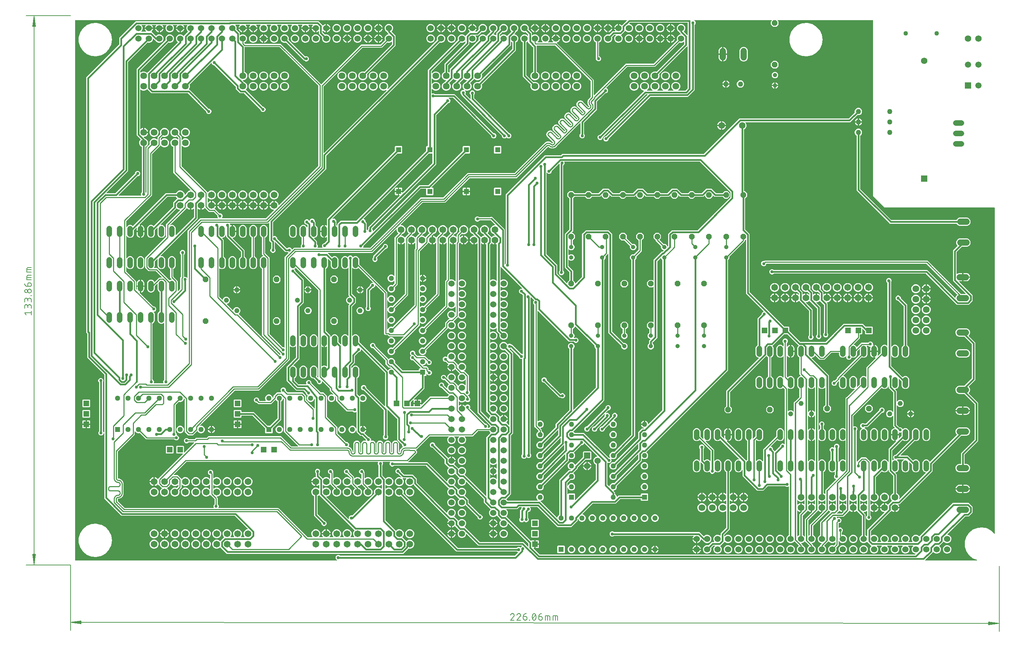
<source format=gbr>
G04 EAGLE Gerber RS-274X export*
G75*
%MOMM*%
%FSLAX34Y34*%
%LPD*%
%INlato superiore*%
%IPPOS*%
%AMOC8*
5,1,8,0,0,1.08239X$1,22.5*%
G01*
%ADD10C,0.130000*%
%ADD11C,0.152400*%
%ADD12C,1.508000*%
%ADD13C,1.562100*%
%ADD14R,1.408000X1.408000*%
%ADD15C,1.320800*%
%ADD16C,1.638300*%
%ADD17C,1.650000*%
%ADD18C,1.524000*%
%ADD19C,1.358000*%
%ADD20P,1.429621X8X112.500000*%
%ADD21P,1.429621X8X202.500000*%
%ADD22C,1.219200*%
%ADD23R,1.562100X1.562100*%
%ADD24R,1.308000X1.308000*%
%ADD25C,1.058000*%
%ADD26C,1.108000*%
%ADD27R,1.508000X1.508000*%
%ADD28C,1.508000*%
%ADD29R,1.270000X1.270000*%
%ADD30C,1.270000*%
%ADD31R,1.524000X1.524000*%
%ADD32R,1.295400X1.295400*%
%ADD33C,1.295400*%
%ADD34C,1.600200*%
%ADD35C,0.254000*%
%ADD36C,0.381000*%
%ADD37C,0.756400*%
%ADD38C,0.304800*%

G36*
X2205733Y10940D02*
X2205733Y10940D01*
X2205836Y10951D01*
X2205853Y10959D01*
X2205872Y10962D01*
X2205964Y11011D01*
X2206059Y11056D01*
X2206073Y11069D01*
X2206090Y11078D01*
X2206161Y11153D01*
X2206237Y11225D01*
X2206246Y11242D01*
X2206259Y11256D01*
X2206303Y11351D01*
X2206352Y11443D01*
X2206355Y11462D01*
X2206363Y11479D01*
X2206374Y11583D01*
X2206391Y11686D01*
X2206388Y11705D01*
X2206390Y11723D01*
X2206368Y11825D01*
X2206350Y11928D01*
X2206341Y11945D01*
X2206337Y11964D01*
X2206284Y12053D01*
X2206235Y12146D01*
X2206221Y12159D01*
X2206211Y12175D01*
X2206132Y12243D01*
X2206056Y12314D01*
X2206035Y12325D01*
X2206024Y12335D01*
X2205995Y12347D01*
X2205908Y12393D01*
X2196702Y16006D01*
X2187233Y23557D01*
X2180410Y33564D01*
X2176840Y45138D01*
X2176840Y57250D01*
X2180410Y68824D01*
X2180606Y69111D01*
X2181644Y70633D01*
X2181644Y70634D01*
X2183201Y72917D01*
X2184239Y74440D01*
X2185277Y75962D01*
X2186834Y78246D01*
X2187233Y78831D01*
X2196702Y86382D01*
X2207976Y90807D01*
X2220054Y91713D01*
X2220400Y91634D01*
X2223735Y90872D01*
X2227070Y90111D01*
X2230405Y89350D01*
X2230406Y89350D01*
X2231863Y89017D01*
X2242352Y82961D01*
X2248358Y76488D01*
X2248426Y76436D01*
X2248488Y76377D01*
X2248522Y76361D01*
X2248552Y76337D01*
X2248633Y76309D01*
X2248711Y76273D01*
X2248749Y76269D01*
X2248784Y76256D01*
X2248870Y76255D01*
X2248955Y76246D01*
X2248992Y76254D01*
X2249030Y76253D01*
X2249112Y76280D01*
X2249196Y76298D01*
X2249228Y76317D01*
X2249264Y76329D01*
X2249333Y76380D01*
X2249407Y76424D01*
X2249432Y76453D01*
X2249462Y76476D01*
X2249511Y76546D01*
X2249567Y76611D01*
X2249581Y76646D01*
X2249603Y76677D01*
X2249627Y76760D01*
X2249659Y76839D01*
X2249664Y76888D01*
X2249672Y76914D01*
X2249670Y76944D01*
X2249677Y77006D01*
X2249677Y869950D01*
X2249674Y869970D01*
X2249676Y869989D01*
X2249654Y870091D01*
X2249638Y870193D01*
X2249628Y870210D01*
X2249624Y870230D01*
X2249571Y870319D01*
X2249522Y870410D01*
X2249508Y870424D01*
X2249498Y870441D01*
X2249419Y870508D01*
X2249344Y870580D01*
X2249326Y870588D01*
X2249311Y870601D01*
X2249215Y870640D01*
X2249121Y870683D01*
X2249101Y870685D01*
X2249083Y870693D01*
X2248916Y870711D01*
X1981261Y870711D01*
X1953767Y898205D01*
X1953767Y1326896D01*
X1953764Y1326916D01*
X1953766Y1326935D01*
X1953744Y1327037D01*
X1953728Y1327139D01*
X1953718Y1327156D01*
X1953714Y1327176D01*
X1953661Y1327265D01*
X1953612Y1327356D01*
X1953598Y1327370D01*
X1953588Y1327387D01*
X1953509Y1327454D01*
X1953434Y1327526D01*
X1953416Y1327534D01*
X1953401Y1327547D01*
X1953305Y1327586D01*
X1953211Y1327629D01*
X1953191Y1327631D01*
X1953173Y1327639D01*
X1953006Y1327657D01*
X1721651Y1327657D01*
X1721580Y1327646D01*
X1721509Y1327644D01*
X1721460Y1327626D01*
X1721408Y1327618D01*
X1721345Y1327584D01*
X1721278Y1327559D01*
X1721237Y1327527D01*
X1721191Y1327502D01*
X1721142Y1327450D01*
X1721086Y1327406D01*
X1721057Y1327362D01*
X1721022Y1327324D01*
X1720991Y1327259D01*
X1720953Y1327199D01*
X1720940Y1327148D01*
X1720918Y1327101D01*
X1720910Y1327030D01*
X1720893Y1326960D01*
X1720897Y1326908D01*
X1720891Y1326857D01*
X1720906Y1326786D01*
X1720912Y1326715D01*
X1720932Y1326667D01*
X1720943Y1326616D01*
X1720980Y1326555D01*
X1721008Y1326489D01*
X1721053Y1326433D01*
X1721069Y1326405D01*
X1721087Y1326390D01*
X1721113Y1326358D01*
X1723137Y1324334D01*
X1723137Y1316758D01*
X1717780Y1311401D01*
X1710204Y1311401D01*
X1704847Y1316758D01*
X1704847Y1324334D01*
X1706871Y1326358D01*
X1706913Y1326416D01*
X1706962Y1326468D01*
X1706984Y1326515D01*
X1707015Y1326557D01*
X1707036Y1326626D01*
X1707066Y1326691D01*
X1707072Y1326743D01*
X1707087Y1326793D01*
X1707085Y1326864D01*
X1707093Y1326935D01*
X1707082Y1326986D01*
X1707081Y1327038D01*
X1707056Y1327106D01*
X1707041Y1327176D01*
X1707014Y1327221D01*
X1706996Y1327269D01*
X1706951Y1327325D01*
X1706915Y1327387D01*
X1706875Y1327421D01*
X1706843Y1327461D01*
X1706782Y1327500D01*
X1706728Y1327547D01*
X1706679Y1327566D01*
X1706636Y1327594D01*
X1706566Y1327612D01*
X1706500Y1327639D01*
X1706428Y1327647D01*
X1706397Y1327655D01*
X1706374Y1327653D01*
X1706333Y1327657D01*
X1519131Y1327657D01*
X1519061Y1327646D01*
X1518989Y1327644D01*
X1518940Y1327626D01*
X1518888Y1327618D01*
X1518825Y1327584D01*
X1518758Y1327559D01*
X1518717Y1327527D01*
X1518671Y1327502D01*
X1518622Y1327450D01*
X1518566Y1327406D01*
X1518538Y1327362D01*
X1518502Y1327324D01*
X1518472Y1327259D01*
X1518433Y1327199D01*
X1518420Y1327148D01*
X1518398Y1327101D01*
X1518390Y1327030D01*
X1518373Y1326960D01*
X1518377Y1326908D01*
X1518371Y1326857D01*
X1518386Y1326786D01*
X1518392Y1326715D01*
X1518412Y1326667D01*
X1518423Y1326616D01*
X1518460Y1326555D01*
X1518488Y1326489D01*
X1518533Y1326433D01*
X1518549Y1326405D01*
X1518567Y1326390D01*
X1518593Y1326358D01*
X1520315Y1324636D01*
X1521278Y1322312D01*
X1521278Y1319796D01*
X1520315Y1317472D01*
X1519624Y1316781D01*
X1519571Y1316707D01*
X1519511Y1316638D01*
X1519499Y1316608D01*
X1519480Y1316581D01*
X1519453Y1316494D01*
X1519419Y1316409D01*
X1519415Y1316369D01*
X1519408Y1316346D01*
X1519409Y1316314D01*
X1519401Y1316243D01*
X1519401Y1156915D01*
X1503072Y1140586D01*
X1412111Y1140586D01*
X1412021Y1140572D01*
X1411930Y1140564D01*
X1411900Y1140552D01*
X1411868Y1140547D01*
X1411787Y1140504D01*
X1411704Y1140468D01*
X1411671Y1140442D01*
X1411651Y1140431D01*
X1411629Y1140408D01*
X1411573Y1140363D01*
X1309820Y1038610D01*
X1309767Y1038537D01*
X1309707Y1038467D01*
X1309695Y1038437D01*
X1309676Y1038411D01*
X1309649Y1038324D01*
X1309615Y1038239D01*
X1309611Y1038198D01*
X1309604Y1038176D01*
X1309605Y1038143D01*
X1309597Y1038072D01*
X1309597Y1037094D01*
X1308634Y1034770D01*
X1306856Y1032992D01*
X1304532Y1032029D01*
X1302016Y1032029D01*
X1299692Y1032992D01*
X1297914Y1034770D01*
X1296951Y1037094D01*
X1296951Y1039610D01*
X1297914Y1041934D01*
X1299692Y1043712D01*
X1302016Y1044675D01*
X1302994Y1044675D01*
X1303084Y1044689D01*
X1303175Y1044697D01*
X1303205Y1044709D01*
X1303237Y1044714D01*
X1303318Y1044757D01*
X1303401Y1044793D01*
X1303434Y1044819D01*
X1303454Y1044830D01*
X1303476Y1044853D01*
X1303478Y1044854D01*
X1303480Y1044855D01*
X1303482Y1044857D01*
X1303532Y1044898D01*
X1404272Y1145637D01*
X1404313Y1145695D01*
X1404363Y1145747D01*
X1404385Y1145794D01*
X1404415Y1145836D01*
X1404436Y1145905D01*
X1404466Y1145970D01*
X1404472Y1146022D01*
X1404487Y1146072D01*
X1404486Y1146143D01*
X1404493Y1146214D01*
X1404482Y1146265D01*
X1404481Y1146317D01*
X1404456Y1146385D01*
X1404441Y1146455D01*
X1404415Y1146499D01*
X1404397Y1146548D01*
X1404352Y1146604D01*
X1404315Y1146666D01*
X1404275Y1146700D01*
X1404243Y1146740D01*
X1404183Y1146779D01*
X1404128Y1146826D01*
X1404080Y1146845D01*
X1404036Y1146873D01*
X1403967Y1146891D01*
X1403900Y1146918D01*
X1403829Y1146926D01*
X1403797Y1146934D01*
X1403774Y1146932D01*
X1403733Y1146936D01*
X1400681Y1146936D01*
X1400591Y1146922D01*
X1400500Y1146914D01*
X1400470Y1146902D01*
X1400438Y1146897D01*
X1400357Y1146854D01*
X1400274Y1146818D01*
X1400241Y1146792D01*
X1400221Y1146781D01*
X1400199Y1146758D01*
X1400143Y1146713D01*
X1295596Y1042166D01*
X1295550Y1042102D01*
X1295532Y1042083D01*
X1295528Y1042075D01*
X1295483Y1042023D01*
X1295471Y1041993D01*
X1295452Y1041967D01*
X1295425Y1041880D01*
X1295391Y1041795D01*
X1295387Y1041754D01*
X1295380Y1041732D01*
X1295381Y1041699D01*
X1295373Y1041628D01*
X1295373Y1040650D01*
X1294410Y1038326D01*
X1292632Y1036548D01*
X1290308Y1035585D01*
X1287792Y1035585D01*
X1285468Y1036548D01*
X1283690Y1038326D01*
X1282727Y1040650D01*
X1282727Y1043166D01*
X1283690Y1045490D01*
X1285468Y1047268D01*
X1287792Y1048231D01*
X1288770Y1048231D01*
X1288860Y1048245D01*
X1288951Y1048253D01*
X1288981Y1048265D01*
X1289013Y1048270D01*
X1289094Y1048313D01*
X1289177Y1048349D01*
X1289210Y1048375D01*
X1289230Y1048386D01*
X1289252Y1048409D01*
X1289308Y1048454D01*
X1393855Y1153001D01*
X1395209Y1154354D01*
X1395236Y1154391D01*
X1395270Y1154422D01*
X1395307Y1154491D01*
X1395352Y1154554D01*
X1395366Y1154598D01*
X1395388Y1154638D01*
X1395402Y1154715D01*
X1395425Y1154789D01*
X1395424Y1154835D01*
X1395432Y1154880D01*
X1395420Y1154957D01*
X1395418Y1155035D01*
X1395403Y1155078D01*
X1395396Y1155123D01*
X1395361Y1155193D01*
X1395334Y1155266D01*
X1395305Y1155302D01*
X1395285Y1155343D01*
X1395229Y1155397D01*
X1395180Y1155458D01*
X1395142Y1155483D01*
X1395109Y1155515D01*
X1394989Y1155581D01*
X1394973Y1155591D01*
X1394969Y1155592D01*
X1394962Y1155596D01*
X1390921Y1157270D01*
X1387902Y1160289D01*
X1386268Y1164233D01*
X1386268Y1168503D01*
X1387902Y1172447D01*
X1390921Y1175466D01*
X1394865Y1177100D01*
X1399135Y1177100D01*
X1403079Y1175466D01*
X1406098Y1172447D01*
X1407732Y1168503D01*
X1407732Y1164233D01*
X1406098Y1160289D01*
X1403050Y1157240D01*
X1402965Y1157195D01*
X1402947Y1157177D01*
X1402925Y1157163D01*
X1402863Y1157088D01*
X1402796Y1157017D01*
X1402785Y1156993D01*
X1402768Y1156973D01*
X1402733Y1156882D01*
X1402692Y1156794D01*
X1402689Y1156768D01*
X1402680Y1156744D01*
X1402676Y1156646D01*
X1402665Y1156550D01*
X1402671Y1156524D01*
X1402669Y1156498D01*
X1402697Y1156405D01*
X1402717Y1156309D01*
X1402731Y1156287D01*
X1402738Y1156262D01*
X1402794Y1156182D01*
X1402843Y1156098D01*
X1402863Y1156081D01*
X1402878Y1156060D01*
X1402956Y1156002D01*
X1403030Y1155938D01*
X1403055Y1155928D01*
X1403075Y1155913D01*
X1403168Y1155883D01*
X1403259Y1155846D01*
X1403291Y1155843D01*
X1403309Y1155837D01*
X1403342Y1155837D01*
X1403425Y1155828D01*
X1415975Y1155828D01*
X1416071Y1155843D01*
X1416168Y1155853D01*
X1416192Y1155863D01*
X1416218Y1155867D01*
X1416304Y1155913D01*
X1416393Y1155953D01*
X1416412Y1155970D01*
X1416435Y1155983D01*
X1416502Y1156053D01*
X1416574Y1156119D01*
X1416586Y1156142D01*
X1416604Y1156161D01*
X1416645Y1156249D01*
X1416692Y1156335D01*
X1416697Y1156360D01*
X1416708Y1156384D01*
X1416719Y1156481D01*
X1416736Y1156577D01*
X1416732Y1156603D01*
X1416735Y1156628D01*
X1416714Y1156724D01*
X1416700Y1156820D01*
X1416688Y1156843D01*
X1416683Y1156869D01*
X1416633Y1156953D01*
X1416589Y1157039D01*
X1416570Y1157058D01*
X1416557Y1157080D01*
X1416482Y1157143D01*
X1416413Y1157212D01*
X1416384Y1157227D01*
X1416370Y1157240D01*
X1416339Y1157252D01*
X1416337Y1157253D01*
X1413302Y1160289D01*
X1411668Y1164233D01*
X1411668Y1168503D01*
X1413302Y1172447D01*
X1416321Y1175466D01*
X1420265Y1177100D01*
X1424535Y1177100D01*
X1428479Y1175466D01*
X1431498Y1172447D01*
X1433132Y1168503D01*
X1433132Y1164233D01*
X1431498Y1160289D01*
X1428450Y1157240D01*
X1428365Y1157195D01*
X1428347Y1157177D01*
X1428325Y1157163D01*
X1428263Y1157088D01*
X1428196Y1157017D01*
X1428185Y1156993D01*
X1428168Y1156973D01*
X1428133Y1156882D01*
X1428092Y1156794D01*
X1428089Y1156768D01*
X1428080Y1156744D01*
X1428076Y1156646D01*
X1428065Y1156550D01*
X1428071Y1156524D01*
X1428069Y1156498D01*
X1428097Y1156405D01*
X1428117Y1156309D01*
X1428131Y1156287D01*
X1428138Y1156262D01*
X1428194Y1156182D01*
X1428243Y1156098D01*
X1428263Y1156081D01*
X1428278Y1156060D01*
X1428356Y1156002D01*
X1428430Y1155938D01*
X1428455Y1155928D01*
X1428475Y1155913D01*
X1428568Y1155883D01*
X1428659Y1155846D01*
X1428691Y1155843D01*
X1428709Y1155837D01*
X1428742Y1155837D01*
X1428825Y1155828D01*
X1441375Y1155828D01*
X1441471Y1155843D01*
X1441568Y1155853D01*
X1441592Y1155863D01*
X1441618Y1155867D01*
X1441704Y1155913D01*
X1441793Y1155953D01*
X1441812Y1155970D01*
X1441835Y1155983D01*
X1441902Y1156053D01*
X1441974Y1156119D01*
X1441986Y1156142D01*
X1442004Y1156161D01*
X1442045Y1156249D01*
X1442092Y1156335D01*
X1442097Y1156360D01*
X1442108Y1156384D01*
X1442119Y1156481D01*
X1442136Y1156577D01*
X1442132Y1156603D01*
X1442135Y1156628D01*
X1442114Y1156724D01*
X1442100Y1156820D01*
X1442088Y1156843D01*
X1442083Y1156869D01*
X1442033Y1156953D01*
X1441989Y1157039D01*
X1441970Y1157058D01*
X1441957Y1157080D01*
X1441882Y1157143D01*
X1441813Y1157212D01*
X1441784Y1157227D01*
X1441770Y1157240D01*
X1441739Y1157252D01*
X1441737Y1157253D01*
X1438702Y1160289D01*
X1437068Y1164233D01*
X1437068Y1168503D01*
X1438702Y1172447D01*
X1441721Y1175466D01*
X1445665Y1177100D01*
X1449935Y1177100D01*
X1453879Y1175466D01*
X1456898Y1172447D01*
X1458532Y1168503D01*
X1458532Y1164233D01*
X1456898Y1160289D01*
X1453850Y1157240D01*
X1453765Y1157195D01*
X1453747Y1157177D01*
X1453725Y1157163D01*
X1453663Y1157088D01*
X1453596Y1157017D01*
X1453585Y1156993D01*
X1453568Y1156973D01*
X1453533Y1156882D01*
X1453492Y1156794D01*
X1453489Y1156768D01*
X1453480Y1156744D01*
X1453476Y1156646D01*
X1453465Y1156550D01*
X1453471Y1156524D01*
X1453469Y1156498D01*
X1453497Y1156405D01*
X1453517Y1156309D01*
X1453531Y1156287D01*
X1453538Y1156262D01*
X1453594Y1156182D01*
X1453643Y1156098D01*
X1453663Y1156081D01*
X1453678Y1156060D01*
X1453756Y1156002D01*
X1453830Y1155938D01*
X1453855Y1155928D01*
X1453875Y1155913D01*
X1453968Y1155883D01*
X1454059Y1155846D01*
X1454091Y1155843D01*
X1454109Y1155837D01*
X1454142Y1155837D01*
X1454225Y1155828D01*
X1466775Y1155828D01*
X1466871Y1155843D01*
X1466968Y1155853D01*
X1466992Y1155863D01*
X1467018Y1155867D01*
X1467104Y1155913D01*
X1467193Y1155953D01*
X1467212Y1155970D01*
X1467235Y1155983D01*
X1467302Y1156053D01*
X1467374Y1156119D01*
X1467386Y1156142D01*
X1467404Y1156161D01*
X1467445Y1156249D01*
X1467492Y1156335D01*
X1467497Y1156360D01*
X1467508Y1156384D01*
X1467519Y1156481D01*
X1467536Y1156577D01*
X1467532Y1156603D01*
X1467535Y1156628D01*
X1467514Y1156724D01*
X1467500Y1156820D01*
X1467488Y1156843D01*
X1467483Y1156869D01*
X1467433Y1156953D01*
X1467389Y1157039D01*
X1467370Y1157058D01*
X1467357Y1157080D01*
X1467282Y1157143D01*
X1467213Y1157212D01*
X1467184Y1157227D01*
X1467170Y1157240D01*
X1467139Y1157252D01*
X1467137Y1157253D01*
X1464102Y1160289D01*
X1462468Y1164233D01*
X1462468Y1168503D01*
X1464102Y1172447D01*
X1467121Y1175466D01*
X1471065Y1177100D01*
X1475335Y1177100D01*
X1479279Y1175466D01*
X1482298Y1172447D01*
X1483932Y1168503D01*
X1483932Y1164233D01*
X1482298Y1160289D01*
X1479250Y1157240D01*
X1479165Y1157195D01*
X1479147Y1157177D01*
X1479125Y1157163D01*
X1479063Y1157088D01*
X1478996Y1157017D01*
X1478985Y1156993D01*
X1478968Y1156973D01*
X1478933Y1156882D01*
X1478892Y1156794D01*
X1478889Y1156768D01*
X1478880Y1156744D01*
X1478876Y1156646D01*
X1478865Y1156550D01*
X1478871Y1156524D01*
X1478869Y1156498D01*
X1478897Y1156405D01*
X1478917Y1156309D01*
X1478931Y1156287D01*
X1478938Y1156262D01*
X1478994Y1156182D01*
X1479043Y1156098D01*
X1479063Y1156081D01*
X1479078Y1156060D01*
X1479156Y1156002D01*
X1479230Y1155938D01*
X1479255Y1155928D01*
X1479275Y1155913D01*
X1479368Y1155883D01*
X1479459Y1155846D01*
X1479491Y1155843D01*
X1479509Y1155837D01*
X1479542Y1155837D01*
X1479625Y1155828D01*
X1496443Y1155828D01*
X1496533Y1155842D01*
X1496624Y1155850D01*
X1496654Y1155862D01*
X1496686Y1155867D01*
X1496767Y1155910D01*
X1496850Y1155946D01*
X1496883Y1155972D01*
X1496903Y1155983D01*
X1496917Y1155997D01*
X1496918Y1155998D01*
X1496929Y1156008D01*
X1496981Y1156051D01*
X1502059Y1161129D01*
X1502112Y1161202D01*
X1502172Y1161272D01*
X1502184Y1161302D01*
X1502203Y1161328D01*
X1502230Y1161415D01*
X1502264Y1161500D01*
X1502268Y1161541D01*
X1502275Y1161563D01*
X1502274Y1161596D01*
X1502282Y1161667D01*
X1502282Y1263525D01*
X1502271Y1263596D01*
X1502269Y1263668D01*
X1502251Y1263717D01*
X1502243Y1263768D01*
X1502209Y1263831D01*
X1502184Y1263899D01*
X1502152Y1263939D01*
X1502127Y1263985D01*
X1502075Y1264035D01*
X1502031Y1264091D01*
X1501987Y1264119D01*
X1501949Y1264155D01*
X1501884Y1264185D01*
X1501824Y1264224D01*
X1501773Y1264236D01*
X1501726Y1264258D01*
X1501655Y1264266D01*
X1501585Y1264284D01*
X1501533Y1264280D01*
X1501482Y1264285D01*
X1501411Y1264270D01*
X1501340Y1264265D01*
X1501292Y1264244D01*
X1501241Y1264233D01*
X1501180Y1264196D01*
X1501114Y1264168D01*
X1501058Y1264124D01*
X1501030Y1264107D01*
X1501015Y1264089D01*
X1500983Y1264064D01*
X1499584Y1262664D01*
X1432815Y1195896D01*
X1432747Y1195800D01*
X1432677Y1195707D01*
X1432675Y1195701D01*
X1432672Y1195696D01*
X1432637Y1195585D01*
X1432601Y1195473D01*
X1432601Y1195467D01*
X1432599Y1195461D01*
X1432602Y1195344D01*
X1432603Y1195228D01*
X1432606Y1195220D01*
X1432606Y1195215D01*
X1432612Y1195198D01*
X1432650Y1195066D01*
X1433132Y1193903D01*
X1433132Y1189633D01*
X1431498Y1185689D01*
X1428479Y1182670D01*
X1424535Y1181036D01*
X1420265Y1181036D01*
X1416321Y1182670D01*
X1413302Y1185689D01*
X1411668Y1189633D01*
X1411668Y1193903D01*
X1413302Y1197847D01*
X1416321Y1200866D01*
X1420265Y1202500D01*
X1424535Y1202500D01*
X1425698Y1202018D01*
X1425812Y1201991D01*
X1425926Y1201963D01*
X1425932Y1201963D01*
X1425938Y1201962D01*
X1426054Y1201973D01*
X1426171Y1201982D01*
X1426176Y1201985D01*
X1426183Y1201985D01*
X1426290Y1202033D01*
X1426397Y1202078D01*
X1426403Y1202083D01*
X1426407Y1202085D01*
X1426421Y1202098D01*
X1426528Y1202183D01*
X1493296Y1268952D01*
X1493349Y1269025D01*
X1493409Y1269095D01*
X1493421Y1269125D01*
X1493440Y1269151D01*
X1493467Y1269238D01*
X1493501Y1269323D01*
X1493505Y1269364D01*
X1493512Y1269386D01*
X1493511Y1269419D01*
X1493519Y1269490D01*
X1493519Y1274112D01*
X1493508Y1274183D01*
X1493506Y1274254D01*
X1493488Y1274303D01*
X1493480Y1274355D01*
X1493446Y1274418D01*
X1493421Y1274485D01*
X1493389Y1274526D01*
X1493364Y1274572D01*
X1493313Y1274621D01*
X1493268Y1274677D01*
X1493224Y1274706D01*
X1493186Y1274742D01*
X1493121Y1274772D01*
X1493061Y1274810D01*
X1493010Y1274823D01*
X1492963Y1274845D01*
X1492892Y1274853D01*
X1492822Y1274871D01*
X1492770Y1274866D01*
X1492719Y1274872D01*
X1492648Y1274857D01*
X1492577Y1274851D01*
X1492529Y1274831D01*
X1492478Y1274820D01*
X1492417Y1274783D01*
X1492351Y1274755D01*
X1492295Y1274710D01*
X1492267Y1274694D01*
X1492252Y1274676D01*
X1492220Y1274650D01*
X1491656Y1274086D01*
X1487921Y1272539D01*
X1483879Y1272539D01*
X1482404Y1273150D01*
X1482290Y1273177D01*
X1482177Y1273205D01*
X1482171Y1273205D01*
X1482165Y1273206D01*
X1482048Y1273195D01*
X1481932Y1273186D01*
X1481926Y1273184D01*
X1481920Y1273183D01*
X1481812Y1273135D01*
X1481705Y1273090D01*
X1481700Y1273085D01*
X1481695Y1273083D01*
X1481681Y1273071D01*
X1481574Y1272985D01*
X1422200Y1213611D01*
X1354698Y1213611D01*
X1354608Y1213597D01*
X1354517Y1213589D01*
X1354487Y1213577D01*
X1354455Y1213572D01*
X1354374Y1213529D01*
X1354290Y1213493D01*
X1354258Y1213467D01*
X1354238Y1213456D01*
X1354215Y1213433D01*
X1354160Y1213388D01*
X1303775Y1163004D01*
X1303748Y1162967D01*
X1303714Y1162935D01*
X1303677Y1162867D01*
X1303631Y1162804D01*
X1303618Y1162760D01*
X1303596Y1162720D01*
X1303582Y1162643D01*
X1303559Y1162569D01*
X1303560Y1162523D01*
X1303552Y1162478D01*
X1303563Y1162401D01*
X1303565Y1162323D01*
X1303581Y1162280D01*
X1303588Y1162234D01*
X1303623Y1162165D01*
X1303650Y1162092D01*
X1303679Y1162056D01*
X1303699Y1162015D01*
X1303755Y1161961D01*
X1303804Y1161900D01*
X1303842Y1161875D01*
X1303875Y1161843D01*
X1303995Y1161777D01*
X1304010Y1161767D01*
X1304015Y1161766D01*
X1304022Y1161762D01*
X1305493Y1161153D01*
X1307272Y1159374D01*
X1308234Y1157050D01*
X1308234Y1154535D01*
X1307272Y1152211D01*
X1305493Y1150432D01*
X1303169Y1149470D01*
X1302191Y1149470D01*
X1302101Y1149455D01*
X1302010Y1149448D01*
X1301980Y1149435D01*
X1301948Y1149430D01*
X1301868Y1149387D01*
X1301784Y1149352D01*
X1301752Y1149326D01*
X1301731Y1149315D01*
X1301709Y1149292D01*
X1301653Y1149247D01*
X1281642Y1129236D01*
X1281589Y1129163D01*
X1281530Y1129093D01*
X1281518Y1129063D01*
X1281499Y1129037D01*
X1281472Y1128950D01*
X1281438Y1128865D01*
X1281433Y1128824D01*
X1281427Y1128802D01*
X1281427Y1128769D01*
X1281420Y1128698D01*
X1281420Y1109299D01*
X1250031Y1077910D01*
X1249978Y1077836D01*
X1249918Y1077767D01*
X1249906Y1077737D01*
X1249887Y1077710D01*
X1249860Y1077624D01*
X1249826Y1077539D01*
X1249822Y1077498D01*
X1249815Y1077475D01*
X1249816Y1077443D01*
X1249808Y1077372D01*
X1249808Y1050684D01*
X1249822Y1050594D01*
X1249830Y1050503D01*
X1249842Y1050474D01*
X1249847Y1050442D01*
X1249890Y1050361D01*
X1249926Y1050277D01*
X1249952Y1050245D01*
X1249963Y1050224D01*
X1249986Y1050202D01*
X1250031Y1050146D01*
X1250722Y1049455D01*
X1251685Y1047131D01*
X1251685Y1044615D01*
X1250722Y1042291D01*
X1248944Y1040513D01*
X1246620Y1039550D01*
X1244104Y1039550D01*
X1241780Y1040513D01*
X1240002Y1042291D01*
X1239039Y1044615D01*
X1239039Y1047131D01*
X1240002Y1049455D01*
X1240693Y1050146D01*
X1240746Y1050220D01*
X1240806Y1050289D01*
X1240818Y1050320D01*
X1240837Y1050346D01*
X1240864Y1050433D01*
X1240898Y1050518D01*
X1240902Y1050559D01*
X1240909Y1050581D01*
X1240908Y1050613D01*
X1240916Y1050684D01*
X1240916Y1075938D01*
X1240915Y1075947D01*
X1240915Y1075951D01*
X1240911Y1075970D01*
X1240905Y1076009D01*
X1240903Y1076081D01*
X1240885Y1076130D01*
X1240877Y1076181D01*
X1240843Y1076244D01*
X1240818Y1076312D01*
X1240786Y1076352D01*
X1240761Y1076398D01*
X1240709Y1076448D01*
X1240665Y1076504D01*
X1240621Y1076532D01*
X1240583Y1076568D01*
X1240518Y1076598D01*
X1240458Y1076637D01*
X1240407Y1076649D01*
X1240360Y1076671D01*
X1240289Y1076679D01*
X1240219Y1076697D01*
X1240167Y1076693D01*
X1240116Y1076699D01*
X1240045Y1076683D01*
X1239974Y1076678D01*
X1239926Y1076657D01*
X1239875Y1076646D01*
X1239814Y1076609D01*
X1239748Y1076581D01*
X1239692Y1076537D01*
X1239664Y1076520D01*
X1239649Y1076502D01*
X1239617Y1076477D01*
X1183337Y1020196D01*
X1180122Y1016982D01*
X1175220Y1014951D01*
X1169915Y1014951D01*
X1165013Y1016982D01*
X1164477Y1017518D01*
X1163228Y1018768D01*
X1163211Y1018779D01*
X1163199Y1018795D01*
X1163112Y1018851D01*
X1163028Y1018911D01*
X1163009Y1018917D01*
X1162992Y1018928D01*
X1162891Y1018953D01*
X1162793Y1018983D01*
X1162773Y1018983D01*
X1162753Y1018988D01*
X1162650Y1018980D01*
X1162547Y1018977D01*
X1162528Y1018970D01*
X1162508Y1018969D01*
X1162413Y1018928D01*
X1162316Y1018893D01*
X1162300Y1018880D01*
X1162282Y1018872D01*
X1162151Y1018768D01*
X1088175Y944791D01*
X1085719Y942336D01*
X1083423Y942336D01*
X1083422Y942336D01*
X971734Y942336D01*
X971644Y942321D01*
X971553Y942314D01*
X971523Y942301D01*
X971491Y942296D01*
X971410Y942254D01*
X971326Y942218D01*
X971294Y942192D01*
X971274Y942181D01*
X971251Y942158D01*
X971195Y942113D01*
X911961Y882878D01*
X857358Y882878D01*
X857268Y882864D01*
X857177Y882856D01*
X857148Y882844D01*
X857116Y882839D01*
X857035Y882796D01*
X856951Y882760D01*
X856919Y882734D01*
X856898Y882724D01*
X856876Y882700D01*
X856820Y882655D01*
X803355Y829190D01*
X803313Y829132D01*
X803264Y829080D01*
X803242Y829033D01*
X803211Y828991D01*
X803190Y828922D01*
X803160Y828857D01*
X803154Y828805D01*
X803139Y828755D01*
X803141Y828684D01*
X803133Y828613D01*
X803144Y828562D01*
X803145Y828510D01*
X803170Y828442D01*
X803185Y828372D01*
X803212Y828327D01*
X803230Y828279D01*
X803275Y828223D01*
X803311Y828161D01*
X803351Y828127D01*
X803384Y828087D01*
X803444Y828048D01*
X803498Y828001D01*
X803547Y827982D01*
X803591Y827954D01*
X803660Y827936D01*
X803727Y827909D01*
X803798Y827901D01*
X803829Y827893D01*
X803852Y827895D01*
X803893Y827891D01*
X806646Y827891D01*
X810612Y826248D01*
X813648Y823212D01*
X815291Y819246D01*
X815291Y814954D01*
X813648Y810988D01*
X810612Y807952D01*
X808146Y806931D01*
X808090Y806896D01*
X808030Y806870D01*
X807965Y806818D01*
X807937Y806801D01*
X807925Y806786D01*
X807899Y806765D01*
X804917Y803783D01*
X804910Y803773D01*
X804900Y803766D01*
X804838Y803674D01*
X804773Y803583D01*
X804770Y803572D01*
X804763Y803562D01*
X804734Y803455D01*
X804701Y803348D01*
X804701Y803336D01*
X804698Y803325D01*
X804704Y803214D01*
X804707Y803102D01*
X804711Y803091D01*
X804712Y803079D01*
X804753Y802976D01*
X804792Y802871D01*
X804799Y802862D01*
X804804Y802851D01*
X804876Y802766D01*
X804945Y802679D01*
X804955Y802673D01*
X804963Y802664D01*
X805058Y802607D01*
X805152Y802546D01*
X805164Y802543D01*
X805174Y802537D01*
X805336Y802493D01*
X807027Y802225D01*
X808642Y801700D01*
X810155Y800929D01*
X811530Y799931D01*
X812731Y798730D01*
X812945Y798435D01*
X813002Y798379D01*
X813051Y798317D01*
X813088Y798293D01*
X813120Y798262D01*
X813191Y798227D01*
X813258Y798184D01*
X813301Y798173D01*
X813341Y798153D01*
X813420Y798143D01*
X813497Y798124D01*
X813541Y798127D01*
X813585Y798121D01*
X813663Y798137D01*
X813742Y798143D01*
X813783Y798160D01*
X813826Y798168D01*
X813895Y798208D01*
X813968Y798239D01*
X814014Y798276D01*
X814040Y798290D01*
X814058Y798311D01*
X814099Y798344D01*
X816484Y800729D01*
X823209Y807454D01*
X823221Y807470D01*
X823236Y807482D01*
X823293Y807570D01*
X823353Y807654D01*
X823359Y807673D01*
X823369Y807689D01*
X823395Y807790D01*
X823425Y807889D01*
X823425Y807909D01*
X823429Y807928D01*
X823421Y808031D01*
X823419Y808135D01*
X823412Y808153D01*
X823410Y808173D01*
X823370Y808268D01*
X823334Y808366D01*
X823322Y808381D01*
X823314Y808399D01*
X823209Y808530D01*
X820752Y810988D01*
X819109Y814954D01*
X819109Y819246D01*
X820752Y823212D01*
X823788Y826248D01*
X827754Y827891D01*
X832046Y827891D01*
X836012Y826248D01*
X839048Y823212D01*
X840691Y819246D01*
X840691Y814954D01*
X839048Y810988D01*
X836012Y807952D01*
X833546Y806931D01*
X833490Y806896D01*
X833430Y806870D01*
X833365Y806818D01*
X833337Y806801D01*
X833325Y806786D01*
X833299Y806766D01*
X830317Y803783D01*
X830310Y803773D01*
X830300Y803766D01*
X830238Y803673D01*
X830173Y803583D01*
X830170Y803572D01*
X830163Y803562D01*
X830134Y803455D01*
X830101Y803348D01*
X830101Y803336D01*
X830098Y803325D01*
X830104Y803214D01*
X830107Y803102D01*
X830111Y803091D01*
X830112Y803079D01*
X830153Y802976D01*
X830192Y802871D01*
X830199Y802862D01*
X830204Y802851D01*
X830276Y802766D01*
X830345Y802679D01*
X830355Y802673D01*
X830363Y802664D01*
X830459Y802606D01*
X830552Y802546D01*
X830564Y802543D01*
X830574Y802537D01*
X830736Y802493D01*
X832427Y802225D01*
X834042Y801700D01*
X835555Y800929D01*
X836930Y799931D01*
X838131Y798730D01*
X838345Y798435D01*
X838402Y798379D01*
X838451Y798317D01*
X838488Y798293D01*
X838520Y798262D01*
X838591Y798227D01*
X838658Y798184D01*
X838701Y798173D01*
X838741Y798153D01*
X838820Y798143D01*
X838897Y798124D01*
X838941Y798127D01*
X838985Y798121D01*
X839063Y798137D01*
X839142Y798143D01*
X839183Y798160D01*
X839226Y798168D01*
X839295Y798208D01*
X839368Y798239D01*
X839414Y798276D01*
X839440Y798290D01*
X839458Y798311D01*
X839499Y798344D01*
X848609Y807454D01*
X848621Y807470D01*
X848636Y807482D01*
X848693Y807570D01*
X848753Y807654D01*
X848759Y807673D01*
X848769Y807689D01*
X848795Y807790D01*
X848825Y807889D01*
X848825Y807909D01*
X848829Y807928D01*
X848821Y808031D01*
X848819Y808135D01*
X848812Y808153D01*
X848810Y808173D01*
X848770Y808268D01*
X848734Y808366D01*
X848722Y808381D01*
X848714Y808399D01*
X848609Y808530D01*
X846152Y810988D01*
X844509Y814954D01*
X844509Y819246D01*
X846152Y823212D01*
X849188Y826248D01*
X853154Y827891D01*
X857446Y827891D01*
X861412Y826248D01*
X864448Y823212D01*
X866091Y819246D01*
X866091Y814954D01*
X864448Y810988D01*
X861412Y807952D01*
X858946Y806931D01*
X858891Y806896D01*
X858830Y806870D01*
X858765Y806818D01*
X858737Y806801D01*
X858725Y806786D01*
X858699Y806765D01*
X855717Y803783D01*
X855710Y803773D01*
X855700Y803766D01*
X855638Y803673D01*
X855573Y803583D01*
X855570Y803572D01*
X855563Y803562D01*
X855534Y803455D01*
X855501Y803348D01*
X855501Y803336D01*
X855498Y803325D01*
X855504Y803214D01*
X855507Y803102D01*
X855511Y803091D01*
X855512Y803079D01*
X855553Y802976D01*
X855592Y802871D01*
X855599Y802862D01*
X855604Y802851D01*
X855676Y802766D01*
X855745Y802679D01*
X855755Y802673D01*
X855763Y802664D01*
X855859Y802606D01*
X855952Y802546D01*
X855964Y802543D01*
X855974Y802537D01*
X856136Y802493D01*
X857827Y802225D01*
X859442Y801700D01*
X860955Y800929D01*
X862330Y799931D01*
X863203Y799057D01*
X863219Y799045D01*
X863232Y799030D01*
X863319Y798974D01*
X863403Y798914D01*
X863422Y798908D01*
X863439Y798897D01*
X863539Y798872D01*
X863638Y798841D01*
X863658Y798842D01*
X863677Y798837D01*
X863780Y798845D01*
X863884Y798848D01*
X863903Y798854D01*
X863923Y798856D01*
X864017Y798896D01*
X864115Y798932D01*
X864131Y798945D01*
X864149Y798952D01*
X864280Y799057D01*
X873343Y808120D01*
X873355Y808136D01*
X873370Y808149D01*
X873426Y808236D01*
X873486Y808320D01*
X873492Y808339D01*
X873503Y808356D01*
X873528Y808456D01*
X873559Y808555D01*
X873558Y808575D01*
X873563Y808594D01*
X873555Y808697D01*
X873552Y808801D01*
X873546Y808820D01*
X873544Y808839D01*
X873504Y808934D01*
X873468Y809032D01*
X873456Y809047D01*
X873448Y809066D01*
X873343Y809197D01*
X871552Y810988D01*
X869909Y814954D01*
X869909Y819246D01*
X871552Y823212D01*
X874588Y826248D01*
X878554Y827891D01*
X882846Y827891D01*
X886812Y826248D01*
X889848Y823212D01*
X891491Y819246D01*
X891491Y814954D01*
X889848Y810988D01*
X886812Y807952D01*
X882846Y806309D01*
X882626Y806309D01*
X882536Y806295D01*
X882445Y806287D01*
X882415Y806275D01*
X882383Y806270D01*
X882302Y806227D01*
X882218Y806191D01*
X882186Y806165D01*
X882166Y806154D01*
X882143Y806131D01*
X882088Y806086D01*
X879400Y803399D01*
X879347Y803325D01*
X879287Y803255D01*
X879275Y803225D01*
X879256Y803199D01*
X879229Y803112D01*
X879195Y803027D01*
X879191Y802986D01*
X879184Y802964D01*
X879185Y802932D01*
X879177Y802860D01*
X879177Y792462D01*
X879180Y792442D01*
X879178Y792423D01*
X879200Y792321D01*
X879217Y792219D01*
X879226Y792202D01*
X879230Y792182D01*
X879283Y792093D01*
X879332Y792002D01*
X879346Y791988D01*
X879356Y791971D01*
X879435Y791904D01*
X879510Y791833D01*
X879528Y791824D01*
X879543Y791811D01*
X879639Y791773D01*
X879733Y791729D01*
X879753Y791727D01*
X879771Y791719D01*
X879938Y791701D01*
X881462Y791701D01*
X881482Y791704D01*
X881501Y791702D01*
X881603Y791724D01*
X881705Y791741D01*
X881722Y791750D01*
X881742Y791754D01*
X881831Y791807D01*
X881922Y791856D01*
X881936Y791870D01*
X881953Y791880D01*
X882020Y791959D01*
X882091Y792034D01*
X882100Y792052D01*
X882113Y792067D01*
X882152Y792163D01*
X882195Y792257D01*
X882197Y792277D01*
X882205Y792295D01*
X882223Y792462D01*
X882223Y802384D01*
X883227Y802225D01*
X884842Y801700D01*
X886355Y800929D01*
X887730Y799931D01*
X888931Y798730D01*
X889145Y798435D01*
X889202Y798379D01*
X889251Y798317D01*
X889288Y798293D01*
X889320Y798262D01*
X889391Y798227D01*
X889458Y798184D01*
X889501Y798173D01*
X889541Y798153D01*
X889620Y798143D01*
X889697Y798124D01*
X889741Y798127D01*
X889785Y798121D01*
X889863Y798137D01*
X889942Y798143D01*
X889983Y798160D01*
X890026Y798168D01*
X890095Y798208D01*
X890168Y798239D01*
X890214Y798276D01*
X890240Y798290D01*
X890258Y798311D01*
X890299Y798344D01*
X892684Y800729D01*
X899409Y807454D01*
X899421Y807470D01*
X899436Y807482D01*
X899492Y807570D01*
X899553Y807654D01*
X899559Y807673D01*
X899569Y807689D01*
X899595Y807790D01*
X899625Y807889D01*
X899625Y807909D01*
X899629Y807928D01*
X899621Y808031D01*
X899619Y808135D01*
X899612Y808153D01*
X899610Y808173D01*
X899570Y808268D01*
X899534Y808366D01*
X899522Y808381D01*
X899514Y808399D01*
X899409Y808530D01*
X896952Y810988D01*
X895309Y814954D01*
X895309Y819246D01*
X896952Y823212D01*
X899988Y826248D01*
X903954Y827891D01*
X908246Y827891D01*
X912212Y826248D01*
X915248Y823212D01*
X916891Y819246D01*
X916891Y814954D01*
X915248Y810988D01*
X912212Y807952D01*
X909746Y806931D01*
X909690Y806896D01*
X909630Y806870D01*
X909565Y806818D01*
X909537Y806801D01*
X909525Y806786D01*
X909499Y806765D01*
X906517Y803783D01*
X906510Y803773D01*
X906500Y803766D01*
X906438Y803673D01*
X906373Y803583D01*
X906370Y803572D01*
X906363Y803562D01*
X906334Y803455D01*
X906301Y803348D01*
X906301Y803336D01*
X906298Y803325D01*
X906304Y803214D01*
X906307Y803102D01*
X906311Y803091D01*
X906312Y803079D01*
X906353Y802976D01*
X906392Y802871D01*
X906399Y802862D01*
X906404Y802851D01*
X906476Y802766D01*
X906545Y802679D01*
X906555Y802673D01*
X906563Y802664D01*
X906659Y802606D01*
X906752Y802546D01*
X906764Y802543D01*
X906774Y802537D01*
X906936Y802493D01*
X908627Y802225D01*
X910242Y801700D01*
X911755Y800929D01*
X913130Y799931D01*
X914331Y798730D01*
X914545Y798435D01*
X914602Y798379D01*
X914651Y798317D01*
X914688Y798293D01*
X914720Y798262D01*
X914791Y798227D01*
X914858Y798184D01*
X914901Y798173D01*
X914941Y798153D01*
X915020Y798143D01*
X915097Y798124D01*
X915141Y798127D01*
X915185Y798121D01*
X915263Y798137D01*
X915342Y798143D01*
X915383Y798160D01*
X915426Y798168D01*
X915495Y798208D01*
X915568Y798239D01*
X915614Y798276D01*
X915640Y798290D01*
X915658Y798311D01*
X915699Y798344D01*
X918084Y800729D01*
X924809Y807454D01*
X924821Y807470D01*
X924836Y807482D01*
X924892Y807570D01*
X924953Y807654D01*
X924959Y807673D01*
X924969Y807689D01*
X924995Y807790D01*
X925025Y807889D01*
X925025Y807909D01*
X925029Y807928D01*
X925021Y808031D01*
X925019Y808135D01*
X925012Y808153D01*
X925010Y808173D01*
X924970Y808268D01*
X924934Y808366D01*
X924922Y808381D01*
X924914Y808399D01*
X924809Y808530D01*
X922352Y810988D01*
X920709Y814954D01*
X920709Y819246D01*
X922352Y823212D01*
X925388Y826248D01*
X929354Y827891D01*
X933646Y827891D01*
X937612Y826248D01*
X940648Y823212D01*
X942291Y819246D01*
X942291Y814954D01*
X940648Y810988D01*
X937612Y807952D01*
X935146Y806931D01*
X935090Y806896D01*
X935030Y806870D01*
X934965Y806818D01*
X934937Y806801D01*
X934925Y806786D01*
X934899Y806765D01*
X931917Y803783D01*
X931910Y803773D01*
X931900Y803766D01*
X931838Y803673D01*
X931773Y803583D01*
X931770Y803572D01*
X931763Y803562D01*
X931734Y803455D01*
X931701Y803348D01*
X931701Y803336D01*
X931698Y803325D01*
X931704Y803214D01*
X931707Y803102D01*
X931711Y803091D01*
X931712Y803079D01*
X931753Y802976D01*
X931792Y802871D01*
X931799Y802862D01*
X931804Y802851D01*
X931876Y802766D01*
X931945Y802679D01*
X931955Y802673D01*
X931963Y802664D01*
X932058Y802607D01*
X932152Y802546D01*
X932164Y802543D01*
X932174Y802537D01*
X932336Y802493D01*
X934027Y802225D01*
X935642Y801700D01*
X937156Y800929D01*
X938541Y799923D01*
X938551Y799917D01*
X938560Y799909D01*
X938661Y799862D01*
X938760Y799812D01*
X938772Y799811D01*
X938783Y799806D01*
X938894Y799793D01*
X939004Y799778D01*
X939016Y799780D01*
X939027Y799778D01*
X939136Y799802D01*
X939246Y799822D01*
X939256Y799828D01*
X939268Y799831D01*
X939364Y799888D01*
X939461Y799942D01*
X939469Y799951D01*
X939479Y799957D01*
X939551Y800042D01*
X939626Y800124D01*
X939631Y800135D01*
X939639Y800144D01*
X939681Y800247D01*
X939725Y800349D01*
X939726Y800361D01*
X939731Y800372D01*
X939749Y800539D01*
X939749Y805338D01*
X942204Y807794D01*
X946703Y812292D01*
X946772Y812388D01*
X946841Y812481D01*
X946843Y812487D01*
X946847Y812492D01*
X946881Y812604D01*
X946917Y812715D01*
X946917Y812721D01*
X946919Y812727D01*
X946916Y812844D01*
X946915Y812961D01*
X946913Y812968D01*
X946913Y812973D01*
X946906Y812990D01*
X946868Y813122D01*
X946109Y814954D01*
X946109Y819246D01*
X947752Y823212D01*
X950788Y826248D01*
X954754Y827891D01*
X959046Y827891D01*
X963012Y826248D01*
X966048Y823212D01*
X967691Y819246D01*
X967691Y814954D01*
X966048Y810988D01*
X963012Y807952D01*
X959046Y806309D01*
X954754Y806309D01*
X952922Y807068D01*
X952808Y807095D01*
X952695Y807123D01*
X952688Y807123D01*
X952682Y807124D01*
X952566Y807113D01*
X952449Y807104D01*
X952444Y807102D01*
X952437Y807101D01*
X952330Y807053D01*
X952223Y807008D01*
X952217Y807003D01*
X952213Y807001D01*
X952199Y806988D01*
X952092Y806903D01*
X947594Y802404D01*
X947541Y802330D01*
X947533Y802322D01*
X947502Y802290D01*
X947499Y802282D01*
X947481Y802261D01*
X947469Y802231D01*
X947450Y802205D01*
X947425Y802122D01*
X947399Y802066D01*
X947397Y802053D01*
X947389Y802033D01*
X947385Y801992D01*
X947378Y801970D01*
X947379Y801937D01*
X947371Y801866D01*
X947371Y799269D01*
X947382Y799198D01*
X947384Y799126D01*
X947402Y799078D01*
X947410Y799026D01*
X947444Y798963D01*
X947469Y798895D01*
X947501Y798855D01*
X947526Y798809D01*
X947578Y798759D01*
X947622Y798703D01*
X947666Y798675D01*
X947704Y798639D01*
X947769Y798609D01*
X947829Y798570D01*
X947880Y798558D01*
X947927Y798536D01*
X947998Y798528D01*
X948068Y798510D01*
X948120Y798514D01*
X948171Y798509D01*
X948242Y798524D01*
X948313Y798530D01*
X948361Y798550D01*
X948412Y798561D01*
X948473Y798598D01*
X948539Y798626D01*
X948595Y798671D01*
X948623Y798687D01*
X948638Y798705D01*
X948670Y798731D01*
X949870Y799931D01*
X951245Y800929D01*
X952758Y801700D01*
X954373Y802225D01*
X955377Y802384D01*
X955377Y792462D01*
X955380Y792442D01*
X955378Y792423D01*
X955400Y792321D01*
X955417Y792219D01*
X955426Y792202D01*
X955430Y792182D01*
X955483Y792093D01*
X955532Y792002D01*
X955546Y791988D01*
X955556Y791971D01*
X955635Y791904D01*
X955710Y791833D01*
X955728Y791824D01*
X955743Y791811D01*
X955839Y791773D01*
X955933Y791729D01*
X955953Y791727D01*
X955971Y791719D01*
X956138Y791701D01*
X956901Y791701D01*
X956901Y791699D01*
X956138Y791699D01*
X956118Y791696D01*
X956099Y791698D01*
X955997Y791676D01*
X955895Y791659D01*
X955878Y791650D01*
X955858Y791646D01*
X955769Y791593D01*
X955678Y791544D01*
X955664Y791530D01*
X955647Y791520D01*
X955580Y791441D01*
X955509Y791366D01*
X955500Y791348D01*
X955487Y791333D01*
X955448Y791237D01*
X955405Y791143D01*
X955403Y791123D01*
X955395Y791105D01*
X955377Y790938D01*
X955377Y781016D01*
X954373Y781175D01*
X952758Y781700D01*
X951245Y782471D01*
X949870Y783469D01*
X948669Y784670D01*
X948455Y784965D01*
X948398Y785021D01*
X948349Y785083D01*
X948312Y785107D01*
X948280Y785138D01*
X948209Y785173D01*
X948142Y785216D01*
X948099Y785227D01*
X948059Y785247D01*
X947980Y785257D01*
X947903Y785276D01*
X947859Y785273D01*
X947815Y785279D01*
X947737Y785263D01*
X947658Y785257D01*
X947617Y785240D01*
X947574Y785232D01*
X947505Y785192D01*
X947432Y785161D01*
X947386Y785124D01*
X947360Y785110D01*
X947342Y785089D01*
X947301Y785056D01*
X944916Y782671D01*
X944915Y782671D01*
X944850Y782605D01*
X944808Y782546D01*
X944761Y782497D01*
X944753Y782480D01*
X944737Y782462D01*
X944725Y782432D01*
X944706Y782405D01*
X944683Y782329D01*
X944657Y782274D01*
X944655Y782259D01*
X944645Y782234D01*
X944641Y782193D01*
X944634Y782170D01*
X944635Y782138D01*
X944627Y782067D01*
X944627Y694134D01*
X944638Y694063D01*
X944640Y693992D01*
X944658Y693943D01*
X944666Y693891D01*
X944700Y693828D01*
X944725Y693761D01*
X944757Y693720D01*
X944782Y693674D01*
X944834Y693625D01*
X944878Y693569D01*
X944922Y693540D01*
X944960Y693504D01*
X945025Y693474D01*
X945085Y693436D01*
X945136Y693423D01*
X945183Y693401D01*
X945254Y693393D01*
X945324Y693375D01*
X945376Y693380D01*
X945427Y693374D01*
X945498Y693389D01*
X945569Y693395D01*
X945617Y693415D01*
X945668Y693426D01*
X945729Y693463D01*
X945795Y693491D01*
X945851Y693536D01*
X945879Y693552D01*
X945894Y693570D01*
X945926Y693596D01*
X946744Y694414D01*
X950479Y695961D01*
X954521Y695961D01*
X958256Y694414D01*
X961114Y691556D01*
X962661Y687821D01*
X962661Y683779D01*
X961114Y680044D01*
X958256Y677186D01*
X954521Y675639D01*
X950479Y675639D01*
X946744Y677186D01*
X945926Y678004D01*
X945868Y678046D01*
X945816Y678096D01*
X945769Y678117D01*
X945727Y678148D01*
X945658Y678169D01*
X945593Y678199D01*
X945541Y678205D01*
X945491Y678220D01*
X945420Y678218D01*
X945349Y678226D01*
X945298Y678215D01*
X945246Y678214D01*
X945178Y678189D01*
X945108Y678174D01*
X945063Y678147D01*
X945015Y678129D01*
X944959Y678085D01*
X944897Y678048D01*
X944863Y678008D01*
X944823Y677976D01*
X944784Y677915D01*
X944737Y677861D01*
X944718Y677813D01*
X944690Y677769D01*
X944672Y677699D01*
X944645Y677633D01*
X944637Y677561D01*
X944629Y677530D01*
X944631Y677507D01*
X944627Y677466D01*
X944627Y668734D01*
X944638Y668663D01*
X944640Y668592D01*
X944658Y668543D01*
X944666Y668491D01*
X944700Y668428D01*
X944725Y668361D01*
X944757Y668320D01*
X944782Y668274D01*
X944834Y668225D01*
X944878Y668169D01*
X944922Y668140D01*
X944960Y668104D01*
X945025Y668074D01*
X945085Y668036D01*
X945136Y668023D01*
X945183Y668001D01*
X945254Y667993D01*
X945324Y667975D01*
X945376Y667980D01*
X945427Y667974D01*
X945498Y667989D01*
X945569Y667995D01*
X945617Y668015D01*
X945668Y668026D01*
X945729Y668063D01*
X945795Y668091D01*
X945851Y668136D01*
X945879Y668152D01*
X945894Y668170D01*
X945926Y668196D01*
X946744Y669014D01*
X950479Y670561D01*
X954521Y670561D01*
X958256Y669014D01*
X961114Y666156D01*
X962661Y662421D01*
X962661Y658379D01*
X961114Y654644D01*
X958256Y651786D01*
X954521Y650239D01*
X950479Y650239D01*
X946744Y651786D01*
X945926Y652604D01*
X945868Y652646D01*
X945816Y652696D01*
X945769Y652717D01*
X945727Y652748D01*
X945658Y652769D01*
X945593Y652799D01*
X945541Y652805D01*
X945491Y652820D01*
X945420Y652818D01*
X945349Y652826D01*
X945298Y652815D01*
X945246Y652814D01*
X945178Y652789D01*
X945108Y652774D01*
X945063Y652747D01*
X945015Y652729D01*
X944959Y652685D01*
X944897Y652648D01*
X944863Y652608D01*
X944823Y652576D01*
X944784Y652515D01*
X944737Y652461D01*
X944718Y652413D01*
X944690Y652369D01*
X944672Y652299D01*
X944645Y652233D01*
X944637Y652161D01*
X944629Y652130D01*
X944631Y652107D01*
X944627Y652066D01*
X944627Y643334D01*
X944638Y643263D01*
X944640Y643192D01*
X944658Y643143D01*
X944666Y643091D01*
X944700Y643028D01*
X944725Y642961D01*
X944757Y642920D01*
X944782Y642874D01*
X944834Y642825D01*
X944878Y642769D01*
X944922Y642740D01*
X944960Y642704D01*
X945025Y642674D01*
X945085Y642636D01*
X945136Y642623D01*
X945183Y642601D01*
X945254Y642593D01*
X945324Y642575D01*
X945376Y642580D01*
X945427Y642574D01*
X945498Y642589D01*
X945569Y642595D01*
X945617Y642615D01*
X945668Y642626D01*
X945729Y642663D01*
X945795Y642691D01*
X945851Y642736D01*
X945879Y642752D01*
X945894Y642770D01*
X945926Y642796D01*
X946744Y643614D01*
X950479Y645161D01*
X954521Y645161D01*
X958256Y643614D01*
X961114Y640756D01*
X962661Y637021D01*
X962661Y632979D01*
X961114Y629244D01*
X958256Y626386D01*
X954521Y624839D01*
X950479Y624839D01*
X946744Y626386D01*
X945926Y627204D01*
X945868Y627246D01*
X945816Y627296D01*
X945769Y627317D01*
X945727Y627348D01*
X945658Y627369D01*
X945593Y627399D01*
X945541Y627405D01*
X945491Y627420D01*
X945420Y627418D01*
X945349Y627426D01*
X945298Y627415D01*
X945246Y627414D01*
X945178Y627389D01*
X945108Y627374D01*
X945063Y627347D01*
X945015Y627329D01*
X944959Y627285D01*
X944897Y627248D01*
X944863Y627208D01*
X944823Y627176D01*
X944784Y627115D01*
X944737Y627061D01*
X944718Y627013D01*
X944690Y626969D01*
X944672Y626899D01*
X944645Y626833D01*
X944637Y626761D01*
X944629Y626730D01*
X944631Y626707D01*
X944627Y626666D01*
X944627Y617934D01*
X944638Y617863D01*
X944640Y617792D01*
X944658Y617743D01*
X944666Y617691D01*
X944700Y617628D01*
X944725Y617561D01*
X944757Y617520D01*
X944782Y617474D01*
X944834Y617425D01*
X944878Y617369D01*
X944922Y617340D01*
X944960Y617304D01*
X945025Y617274D01*
X945085Y617236D01*
X945136Y617223D01*
X945183Y617201D01*
X945254Y617193D01*
X945324Y617175D01*
X945376Y617180D01*
X945427Y617174D01*
X945498Y617189D01*
X945569Y617195D01*
X945617Y617215D01*
X945668Y617226D01*
X945729Y617263D01*
X945795Y617291D01*
X945851Y617336D01*
X945879Y617352D01*
X945894Y617370D01*
X945926Y617396D01*
X946744Y618214D01*
X950479Y619761D01*
X954521Y619761D01*
X958256Y618214D01*
X961114Y615356D01*
X962661Y611621D01*
X962661Y607579D01*
X961114Y603844D01*
X958256Y600986D01*
X954521Y599439D01*
X950479Y599439D01*
X946744Y600986D01*
X943930Y603800D01*
X943914Y603812D01*
X943902Y603827D01*
X943815Y603883D01*
X943731Y603944D01*
X943712Y603950D01*
X943695Y603960D01*
X943594Y603986D01*
X943496Y604016D01*
X943476Y604016D01*
X943456Y604020D01*
X943353Y604012D01*
X943250Y604010D01*
X943231Y604003D01*
X943211Y604001D01*
X943116Y603961D01*
X943019Y603925D01*
X943003Y603913D01*
X942985Y603905D01*
X942854Y603800D01*
X942171Y603118D01*
X932900Y593846D01*
X932888Y593830D01*
X932873Y593818D01*
X932817Y593730D01*
X932756Y593646D01*
X932750Y593627D01*
X932740Y593611D01*
X932714Y593510D01*
X932684Y593411D01*
X932684Y593391D01*
X932680Y593372D01*
X932688Y593269D01*
X932690Y593165D01*
X932697Y593147D01*
X932699Y593127D01*
X932739Y593032D01*
X932775Y592934D01*
X932787Y592919D01*
X932795Y592901D01*
X932900Y592770D01*
X935714Y589956D01*
X937261Y586221D01*
X937261Y582179D01*
X935714Y578444D01*
X932856Y575586D01*
X929121Y574039D01*
X925079Y574039D01*
X921344Y575586D01*
X919846Y577084D01*
X919830Y577096D01*
X919818Y577112D01*
X919747Y577157D01*
X919717Y577182D01*
X919700Y577189D01*
X919646Y577228D01*
X919627Y577234D01*
X919611Y577245D01*
X919510Y577270D01*
X919411Y577300D01*
X919391Y577300D01*
X919372Y577305D01*
X919269Y577297D01*
X919165Y577294D01*
X919147Y577287D01*
X919127Y577286D01*
X919032Y577245D01*
X918934Y577209D01*
X918919Y577197D01*
X918901Y577189D01*
X918843Y577143D01*
X918833Y577138D01*
X918822Y577127D01*
X918770Y577084D01*
X865836Y524151D01*
X865768Y524056D01*
X865698Y523962D01*
X865696Y523956D01*
X865692Y523951D01*
X865658Y523840D01*
X865622Y523728D01*
X865622Y523722D01*
X865620Y523716D01*
X865623Y523599D01*
X865624Y523482D01*
X865626Y523475D01*
X865626Y523470D01*
X865633Y523453D01*
X865671Y523321D01*
X866014Y522494D01*
X866014Y518906D01*
X864641Y515592D01*
X862104Y513055D01*
X858790Y511682D01*
X855202Y511682D01*
X851888Y513055D01*
X849351Y515592D01*
X847978Y518906D01*
X847978Y522494D01*
X849351Y525808D01*
X851888Y528345D01*
X855202Y529718D01*
X858790Y529718D01*
X859617Y529375D01*
X859684Y529359D01*
X859701Y529352D01*
X859724Y529350D01*
X859730Y529348D01*
X859844Y529320D01*
X859851Y529320D01*
X859857Y529319D01*
X859973Y529330D01*
X860090Y529339D01*
X860095Y529341D01*
X860102Y529342D01*
X860209Y529390D01*
X860316Y529435D01*
X860322Y529440D01*
X860326Y529442D01*
X860340Y529455D01*
X860377Y529484D01*
X860386Y529489D01*
X860394Y529498D01*
X860447Y529540D01*
X911636Y580730D01*
X911689Y580803D01*
X911749Y580873D01*
X911761Y580903D01*
X911780Y580929D01*
X911807Y581016D01*
X911841Y581101D01*
X911845Y581142D01*
X911852Y581164D01*
X911851Y581197D01*
X911859Y581268D01*
X911859Y590513D01*
X920787Y599441D01*
X921248Y599441D01*
X921344Y599456D01*
X921441Y599466D01*
X921465Y599476D01*
X921491Y599480D01*
X921577Y599526D01*
X921666Y599566D01*
X921685Y599583D01*
X921708Y599596D01*
X921775Y599666D01*
X921847Y599732D01*
X921860Y599755D01*
X921878Y599774D01*
X921919Y599862D01*
X921966Y599948D01*
X921970Y599973D01*
X921981Y599997D01*
X921992Y600094D01*
X922009Y600190D01*
X922006Y600216D01*
X922009Y600241D01*
X921988Y600336D01*
X921974Y600433D01*
X921962Y600456D01*
X921956Y600482D01*
X921906Y600565D01*
X921862Y600652D01*
X921844Y600671D01*
X921830Y600693D01*
X921756Y600756D01*
X921687Y600824D01*
X921658Y600840D01*
X921643Y600853D01*
X921612Y600865D01*
X921540Y600905D01*
X921344Y600986D01*
X918486Y603844D01*
X916939Y607579D01*
X916939Y611621D01*
X918486Y615356D01*
X921344Y618214D01*
X925079Y619761D01*
X929121Y619761D01*
X932856Y618214D01*
X935706Y615364D01*
X935764Y615322D01*
X935816Y615272D01*
X935863Y615251D01*
X935905Y615220D01*
X935974Y615199D01*
X936039Y615169D01*
X936091Y615163D01*
X936141Y615148D01*
X936212Y615150D01*
X936283Y615142D01*
X936334Y615153D01*
X936386Y615154D01*
X936454Y615179D01*
X936524Y615194D01*
X936569Y615221D01*
X936617Y615239D01*
X936673Y615283D01*
X936735Y615320D01*
X936769Y615360D01*
X936809Y615392D01*
X936848Y615453D01*
X936895Y615507D01*
X936914Y615555D01*
X936942Y615599D01*
X936960Y615669D01*
X936987Y615735D01*
X936995Y615807D01*
X937003Y615838D01*
X937001Y615861D01*
X937005Y615902D01*
X937005Y628698D01*
X936994Y628769D01*
X936992Y628840D01*
X936974Y628889D01*
X936966Y628941D01*
X936932Y629004D01*
X936907Y629071D01*
X936875Y629112D01*
X936850Y629158D01*
X936798Y629207D01*
X936754Y629263D01*
X936710Y629292D01*
X936672Y629328D01*
X936607Y629358D01*
X936547Y629396D01*
X936496Y629409D01*
X936449Y629431D01*
X936378Y629439D01*
X936308Y629457D01*
X936256Y629452D01*
X936205Y629458D01*
X936134Y629443D01*
X936063Y629437D01*
X936015Y629417D01*
X935964Y629406D01*
X935903Y629369D01*
X935837Y629341D01*
X935781Y629296D01*
X935753Y629280D01*
X935738Y629262D01*
X935706Y629236D01*
X932856Y626386D01*
X929121Y624839D01*
X925079Y624839D01*
X921344Y626386D01*
X919846Y627884D01*
X919830Y627896D01*
X919818Y627912D01*
X919730Y627968D01*
X919646Y628028D01*
X919627Y628034D01*
X919611Y628045D01*
X919510Y628070D01*
X919411Y628100D01*
X919391Y628100D01*
X919372Y628105D01*
X919269Y628097D01*
X919165Y628094D01*
X919147Y628087D01*
X919127Y628086D01*
X919032Y628045D01*
X918934Y628009D01*
X918919Y627997D01*
X918901Y627989D01*
X918770Y627884D01*
X917026Y626140D01*
X865836Y574951D01*
X865768Y574856D01*
X865698Y574762D01*
X865696Y574756D01*
X865692Y574751D01*
X865658Y574640D01*
X865622Y574528D01*
X865622Y574522D01*
X865620Y574516D01*
X865623Y574399D01*
X865624Y574282D01*
X865626Y574275D01*
X865626Y574270D01*
X865633Y574253D01*
X865671Y574121D01*
X866014Y573294D01*
X866014Y569706D01*
X864641Y566392D01*
X862104Y563855D01*
X858790Y562482D01*
X855202Y562482D01*
X851888Y563855D01*
X849351Y566392D01*
X847978Y569706D01*
X847978Y573294D01*
X849351Y576608D01*
X851888Y579145D01*
X855202Y580518D01*
X858790Y580518D01*
X859617Y580175D01*
X859730Y580148D01*
X859844Y580120D01*
X859851Y580120D01*
X859857Y580119D01*
X859973Y580130D01*
X860090Y580139D01*
X860095Y580141D01*
X860102Y580142D01*
X860209Y580190D01*
X860316Y580235D01*
X860322Y580240D01*
X860326Y580242D01*
X860340Y580255D01*
X860447Y580340D01*
X911636Y631530D01*
X911689Y631603D01*
X911749Y631673D01*
X911761Y631703D01*
X911780Y631729D01*
X911807Y631816D01*
X911841Y631901D01*
X911845Y631942D01*
X911852Y631964D01*
X911851Y631997D01*
X911859Y632068D01*
X911859Y692113D01*
X915406Y695660D01*
X915459Y695734D01*
X915519Y695803D01*
X915531Y695834D01*
X915550Y695860D01*
X915577Y695947D01*
X915611Y696032D01*
X915615Y696073D01*
X915622Y696095D01*
X915621Y696127D01*
X915629Y696198D01*
X915629Y784131D01*
X915618Y784202D01*
X915616Y784274D01*
X915598Y784322D01*
X915590Y784374D01*
X915556Y784437D01*
X915531Y784505D01*
X915499Y784545D01*
X915474Y784591D01*
X915422Y784641D01*
X915378Y784697D01*
X915334Y784725D01*
X915296Y784761D01*
X915231Y784791D01*
X915171Y784830D01*
X915120Y784842D01*
X915073Y784864D01*
X915002Y784872D01*
X914932Y784890D01*
X914880Y784886D01*
X914829Y784891D01*
X914758Y784876D01*
X914687Y784870D01*
X914639Y784850D01*
X914588Y784839D01*
X914527Y784802D01*
X914461Y784774D01*
X914405Y784729D01*
X914377Y784713D01*
X914362Y784695D01*
X914330Y784669D01*
X913130Y783469D01*
X911755Y782471D01*
X910242Y781700D01*
X908627Y781175D01*
X907623Y781016D01*
X907623Y790938D01*
X907620Y790958D01*
X907622Y790977D01*
X907600Y791079D01*
X907583Y791181D01*
X907574Y791198D01*
X907570Y791218D01*
X907517Y791307D01*
X907468Y791398D01*
X907454Y791412D01*
X907444Y791429D01*
X907365Y791496D01*
X907290Y791567D01*
X907272Y791576D01*
X907257Y791589D01*
X907161Y791627D01*
X907067Y791671D01*
X907047Y791673D01*
X907029Y791681D01*
X906862Y791699D01*
X905338Y791699D01*
X905318Y791696D01*
X905299Y791698D01*
X905197Y791676D01*
X905095Y791659D01*
X905078Y791650D01*
X905058Y791646D01*
X904969Y791593D01*
X904878Y791544D01*
X904864Y791530D01*
X904847Y791520D01*
X904780Y791441D01*
X904709Y791366D01*
X904700Y791348D01*
X904687Y791333D01*
X904648Y791237D01*
X904605Y791143D01*
X904603Y791123D01*
X904595Y791105D01*
X904577Y790938D01*
X904577Y781016D01*
X903573Y781175D01*
X901958Y781700D01*
X900444Y782471D01*
X899059Y783477D01*
X899049Y783483D01*
X899040Y783491D01*
X898939Y783538D01*
X898840Y783588D01*
X898828Y783589D01*
X898817Y783594D01*
X898706Y783607D01*
X898596Y783622D01*
X898584Y783620D01*
X898573Y783622D01*
X898464Y783598D01*
X898354Y783578D01*
X898344Y783572D01*
X898332Y783569D01*
X898236Y783512D01*
X898139Y783458D01*
X898131Y783449D01*
X898121Y783443D01*
X898049Y783358D01*
X897974Y783276D01*
X897969Y783265D01*
X897961Y783256D01*
X897919Y783153D01*
X897875Y783051D01*
X897874Y783039D01*
X897869Y783028D01*
X897851Y782861D01*
X897851Y657766D01*
X895396Y655310D01*
X865836Y625751D01*
X865788Y625684D01*
X865784Y625680D01*
X865782Y625675D01*
X865768Y625656D01*
X865698Y625562D01*
X865696Y625556D01*
X865692Y625551D01*
X865658Y625440D01*
X865622Y625328D01*
X865622Y625322D01*
X865620Y625316D01*
X865623Y625199D01*
X865624Y625082D01*
X865626Y625075D01*
X865626Y625070D01*
X865633Y625053D01*
X865671Y624921D01*
X866014Y624094D01*
X866014Y620506D01*
X864641Y617192D01*
X862104Y614655D01*
X858790Y613282D01*
X855202Y613282D01*
X851888Y614655D01*
X851184Y615359D01*
X851126Y615401D01*
X851074Y615450D01*
X851027Y615472D01*
X850985Y615502D01*
X850916Y615523D01*
X850851Y615554D01*
X850799Y615559D01*
X850749Y615575D01*
X850678Y615573D01*
X850607Y615581D01*
X850556Y615570D01*
X850504Y615568D01*
X850436Y615544D01*
X850366Y615528D01*
X850321Y615502D01*
X850273Y615484D01*
X850217Y615439D01*
X850155Y615402D01*
X850121Y615363D01*
X850081Y615330D01*
X850042Y615270D01*
X849995Y615215D01*
X849976Y615167D01*
X849948Y615123D01*
X849930Y615054D01*
X849903Y614987D01*
X849895Y614916D01*
X849887Y614885D01*
X849889Y614861D01*
X849885Y614820D01*
X849885Y604380D01*
X849896Y604309D01*
X849898Y604237D01*
X849916Y604188D01*
X849924Y604137D01*
X849958Y604073D01*
X849983Y604006D01*
X850015Y603965D01*
X850040Y603919D01*
X850092Y603870D01*
X850136Y603814D01*
X850180Y603786D01*
X850218Y603750D01*
X850283Y603720D01*
X850343Y603681D01*
X850394Y603668D01*
X850441Y603646D01*
X850512Y603639D01*
X850582Y603621D01*
X850634Y603625D01*
X850685Y603619D01*
X850756Y603635D01*
X850827Y603640D01*
X850875Y603660D01*
X850926Y603672D01*
X850987Y603708D01*
X851053Y603736D01*
X851109Y603781D01*
X851137Y603798D01*
X851152Y603816D01*
X851184Y603841D01*
X851888Y604545D01*
X855202Y605918D01*
X858790Y605918D01*
X862104Y604545D01*
X864641Y602008D01*
X866014Y598694D01*
X866014Y595106D01*
X864641Y591792D01*
X862104Y589255D01*
X858790Y587882D01*
X855202Y587882D01*
X851888Y589255D01*
X851184Y589959D01*
X851126Y590001D01*
X851074Y590050D01*
X851027Y590072D01*
X850985Y590102D01*
X850916Y590123D01*
X850851Y590154D01*
X850799Y590159D01*
X850749Y590175D01*
X850678Y590173D01*
X850607Y590181D01*
X850556Y590170D01*
X850504Y590168D01*
X850436Y590144D01*
X850366Y590128D01*
X850321Y590102D01*
X850273Y590084D01*
X850217Y590039D01*
X850155Y590002D01*
X850121Y589963D01*
X850081Y589930D01*
X850042Y589870D01*
X849995Y589815D01*
X849976Y589767D01*
X849948Y589723D01*
X849930Y589654D01*
X849903Y589587D01*
X849895Y589516D01*
X849887Y589485D01*
X849889Y589461D01*
X849885Y589420D01*
X849885Y584400D01*
X789636Y524151D01*
X789568Y524057D01*
X789498Y523962D01*
X789496Y523956D01*
X789492Y523951D01*
X789458Y523840D01*
X789422Y523728D01*
X789422Y523722D01*
X789420Y523716D01*
X789423Y523599D01*
X789424Y523482D01*
X789426Y523475D01*
X789426Y523470D01*
X789433Y523453D01*
X789471Y523321D01*
X789814Y522494D01*
X789814Y518906D01*
X788441Y515592D01*
X785904Y513055D01*
X782590Y511682D01*
X779002Y511682D01*
X775688Y513055D01*
X773151Y515592D01*
X771778Y518906D01*
X771778Y522494D01*
X773151Y525808D01*
X775688Y528345D01*
X779002Y529718D01*
X782590Y529718D01*
X783417Y529375D01*
X783484Y529359D01*
X783501Y529352D01*
X783524Y529350D01*
X783531Y529348D01*
X783644Y529320D01*
X783651Y529320D01*
X783657Y529319D01*
X783773Y529330D01*
X783890Y529339D01*
X783895Y529341D01*
X783902Y529342D01*
X784009Y529390D01*
X784116Y529435D01*
X784122Y529440D01*
X784126Y529442D01*
X784140Y529455D01*
X784177Y529484D01*
X784186Y529489D01*
X784195Y529498D01*
X784247Y529540D01*
X810810Y556103D01*
X810851Y556161D01*
X810901Y556213D01*
X810923Y556260D01*
X810953Y556302D01*
X810974Y556371D01*
X811004Y556436D01*
X811010Y556488D01*
X811025Y556538D01*
X811024Y556609D01*
X811031Y556680D01*
X811020Y556731D01*
X811019Y556783D01*
X810994Y556851D01*
X810979Y556921D01*
X810953Y556966D01*
X810935Y557014D01*
X810890Y557070D01*
X810853Y557132D01*
X810813Y557166D01*
X810781Y557206D01*
X810721Y557245D01*
X810666Y557292D01*
X810618Y557311D01*
X810574Y557339D01*
X810505Y557357D01*
X810438Y557384D01*
X810367Y557392D01*
X810335Y557400D01*
X810312Y557398D01*
X810271Y557402D01*
X774956Y557402D01*
X772258Y560100D01*
X772184Y560153D01*
X772115Y560213D01*
X772085Y560225D01*
X772059Y560244D01*
X771972Y560271D01*
X771887Y560305D01*
X771846Y560309D01*
X771824Y560316D01*
X771791Y560315D01*
X771720Y560323D01*
X765502Y560323D01*
X763269Y562556D01*
X763269Y661046D01*
X763267Y661059D01*
X763268Y661070D01*
X763257Y661122D01*
X763255Y661136D01*
X763247Y661227D01*
X763235Y661257D01*
X763230Y661289D01*
X763187Y661370D01*
X763151Y661454D01*
X763125Y661486D01*
X763114Y661506D01*
X763091Y661529D01*
X763046Y661584D01*
X742698Y681933D01*
X742640Y681974D01*
X742588Y682024D01*
X742541Y682046D01*
X742499Y682076D01*
X742430Y682097D01*
X742365Y682127D01*
X742313Y682133D01*
X742263Y682148D01*
X742192Y682147D01*
X742121Y682154D01*
X742070Y682143D01*
X742018Y682142D01*
X741950Y682117D01*
X741880Y682102D01*
X741835Y682076D01*
X741787Y682058D01*
X741731Y682013D01*
X741669Y681976D01*
X741635Y681936D01*
X741595Y681904D01*
X741556Y681844D01*
X741509Y681789D01*
X741490Y681741D01*
X741462Y681697D01*
X741444Y681628D01*
X741417Y681561D01*
X741409Y681490D01*
X741401Y681458D01*
X741403Y681435D01*
X741399Y681394D01*
X741399Y679970D01*
X740436Y677646D01*
X738658Y675868D01*
X736334Y674905D01*
X735356Y674905D01*
X735266Y674891D01*
X735175Y674883D01*
X735145Y674871D01*
X735113Y674866D01*
X735032Y674823D01*
X734949Y674787D01*
X734916Y674761D01*
X734896Y674750D01*
X734874Y674727D01*
X734818Y674682D01*
X729077Y668941D01*
X729024Y668868D01*
X728964Y668798D01*
X728952Y668768D01*
X728933Y668742D01*
X728906Y668655D01*
X728872Y668570D01*
X728868Y668529D01*
X728861Y668507D01*
X728862Y668474D01*
X728854Y668403D01*
X728854Y629651D01*
X728868Y629561D01*
X728876Y629470D01*
X728888Y629441D01*
X728893Y629409D01*
X728936Y629328D01*
X728972Y629244D01*
X728998Y629212D01*
X729009Y629191D01*
X729032Y629169D01*
X729077Y629113D01*
X729768Y628422D01*
X730731Y626098D01*
X730731Y623582D01*
X729768Y621258D01*
X727990Y619480D01*
X725666Y618517D01*
X723150Y618517D01*
X720826Y619480D01*
X719048Y621258D01*
X718085Y623582D01*
X718085Y626098D01*
X719048Y628422D01*
X719739Y629113D01*
X719792Y629187D01*
X719852Y629256D01*
X719864Y629287D01*
X719883Y629313D01*
X719910Y629400D01*
X719944Y629485D01*
X719948Y629526D01*
X719955Y629548D01*
X719954Y629580D01*
X719962Y629651D01*
X719962Y672402D01*
X728530Y680970D01*
X728583Y681043D01*
X728643Y681113D01*
X728655Y681143D01*
X728674Y681169D01*
X728701Y681256D01*
X728735Y681341D01*
X728739Y681382D01*
X728746Y681404D01*
X728745Y681437D01*
X728753Y681508D01*
X728753Y682486D01*
X729716Y684810D01*
X731494Y686588D01*
X733818Y687551D01*
X735242Y687551D01*
X735313Y687562D01*
X735385Y687564D01*
X735434Y687582D01*
X735485Y687590D01*
X735548Y687624D01*
X735616Y687649D01*
X735656Y687681D01*
X735702Y687706D01*
X735752Y687757D01*
X735808Y687802D01*
X735836Y687846D01*
X735872Y687884D01*
X735902Y687949D01*
X735941Y688009D01*
X735953Y688060D01*
X735975Y688107D01*
X735983Y688178D01*
X736001Y688248D01*
X735997Y688300D01*
X736002Y688351D01*
X735987Y688422D01*
X735982Y688493D01*
X735961Y688541D01*
X735950Y688592D01*
X735913Y688653D01*
X735885Y688719D01*
X735841Y688775D01*
X735824Y688803D01*
X735806Y688818D01*
X735781Y688850D01*
X701032Y723599D01*
X701016Y723610D01*
X701003Y723626D01*
X700916Y723682D01*
X700832Y723742D01*
X700813Y723748D01*
X700796Y723759D01*
X700696Y723784D01*
X700597Y723815D01*
X700577Y723814D01*
X700558Y723819D01*
X700455Y723811D01*
X700351Y723808D01*
X700332Y723801D01*
X700313Y723800D01*
X700218Y723760D01*
X700120Y723724D01*
X700105Y723711D01*
X700086Y723704D01*
X699955Y723599D01*
X698600Y722243D01*
X695239Y720851D01*
X691601Y720851D01*
X688240Y722243D01*
X686592Y723891D01*
X686534Y723933D01*
X686482Y723982D01*
X686435Y724004D01*
X686393Y724035D01*
X686324Y724056D01*
X686259Y724086D01*
X686207Y724092D01*
X686157Y724107D01*
X686086Y724105D01*
X686015Y724113D01*
X685964Y724102D01*
X685912Y724101D01*
X685844Y724076D01*
X685774Y724061D01*
X685729Y724034D01*
X685681Y724016D01*
X685625Y723971D01*
X685563Y723935D01*
X685529Y723895D01*
X685489Y723863D01*
X685450Y723802D01*
X685403Y723748D01*
X685384Y723699D01*
X685356Y723656D01*
X685338Y723586D01*
X685311Y723520D01*
X685303Y723448D01*
X685295Y723417D01*
X685297Y723394D01*
X685293Y723353D01*
X685293Y660617D01*
X685307Y660527D01*
X685315Y660436D01*
X685327Y660406D01*
X685332Y660374D01*
X685375Y660294D01*
X685411Y660210D01*
X685437Y660178D01*
X685448Y660157D01*
X685471Y660135D01*
X685516Y660079D01*
X694387Y651208D01*
X694387Y638792D01*
X685516Y629921D01*
X685463Y629847D01*
X685403Y629778D01*
X685391Y629748D01*
X685372Y629721D01*
X685345Y629635D01*
X685311Y629550D01*
X685307Y629509D01*
X685300Y629486D01*
X685301Y629454D01*
X685293Y629383D01*
X685293Y559347D01*
X685304Y559276D01*
X685306Y559205D01*
X685324Y559156D01*
X685332Y559104D01*
X685366Y559041D01*
X685391Y558974D01*
X685423Y558933D01*
X685448Y558887D01*
X685500Y558838D01*
X685544Y558782D01*
X685588Y558753D01*
X685626Y558718D01*
X685691Y558687D01*
X685751Y558649D01*
X685802Y558636D01*
X685849Y558614D01*
X685920Y558606D01*
X685990Y558589D01*
X686042Y558593D01*
X686093Y558587D01*
X686164Y558602D01*
X686235Y558608D01*
X686283Y558628D01*
X686334Y558639D01*
X686395Y558676D01*
X686461Y558704D01*
X686517Y558749D01*
X686545Y558765D01*
X686560Y558783D01*
X686592Y558809D01*
X688240Y560457D01*
X691601Y561849D01*
X695239Y561849D01*
X698600Y560457D01*
X701173Y557884D01*
X702565Y554523D01*
X702565Y543558D01*
X702579Y543468D01*
X702587Y543377D01*
X702599Y543347D01*
X702604Y543315D01*
X702647Y543234D01*
X702683Y543150D01*
X702709Y543118D01*
X702720Y543098D01*
X702743Y543075D01*
X702788Y543020D01*
X771493Y474315D01*
X771657Y474151D01*
X771694Y474124D01*
X771725Y474090D01*
X771793Y474052D01*
X771856Y474007D01*
X771900Y473994D01*
X771940Y473971D01*
X772017Y473958D01*
X772091Y473935D01*
X772137Y473936D01*
X772183Y473928D01*
X772260Y473939D01*
X772337Y473941D01*
X772380Y473957D01*
X772426Y473963D01*
X772495Y473999D01*
X772568Y474025D01*
X772604Y474054D01*
X772645Y474075D01*
X772699Y474130D01*
X772760Y474179D01*
X772785Y474218D01*
X772817Y474251D01*
X772883Y474370D01*
X772893Y474386D01*
X772895Y474391D01*
X772898Y474398D01*
X773151Y475008D01*
X775688Y477545D01*
X779002Y478918D01*
X779099Y478918D01*
X779170Y478929D01*
X779242Y478931D01*
X779291Y478949D01*
X779342Y478957D01*
X779405Y478991D01*
X779473Y479016D01*
X779513Y479048D01*
X779559Y479073D01*
X779609Y479125D01*
X779665Y479169D01*
X779693Y479213D01*
X779729Y479251D01*
X779759Y479316D01*
X779798Y479376D01*
X779811Y479427D01*
X779832Y479474D01*
X779840Y479545D01*
X779858Y479615D01*
X779854Y479667D01*
X779860Y479718D01*
X779844Y479789D01*
X779839Y479860D01*
X779818Y479908D01*
X779807Y479959D01*
X779770Y480020D01*
X779742Y480086D01*
X779698Y480142D01*
X779681Y480170D01*
X779663Y480185D01*
X779638Y480217D01*
X778876Y480979D01*
X778802Y481032D01*
X778732Y481092D01*
X778702Y481104D01*
X778676Y481123D01*
X778589Y481150D01*
X778504Y481184D01*
X778463Y481188D01*
X778441Y481195D01*
X778409Y481194D01*
X778337Y481202D01*
X774956Y481202D01*
X766698Y489460D01*
X766698Y497989D01*
X766684Y498079D01*
X766676Y498170D01*
X766664Y498199D01*
X766659Y498231D01*
X766616Y498312D01*
X766580Y498396D01*
X766554Y498428D01*
X766543Y498449D01*
X766520Y498471D01*
X766475Y498527D01*
X736768Y528234D01*
X736695Y528287D01*
X736625Y528346D01*
X736595Y528359D01*
X736569Y528377D01*
X736482Y528404D01*
X736397Y528438D01*
X736356Y528443D01*
X736334Y528450D01*
X736301Y528449D01*
X736230Y528457D01*
X734354Y528457D01*
X732030Y529419D01*
X730252Y531198D01*
X729289Y533522D01*
X729289Y536037D01*
X730252Y538361D01*
X732030Y540140D01*
X734354Y541102D01*
X736870Y541102D01*
X739194Y540140D01*
X740972Y538361D01*
X741935Y536037D01*
X741935Y534161D01*
X741949Y534071D01*
X741957Y533980D01*
X741969Y533951D01*
X741974Y533919D01*
X742017Y533838D01*
X742053Y533754D01*
X742079Y533722D01*
X742090Y533701D01*
X742113Y533679D01*
X742158Y533623D01*
X772025Y503755D01*
X773724Y502057D01*
X773740Y502046D01*
X773752Y502030D01*
X773839Y501974D01*
X773923Y501914D01*
X773942Y501908D01*
X773959Y501897D01*
X774060Y501872D01*
X774158Y501841D01*
X774178Y501842D01*
X774198Y501837D01*
X774301Y501845D01*
X774404Y501848D01*
X774423Y501854D01*
X774443Y501856D01*
X774538Y501896D01*
X774635Y501932D01*
X774651Y501945D01*
X774669Y501952D01*
X774800Y502057D01*
X775688Y502945D01*
X779002Y504318D01*
X782590Y504318D01*
X785904Y502945D01*
X788441Y500408D01*
X789814Y497094D01*
X789814Y493506D01*
X789734Y493314D01*
X789707Y493200D01*
X789679Y493087D01*
X789679Y493080D01*
X789678Y493074D01*
X789689Y492958D01*
X789698Y492841D01*
X789700Y492836D01*
X789701Y492830D01*
X789749Y492722D01*
X789794Y492615D01*
X789799Y492609D01*
X789801Y492605D01*
X789814Y492591D01*
X789899Y492484D01*
X807815Y474569D01*
X807888Y474516D01*
X807958Y474456D01*
X807988Y474444D01*
X808014Y474425D01*
X808101Y474398D01*
X808186Y474364D01*
X808227Y474360D01*
X808249Y474353D01*
X808282Y474354D01*
X808353Y474346D01*
X847217Y474346D01*
X847237Y474349D01*
X847256Y474347D01*
X847358Y474369D01*
X847460Y474385D01*
X847477Y474395D01*
X847497Y474399D01*
X847586Y474452D01*
X847677Y474501D01*
X847691Y474515D01*
X847708Y474525D01*
X847775Y474604D01*
X847847Y474679D01*
X847855Y474697D01*
X847868Y474712D01*
X847907Y474808D01*
X847950Y474902D01*
X847952Y474922D01*
X847960Y474940D01*
X847978Y475107D01*
X847978Y477429D01*
X849467Y478918D01*
X851488Y478918D01*
X851559Y478929D01*
X851630Y478931D01*
X851679Y478949D01*
X851731Y478957D01*
X851794Y478991D01*
X851861Y479016D01*
X851902Y479048D01*
X851948Y479073D01*
X851997Y479125D01*
X852053Y479169D01*
X852082Y479213D01*
X852118Y479251D01*
X852148Y479316D01*
X852186Y479376D01*
X852199Y479427D01*
X852221Y479474D01*
X852229Y479545D01*
X852247Y479615D01*
X852242Y479667D01*
X852248Y479718D01*
X852233Y479789D01*
X852227Y479860D01*
X852207Y479908D01*
X852196Y479959D01*
X852159Y480020D01*
X852131Y480086D01*
X852086Y480142D01*
X852070Y480170D01*
X852052Y480185D01*
X852026Y480217D01*
X833796Y498447D01*
X833723Y498500D01*
X833653Y498560D01*
X833623Y498572D01*
X833597Y498591D01*
X833510Y498617D01*
X833425Y498652D01*
X833384Y498656D01*
X833362Y498663D01*
X833329Y498662D01*
X833258Y498670D01*
X831382Y498670D01*
X829058Y499633D01*
X827280Y501411D01*
X826317Y503735D01*
X826317Y506250D01*
X827280Y508574D01*
X828528Y509823D01*
X828540Y509839D01*
X828556Y509851D01*
X828612Y509939D01*
X828672Y510023D01*
X828678Y510042D01*
X828689Y510058D01*
X828714Y510159D01*
X828744Y510258D01*
X828744Y510278D01*
X828749Y510297D01*
X828741Y510400D01*
X828738Y510504D01*
X828731Y510522D01*
X828730Y510542D01*
X828689Y510637D01*
X828653Y510735D01*
X828641Y510750D01*
X828633Y510768D01*
X828528Y510899D01*
X827280Y512148D01*
X826317Y514472D01*
X826317Y516987D01*
X827280Y519311D01*
X829058Y521090D01*
X831382Y522052D01*
X833898Y522052D01*
X836222Y521090D01*
X838000Y519311D01*
X838963Y516987D01*
X838963Y515111D01*
X838977Y515021D01*
X838985Y514930D01*
X838997Y514901D01*
X839002Y514869D01*
X839045Y514788D01*
X839081Y514704D01*
X839107Y514672D01*
X839118Y514651D01*
X839141Y514629D01*
X839186Y514573D01*
X844138Y509621D01*
X844212Y509568D01*
X844281Y509508D01*
X844312Y509496D01*
X844338Y509477D01*
X844425Y509450D01*
X844510Y509416D01*
X844551Y509412D01*
X844573Y509405D01*
X844605Y509406D01*
X844676Y509398D01*
X862836Y509398D01*
X872166Y500068D01*
X872240Y500015D01*
X872309Y499955D01*
X872339Y499943D01*
X872365Y499924D01*
X872452Y499897D01*
X872537Y499863D01*
X872578Y499859D01*
X872600Y499852D01*
X872633Y499853D01*
X872704Y499845D01*
X874002Y499845D01*
X876326Y498882D01*
X878104Y497104D01*
X879067Y494780D01*
X879067Y492264D01*
X878104Y489940D01*
X876326Y488162D01*
X874002Y487199D01*
X871486Y487199D01*
X869162Y488162D01*
X867384Y489940D01*
X866664Y491679D01*
X866626Y491740D01*
X866597Y491806D01*
X866562Y491844D01*
X866534Y491888D01*
X866479Y491934D01*
X866430Y491987D01*
X866385Y492012D01*
X866345Y492045D01*
X866278Y492071D01*
X866215Y492105D01*
X866163Y492115D01*
X866115Y492133D01*
X866043Y492136D01*
X865973Y492149D01*
X865921Y492142D01*
X865869Y492144D01*
X865800Y492124D01*
X865729Y492113D01*
X865683Y492090D01*
X865633Y492075D01*
X865574Y492034D01*
X865510Y492002D01*
X865474Y491965D01*
X865431Y491935D01*
X865388Y491877D01*
X865338Y491826D01*
X865303Y491763D01*
X865284Y491738D01*
X865277Y491715D01*
X865257Y491679D01*
X864641Y490192D01*
X862104Y487655D01*
X858790Y486282D01*
X858577Y486282D01*
X858507Y486271D01*
X858435Y486269D01*
X858386Y486251D01*
X858335Y486243D01*
X858271Y486209D01*
X858204Y486184D01*
X858163Y486152D01*
X858117Y486127D01*
X858068Y486075D01*
X858012Y486031D01*
X857984Y485987D01*
X857948Y485949D01*
X857918Y485884D01*
X857879Y485824D01*
X857866Y485773D01*
X857844Y485726D01*
X857836Y485655D01*
X857819Y485585D01*
X857823Y485533D01*
X857817Y485482D01*
X857833Y485411D01*
X857838Y485340D01*
X857858Y485292D01*
X857870Y485241D01*
X857906Y485180D01*
X857934Y485114D01*
X857979Y485058D01*
X857996Y485030D01*
X858013Y485015D01*
X858039Y484983D01*
X858801Y484221D01*
X858875Y484168D01*
X858945Y484108D01*
X858975Y484096D01*
X859001Y484077D01*
X859088Y484050D01*
X859173Y484016D01*
X859214Y484012D01*
X859236Y484005D01*
X859268Y484006D01*
X859340Y483998D01*
X866630Y483998D01*
X871094Y479534D01*
X871094Y476170D01*
X871108Y476080D01*
X871116Y475989D01*
X871128Y475959D01*
X871133Y475927D01*
X871176Y475847D01*
X871212Y475763D01*
X871238Y475731D01*
X871249Y475710D01*
X871272Y475688D01*
X871317Y475632D01*
X871934Y475014D01*
X872008Y474961D01*
X872078Y474902D01*
X872108Y474890D01*
X872134Y474871D01*
X872221Y474844D01*
X872306Y474810D01*
X872347Y474805D01*
X872369Y474798D01*
X872401Y474799D01*
X872472Y474791D01*
X874348Y474791D01*
X876672Y473829D01*
X878451Y472050D01*
X879413Y469726D01*
X879413Y467211D01*
X878451Y464887D01*
X876672Y463108D01*
X874348Y462146D01*
X871833Y462146D01*
X869509Y463108D01*
X867730Y464887D01*
X867478Y465496D01*
X867427Y465579D01*
X867381Y465665D01*
X867362Y465683D01*
X867349Y465705D01*
X867274Y465767D01*
X867203Y465834D01*
X867179Y465845D01*
X867159Y465862D01*
X867068Y465897D01*
X866980Y465938D01*
X866954Y465941D01*
X866930Y465950D01*
X866832Y465954D01*
X866736Y465965D01*
X866710Y465959D01*
X866684Y465960D01*
X866590Y465933D01*
X866495Y465913D01*
X866473Y465899D01*
X866448Y465892D01*
X866368Y465836D01*
X866284Y465786D01*
X866267Y465767D01*
X866246Y465752D01*
X866188Y465674D01*
X866124Y465600D01*
X866114Y465575D01*
X866099Y465554D01*
X866069Y465462D01*
X866032Y465371D01*
X866029Y465339D01*
X866023Y465320D01*
X866023Y465287D01*
X866014Y465205D01*
X866014Y462371D01*
X864525Y460882D01*
X862203Y460882D01*
X862183Y460879D01*
X862164Y460881D01*
X862062Y460859D01*
X861960Y460843D01*
X861943Y460833D01*
X861923Y460829D01*
X861834Y460776D01*
X861743Y460727D01*
X861729Y460713D01*
X861712Y460703D01*
X861645Y460624D01*
X861573Y460549D01*
X861565Y460531D01*
X861552Y460516D01*
X861513Y460420D01*
X861470Y460326D01*
X861468Y460306D01*
X861460Y460288D01*
X861442Y460121D01*
X861442Y429958D01*
X858615Y427131D01*
X835983Y404500D01*
X835955Y404461D01*
X835920Y404428D01*
X835884Y404362D01*
X835840Y404300D01*
X835825Y404254D01*
X835803Y404212D01*
X835789Y404137D01*
X835767Y404065D01*
X835768Y404017D01*
X835760Y403970D01*
X835772Y403895D01*
X835774Y403819D01*
X835790Y403774D01*
X835797Y403727D01*
X835832Y403659D01*
X835858Y403588D01*
X835888Y403551D01*
X835910Y403508D01*
X835964Y403455D01*
X836012Y403396D01*
X836052Y403370D01*
X836087Y403337D01*
X836155Y403304D01*
X836219Y403263D01*
X836265Y403251D01*
X836308Y403231D01*
X836384Y403222D01*
X836457Y403203D01*
X836505Y403207D01*
X836553Y403201D01*
X836680Y403220D01*
X836702Y403222D01*
X836709Y403225D01*
X836718Y403226D01*
X836921Y403281D01*
X842773Y403281D01*
X842773Y395223D01*
X834715Y395223D01*
X834715Y401075D01*
X834770Y401278D01*
X834774Y401325D01*
X834789Y401371D01*
X834787Y401447D01*
X834794Y401522D01*
X834783Y401569D01*
X834782Y401617D01*
X834756Y401688D01*
X834739Y401762D01*
X834714Y401803D01*
X834698Y401848D01*
X834650Y401907D01*
X834611Y401972D01*
X834574Y402003D01*
X834544Y402040D01*
X834480Y402081D01*
X834422Y402130D01*
X834378Y402147D01*
X834337Y402173D01*
X834264Y402192D01*
X834193Y402219D01*
X834145Y402221D01*
X834099Y402233D01*
X834023Y402227D01*
X833947Y402231D01*
X833901Y402218D01*
X833853Y402214D01*
X833784Y402184D01*
X833711Y402164D01*
X833671Y402136D01*
X833627Y402118D01*
X833527Y402037D01*
X833508Y402025D01*
X833504Y402019D01*
X833496Y402013D01*
X828700Y397216D01*
X828647Y397143D01*
X828587Y397073D01*
X828575Y397043D01*
X828556Y397017D01*
X828529Y396930D01*
X828495Y396845D01*
X828491Y396804D01*
X828484Y396782D01*
X828485Y396749D01*
X828477Y396678D01*
X828477Y387422D01*
X828480Y387402D01*
X828478Y387383D01*
X828500Y387281D01*
X828516Y387179D01*
X828526Y387162D01*
X828530Y387142D01*
X828583Y387053D01*
X828632Y386962D01*
X828646Y386948D01*
X828656Y386931D01*
X828735Y386864D01*
X828810Y386792D01*
X828828Y386784D01*
X828843Y386771D01*
X828939Y386732D01*
X829033Y386689D01*
X829053Y386687D01*
X829071Y386679D01*
X829238Y386661D01*
X833954Y386661D01*
X833974Y386664D01*
X833993Y386662D01*
X834095Y386684D01*
X834197Y386700D01*
X834214Y386710D01*
X834234Y386714D01*
X834323Y386767D01*
X834414Y386816D01*
X834428Y386830D01*
X834445Y386840D01*
X834512Y386919D01*
X834584Y386994D01*
X834592Y387012D01*
X834605Y387027D01*
X834644Y387123D01*
X834687Y387217D01*
X834689Y387237D01*
X834697Y387255D01*
X834715Y387422D01*
X834715Y392177D01*
X843534Y392177D01*
X843554Y392180D01*
X843573Y392178D01*
X843675Y392200D01*
X843777Y392217D01*
X843794Y392226D01*
X843814Y392230D01*
X843903Y392283D01*
X843994Y392332D01*
X844008Y392346D01*
X844025Y392356D01*
X844092Y392435D01*
X844163Y392510D01*
X844172Y392528D01*
X844185Y392543D01*
X844223Y392639D01*
X844267Y392733D01*
X844269Y392753D01*
X844277Y392771D01*
X844295Y392938D01*
X844295Y393701D01*
X844297Y393701D01*
X844297Y392938D01*
X844300Y392918D01*
X844298Y392899D01*
X844320Y392797D01*
X844337Y392695D01*
X844346Y392678D01*
X844350Y392658D01*
X844403Y392569D01*
X844452Y392478D01*
X844466Y392464D01*
X844476Y392447D01*
X844555Y392380D01*
X844630Y392309D01*
X844648Y392300D01*
X844663Y392287D01*
X844760Y392248D01*
X844853Y392205D01*
X844873Y392203D01*
X844891Y392195D01*
X845058Y392177D01*
X853877Y392177D01*
X853877Y391040D01*
X853888Y390969D01*
X853890Y390897D01*
X853908Y390848D01*
X853916Y390797D01*
X853950Y390734D01*
X853975Y390666D01*
X854007Y390626D01*
X854032Y390579D01*
X854084Y390530D01*
X854128Y390474D01*
X854172Y390446D01*
X854210Y390410D01*
X854275Y390380D01*
X854335Y390341D01*
X854386Y390328D01*
X854433Y390306D01*
X854504Y390299D01*
X854574Y390281D01*
X854626Y390285D01*
X854677Y390279D01*
X854748Y390295D01*
X854819Y390300D01*
X854867Y390321D01*
X854918Y390332D01*
X854979Y390368D01*
X855045Y390397D01*
X855101Y390441D01*
X855129Y390458D01*
X855144Y390476D01*
X855176Y390501D01*
X872430Y407756D01*
X874886Y410211D01*
X917172Y410211D01*
X917287Y410230D01*
X917403Y410247D01*
X917408Y410249D01*
X917415Y410250D01*
X917517Y410305D01*
X917622Y410358D01*
X917627Y410363D01*
X917632Y410366D01*
X917712Y410450D01*
X917794Y410534D01*
X917798Y410540D01*
X917801Y410544D01*
X917809Y410561D01*
X917875Y410681D01*
X918486Y412156D01*
X920486Y414155D01*
X920497Y414171D01*
X920513Y414184D01*
X920569Y414271D01*
X920629Y414355D01*
X920635Y414374D01*
X920646Y414391D01*
X920671Y414491D01*
X920701Y414590D01*
X920701Y414610D01*
X920706Y414629D01*
X920698Y414732D01*
X920695Y414836D01*
X920688Y414855D01*
X920687Y414874D01*
X920646Y414969D01*
X920611Y415067D01*
X920598Y415082D01*
X920590Y415101D01*
X920486Y415232D01*
X918078Y417639D01*
X903859Y431858D01*
X903785Y431911D01*
X903715Y431971D01*
X903685Y431983D01*
X903659Y432002D01*
X903572Y432029D01*
X903487Y432063D01*
X903446Y432067D01*
X903424Y432074D01*
X903392Y432073D01*
X903321Y432081D01*
X901740Y432081D01*
X899416Y433044D01*
X897638Y434822D01*
X896675Y437146D01*
X896675Y439662D01*
X897638Y441986D01*
X899416Y443764D01*
X901740Y444727D01*
X904256Y444727D01*
X906580Y443764D01*
X908358Y441986D01*
X909321Y439662D01*
X909321Y438208D01*
X909335Y438118D01*
X909343Y438027D01*
X909355Y437998D01*
X909360Y437966D01*
X909403Y437885D01*
X909439Y437801D01*
X909465Y437769D01*
X909476Y437748D01*
X909499Y437726D01*
X909544Y437670D01*
X915640Y431574D01*
X915698Y431532D01*
X915750Y431483D01*
X915797Y431461D01*
X915839Y431431D01*
X915908Y431410D01*
X915973Y431379D01*
X916025Y431374D01*
X916075Y431358D01*
X916146Y431360D01*
X916217Y431352D01*
X916268Y431363D01*
X916320Y431365D01*
X916388Y431389D01*
X916458Y431404D01*
X916503Y431431D01*
X916551Y431449D01*
X916607Y431494D01*
X916669Y431531D01*
X916703Y431570D01*
X916743Y431603D01*
X916782Y431663D01*
X916829Y431718D01*
X916848Y431766D01*
X916876Y431810D01*
X916894Y431879D01*
X916921Y431946D01*
X916929Y432017D01*
X916937Y432048D01*
X916935Y432071D01*
X916939Y432112D01*
X916939Y433821D01*
X918486Y437556D01*
X920654Y439724D01*
X920666Y439740D01*
X920682Y439752D01*
X920733Y439832D01*
X920740Y439840D01*
X920744Y439849D01*
X920798Y439924D01*
X920804Y439943D01*
X920815Y439959D01*
X920837Y440048D01*
X920844Y440063D01*
X920845Y440077D01*
X920870Y440159D01*
X920870Y440179D01*
X920875Y440198D01*
X920868Y440283D01*
X920871Y440307D01*
X920866Y440330D01*
X920864Y440405D01*
X920857Y440423D01*
X920856Y440443D01*
X920826Y440512D01*
X920819Y440548D01*
X920801Y440577D01*
X920780Y440636D01*
X920767Y440651D01*
X920759Y440669D01*
X920706Y440736D01*
X920692Y440759D01*
X920678Y440771D01*
X920654Y440800D01*
X910753Y450702D01*
X910659Y450770D01*
X910564Y450840D01*
X910558Y450842D01*
X910553Y450845D01*
X910443Y450879D01*
X910331Y450916D01*
X910324Y450916D01*
X910318Y450918D01*
X910202Y450915D01*
X910085Y450913D01*
X910077Y450911D01*
X910072Y450911D01*
X910055Y450905D01*
X909924Y450867D01*
X909336Y450623D01*
X906820Y450623D01*
X904496Y451586D01*
X902718Y453364D01*
X901755Y455688D01*
X901755Y458204D01*
X902718Y460528D01*
X904496Y462306D01*
X906820Y463269D01*
X909336Y463269D01*
X911660Y462306D01*
X913438Y460528D01*
X914401Y458204D01*
X914401Y458148D01*
X914415Y458058D01*
X914423Y457967D01*
X914435Y457937D01*
X914440Y457905D01*
X914483Y457825D01*
X914519Y457741D01*
X914545Y457708D01*
X914556Y457688D01*
X914579Y457666D01*
X914624Y457610D01*
X915640Y456594D01*
X915698Y456552D01*
X915750Y456502D01*
X915797Y456480D01*
X915839Y456450D01*
X915908Y456429D01*
X915973Y456399D01*
X916025Y456393D01*
X916075Y456378D01*
X916146Y456379D01*
X916217Y456372D01*
X916268Y456383D01*
X916320Y456384D01*
X916388Y456409D01*
X916458Y456424D01*
X916503Y456451D01*
X916551Y456468D01*
X916607Y456513D01*
X916669Y456550D01*
X916703Y456590D01*
X916743Y456622D01*
X916782Y456682D01*
X916829Y456737D01*
X916848Y456785D01*
X916876Y456829D01*
X916894Y456899D01*
X916921Y456965D01*
X916929Y457036D01*
X916937Y457068D01*
X916935Y457091D01*
X916939Y457132D01*
X916939Y459221D01*
X918486Y462956D01*
X921344Y465814D01*
X925079Y467361D01*
X929121Y467361D01*
X932856Y465814D01*
X935714Y462956D01*
X937261Y459221D01*
X937261Y455179D01*
X935714Y451444D01*
X932856Y448586D01*
X932660Y448505D01*
X932578Y448454D01*
X932492Y448408D01*
X932474Y448389D01*
X932451Y448376D01*
X932389Y448301D01*
X932322Y448230D01*
X932311Y448206D01*
X932294Y448186D01*
X932260Y448095D01*
X932219Y448007D01*
X932216Y447981D01*
X932206Y447957D01*
X932202Y447859D01*
X932191Y447763D01*
X932197Y447737D01*
X932196Y447711D01*
X932223Y447617D01*
X932244Y447522D01*
X932257Y447500D01*
X932264Y447475D01*
X932320Y447395D01*
X932370Y447311D01*
X932390Y447294D01*
X932405Y447273D01*
X932483Y447214D01*
X932557Y447151D01*
X932581Y447141D01*
X932602Y447126D01*
X932694Y447096D01*
X932785Y447059D01*
X932817Y447056D01*
X932836Y447050D01*
X932869Y447050D01*
X932952Y447041D01*
X933413Y447041D01*
X935868Y444586D01*
X935868Y444585D01*
X939886Y440568D01*
X942341Y438113D01*
X942341Y437652D01*
X942356Y437556D01*
X942366Y437459D01*
X942376Y437435D01*
X942380Y437409D01*
X942426Y437323D01*
X942466Y437234D01*
X942483Y437215D01*
X942496Y437192D01*
X942566Y437125D01*
X942632Y437053D01*
X942655Y437040D01*
X942674Y437022D01*
X942762Y436981D01*
X942848Y436934D01*
X942873Y436930D01*
X942897Y436919D01*
X942994Y436908D01*
X943090Y436890D01*
X943116Y436894D01*
X943141Y436891D01*
X943237Y436912D01*
X943333Y436926D01*
X943356Y436938D01*
X943382Y436944D01*
X943465Y436994D01*
X943552Y437038D01*
X943571Y437056D01*
X943593Y437070D01*
X943656Y437144D01*
X943724Y437213D01*
X943740Y437242D01*
X943753Y437257D01*
X943765Y437287D01*
X943805Y437360D01*
X943886Y437556D01*
X946744Y440414D01*
X950479Y441961D01*
X954521Y441961D01*
X958256Y440414D01*
X960459Y438210D01*
X960518Y438168D01*
X960570Y438119D01*
X960617Y438097D01*
X960659Y438067D01*
X960728Y438045D01*
X960793Y438015D01*
X960844Y438010D01*
X960894Y437994D01*
X960966Y437996D01*
X961037Y437988D01*
X961088Y437999D01*
X961140Y438001D01*
X961207Y438025D01*
X961277Y438040D01*
X961322Y438067D01*
X961371Y438085D01*
X961427Y438130D01*
X961489Y438167D01*
X961522Y438206D01*
X961563Y438239D01*
X961602Y438299D01*
X961648Y438353D01*
X961668Y438402D01*
X961696Y438446D01*
X961714Y438515D01*
X961740Y438582D01*
X961748Y438653D01*
X961756Y438684D01*
X961754Y438707D01*
X961759Y438748D01*
X961759Y450252D01*
X961747Y450322D01*
X961745Y450394D01*
X961728Y450443D01*
X961719Y450494D01*
X961686Y450558D01*
X961661Y450625D01*
X961628Y450666D01*
X961604Y450712D01*
X961552Y450761D01*
X961507Y450817D01*
X961463Y450845D01*
X961426Y450881D01*
X961361Y450911D01*
X961300Y450950D01*
X961250Y450963D01*
X961203Y450985D01*
X961131Y450993D01*
X961062Y451010D01*
X961010Y451006D01*
X960958Y451012D01*
X960888Y450997D01*
X960817Y450991D01*
X960769Y450971D01*
X960718Y450960D01*
X960656Y450923D01*
X960590Y450895D01*
X960534Y450850D01*
X960507Y450833D01*
X960491Y450816D01*
X960459Y450790D01*
X958256Y448586D01*
X954521Y447039D01*
X950479Y447039D01*
X946744Y448586D01*
X943886Y451444D01*
X942339Y455179D01*
X942339Y459221D01*
X943886Y462956D01*
X946700Y465770D01*
X946712Y465786D01*
X946727Y465798D01*
X946783Y465886D01*
X946844Y465969D01*
X946850Y465988D01*
X946860Y466005D01*
X946886Y466106D01*
X946916Y466204D01*
X946916Y466224D01*
X946920Y466244D01*
X946912Y466347D01*
X946910Y466450D01*
X946903Y466469D01*
X946901Y466489D01*
X946861Y466584D01*
X946825Y466681D01*
X946813Y466697D01*
X946805Y466715D01*
X946700Y466846D01*
X946272Y467274D01*
X946272Y467275D01*
X936623Y476923D01*
X936559Y476970D01*
X936500Y477023D01*
X936459Y477041D01*
X936423Y477067D01*
X936347Y477090D01*
X936275Y477122D01*
X936231Y477126D01*
X936188Y477139D01*
X936109Y477137D01*
X936030Y477144D01*
X935987Y477134D01*
X935942Y477133D01*
X935868Y477105D01*
X935790Y477087D01*
X935753Y477064D01*
X935711Y477048D01*
X935649Y476999D01*
X935582Y476956D01*
X935542Y476913D01*
X935519Y476895D01*
X935504Y476871D01*
X935469Y476832D01*
X934850Y475981D01*
X933719Y474850D01*
X932425Y473910D01*
X931000Y473184D01*
X929479Y472689D01*
X928623Y472554D01*
X928623Y481838D01*
X928620Y481858D01*
X928622Y481877D01*
X928600Y481979D01*
X928583Y482081D01*
X928574Y482098D01*
X928570Y482118D01*
X928517Y482207D01*
X928468Y482298D01*
X928454Y482312D01*
X928444Y482329D01*
X928365Y482396D01*
X928290Y482467D01*
X928272Y482476D01*
X928257Y482489D01*
X928161Y482527D01*
X928067Y482571D01*
X928047Y482573D01*
X928029Y482581D01*
X927862Y482599D01*
X927099Y482599D01*
X927099Y483362D01*
X927096Y483382D01*
X927098Y483401D01*
X927076Y483503D01*
X927059Y483605D01*
X927050Y483622D01*
X927046Y483642D01*
X926993Y483731D01*
X926944Y483822D01*
X926930Y483836D01*
X926920Y483853D01*
X926841Y483920D01*
X926766Y483991D01*
X926748Y484000D01*
X926733Y484013D01*
X926637Y484052D01*
X926543Y484095D01*
X926523Y484097D01*
X926505Y484105D01*
X926338Y484123D01*
X917054Y484123D01*
X917189Y484979D01*
X917684Y486500D01*
X918410Y487925D01*
X919198Y489011D01*
X919204Y489021D01*
X919212Y489030D01*
X919259Y489130D01*
X919309Y489230D01*
X919310Y489242D01*
X919315Y489253D01*
X919328Y489363D01*
X919343Y489474D01*
X919341Y489486D01*
X919343Y489497D01*
X919319Y489606D01*
X919299Y489716D01*
X919293Y489726D01*
X919290Y489738D01*
X919233Y489833D01*
X919179Y489931D01*
X919170Y489939D01*
X919164Y489949D01*
X919080Y490021D01*
X918997Y490096D01*
X918986Y490101D01*
X918977Y490109D01*
X918873Y490151D01*
X918772Y490195D01*
X918760Y490196D01*
X918749Y490201D01*
X918582Y490219D01*
X918224Y490219D01*
X913559Y494885D01*
X913485Y494938D01*
X913415Y494997D01*
X913385Y495009D01*
X913359Y495028D01*
X913272Y495055D01*
X913187Y495089D01*
X913146Y495094D01*
X913124Y495101D01*
X913092Y495100D01*
X913021Y495108D01*
X911145Y495108D01*
X908821Y496070D01*
X907042Y497849D01*
X906080Y500173D01*
X906080Y502688D01*
X907042Y505012D01*
X908821Y506791D01*
X911145Y507753D01*
X913660Y507753D01*
X915887Y506831D01*
X915931Y506820D01*
X915973Y506801D01*
X916050Y506792D01*
X916126Y506775D01*
X916172Y506779D01*
X916217Y506774D01*
X916294Y506790D01*
X916371Y506798D01*
X916413Y506816D01*
X916458Y506826D01*
X916525Y506866D01*
X916596Y506898D01*
X916630Y506929D01*
X916669Y506952D01*
X916720Y507011D01*
X916777Y507064D01*
X916799Y507104D01*
X916829Y507139D01*
X916858Y507211D01*
X916895Y507280D01*
X916904Y507325D01*
X916921Y507367D01*
X916936Y507503D01*
X916939Y507522D01*
X916938Y507527D01*
X916939Y507534D01*
X916939Y510021D01*
X918486Y513756D01*
X921344Y516614D01*
X925079Y518161D01*
X929121Y518161D01*
X932856Y516614D01*
X935714Y513756D01*
X937261Y510021D01*
X937261Y505979D01*
X935714Y502244D01*
X932856Y499386D01*
X932660Y499305D01*
X932578Y499254D01*
X932492Y499208D01*
X932474Y499189D01*
X932451Y499176D01*
X932389Y499101D01*
X932322Y499030D01*
X932311Y499006D01*
X932295Y498986D01*
X932260Y498895D01*
X932219Y498807D01*
X932216Y498781D01*
X932206Y498757D01*
X932202Y498659D01*
X932191Y498563D01*
X932197Y498537D01*
X932196Y498511D01*
X932223Y498417D01*
X932244Y498322D01*
X932257Y498300D01*
X932264Y498275D01*
X932320Y498195D01*
X932370Y498111D01*
X932390Y498094D01*
X932405Y498073D01*
X932483Y498015D01*
X932557Y497951D01*
X932581Y497941D01*
X932602Y497926D01*
X932695Y497896D01*
X932785Y497859D01*
X932817Y497856D01*
X932836Y497850D01*
X932869Y497850D01*
X932952Y497841D01*
X933413Y497841D01*
X942341Y488913D01*
X942341Y488452D01*
X942357Y488355D01*
X942366Y488259D01*
X942376Y488235D01*
X942380Y488209D01*
X942426Y488123D01*
X942466Y488034D01*
X942483Y488015D01*
X942496Y487992D01*
X942566Y487925D01*
X942632Y487853D01*
X942655Y487840D01*
X942674Y487822D01*
X942762Y487781D01*
X942848Y487734D01*
X942873Y487730D01*
X942897Y487719D01*
X942994Y487708D01*
X943090Y487690D01*
X943116Y487694D01*
X943141Y487691D01*
X943237Y487712D01*
X943333Y487726D01*
X943356Y487738D01*
X943382Y487744D01*
X943465Y487794D01*
X943552Y487838D01*
X943571Y487856D01*
X943593Y487870D01*
X943656Y487944D01*
X943724Y488013D01*
X943740Y488042D01*
X943753Y488057D01*
X943765Y488087D01*
X943805Y488160D01*
X943886Y488356D01*
X946744Y491214D01*
X950479Y492761D01*
X954521Y492761D01*
X958256Y491214D01*
X961114Y488356D01*
X962661Y484621D01*
X962661Y480579D01*
X961114Y476844D01*
X958256Y473986D01*
X958060Y473905D01*
X957978Y473854D01*
X957892Y473808D01*
X957874Y473789D01*
X957851Y473776D01*
X957789Y473701D01*
X957722Y473630D01*
X957711Y473606D01*
X957694Y473586D01*
X957660Y473495D01*
X957619Y473407D01*
X957616Y473381D01*
X957606Y473357D01*
X957602Y473259D01*
X957591Y473163D01*
X957597Y473137D01*
X957596Y473111D01*
X957623Y473017D01*
X957644Y472922D01*
X957657Y472900D01*
X957664Y472875D01*
X957720Y472795D01*
X957770Y472711D01*
X957790Y472694D01*
X957805Y472673D01*
X957883Y472614D01*
X957957Y472551D01*
X957981Y472541D01*
X958002Y472526D01*
X958094Y472496D01*
X958185Y472459D01*
X958217Y472456D01*
X958236Y472450D01*
X958269Y472450D01*
X958352Y472441D01*
X958813Y472441D01*
X969380Y461873D01*
X969380Y425678D01*
X969395Y425588D01*
X969402Y425497D01*
X969415Y425467D01*
X969420Y425435D01*
X969463Y425354D01*
X969499Y425271D01*
X969524Y425238D01*
X969535Y425218D01*
X969559Y425196D01*
X969603Y425140D01*
X970930Y423813D01*
X971892Y421489D01*
X971892Y418974D01*
X970930Y416650D01*
X969151Y414871D01*
X967680Y414262D01*
X967641Y414238D01*
X967598Y414222D01*
X967537Y414174D01*
X967471Y414133D01*
X967442Y414097D01*
X967406Y414068D01*
X967364Y414003D01*
X967314Y413943D01*
X967298Y413900D01*
X967273Y413862D01*
X967254Y413786D01*
X967226Y413713D01*
X967224Y413668D01*
X967213Y413623D01*
X967219Y413546D01*
X967216Y413468D01*
X967228Y413424D01*
X967232Y413378D01*
X967262Y413306D01*
X967284Y413231D01*
X967310Y413194D01*
X967328Y413151D01*
X967414Y413045D01*
X967424Y413029D01*
X967428Y413026D01*
X967433Y413021D01*
X970253Y410201D01*
X970253Y408798D01*
X970267Y408708D01*
X970275Y408617D01*
X970287Y408588D01*
X970292Y408556D01*
X970335Y408475D01*
X970371Y408391D01*
X970397Y408359D01*
X970408Y408338D01*
X970431Y408316D01*
X970476Y408260D01*
X971802Y406934D01*
X972765Y404610D01*
X972765Y402094D01*
X971802Y399770D01*
X970024Y397992D01*
X967700Y397029D01*
X965184Y397029D01*
X962860Y397992D01*
X961199Y399653D01*
X961183Y399665D01*
X961171Y399680D01*
X961083Y399736D01*
X960999Y399797D01*
X960980Y399803D01*
X960964Y399813D01*
X960863Y399839D01*
X960764Y399869D01*
X960744Y399869D01*
X960725Y399873D01*
X960622Y399865D01*
X960518Y399863D01*
X960500Y399856D01*
X960480Y399854D01*
X960385Y399814D01*
X960287Y399778D01*
X960272Y399766D01*
X960254Y399758D01*
X960123Y399653D01*
X958256Y397786D01*
X954521Y396239D01*
X950479Y396239D01*
X946744Y397786D01*
X946180Y398350D01*
X946122Y398392D01*
X946070Y398442D01*
X946023Y398463D01*
X945981Y398494D01*
X945912Y398515D01*
X945847Y398545D01*
X945795Y398551D01*
X945745Y398566D01*
X945674Y398564D01*
X945603Y398572D01*
X945552Y398561D01*
X945500Y398560D01*
X945432Y398535D01*
X945362Y398520D01*
X945317Y398493D01*
X945269Y398475D01*
X945213Y398431D01*
X945151Y398394D01*
X945117Y398354D01*
X945077Y398322D01*
X945038Y398261D01*
X944991Y398207D01*
X944972Y398159D01*
X944944Y398115D01*
X944926Y398045D01*
X944899Y397979D01*
X944891Y397907D01*
X944883Y397876D01*
X944885Y397853D01*
X944881Y397812D01*
X944881Y389518D01*
X944883Y389506D01*
X944881Y389494D01*
X944903Y389385D01*
X944920Y389275D01*
X944926Y389264D01*
X944928Y389253D01*
X944984Y389155D01*
X945036Y389058D01*
X945044Y389049D01*
X945050Y389039D01*
X945133Y388965D01*
X945214Y388888D01*
X945225Y388883D01*
X945234Y388875D01*
X945336Y388831D01*
X945437Y388785D01*
X945449Y388783D01*
X945460Y388779D01*
X945571Y388770D01*
X945681Y388757D01*
X945693Y388760D01*
X945705Y388759D01*
X945813Y388786D01*
X945922Y388810D01*
X945932Y388816D01*
X945944Y388819D01*
X946089Y388902D01*
X947175Y389690D01*
X948600Y390416D01*
X950121Y390911D01*
X950977Y391046D01*
X950977Y381762D01*
X950980Y381742D01*
X950978Y381723D01*
X951000Y381621D01*
X951017Y381519D01*
X951026Y381502D01*
X951030Y381482D01*
X951083Y381393D01*
X951132Y381302D01*
X951146Y381288D01*
X951156Y381271D01*
X951235Y381204D01*
X951310Y381133D01*
X951328Y381124D01*
X951343Y381111D01*
X951439Y381073D01*
X951533Y381029D01*
X951553Y381027D01*
X951571Y381019D01*
X951738Y381001D01*
X953262Y381001D01*
X953282Y381004D01*
X953301Y381002D01*
X953403Y381024D01*
X953505Y381041D01*
X953522Y381050D01*
X953542Y381054D01*
X953631Y381107D01*
X953722Y381156D01*
X953736Y381170D01*
X953753Y381180D01*
X953820Y381259D01*
X953891Y381334D01*
X953900Y381352D01*
X953913Y381367D01*
X953952Y381463D01*
X953995Y381557D01*
X953997Y381577D01*
X954005Y381595D01*
X954023Y381762D01*
X954023Y391046D01*
X954879Y390911D01*
X956400Y390416D01*
X957825Y389690D01*
X959119Y388750D01*
X959927Y387943D01*
X959943Y387931D01*
X959955Y387915D01*
X960031Y387867D01*
X960048Y387852D01*
X960059Y387848D01*
X960127Y387799D01*
X960146Y387793D01*
X960162Y387782D01*
X960263Y387757D01*
X960362Y387727D01*
X960382Y387727D01*
X960401Y387722D01*
X960504Y387730D01*
X960608Y387733D01*
X960626Y387740D01*
X960646Y387741D01*
X960741Y387782D01*
X960839Y387818D01*
X960854Y387830D01*
X960872Y387838D01*
X960942Y387894D01*
X960947Y387896D01*
X960952Y387901D01*
X961003Y387943D01*
X962860Y389800D01*
X965184Y390762D01*
X967700Y390762D01*
X970024Y389800D01*
X971802Y388021D01*
X972765Y385697D01*
X972765Y383182D01*
X972170Y381745D01*
X972143Y381632D01*
X972115Y381518D01*
X972115Y381512D01*
X972114Y381506D01*
X972125Y381389D01*
X972134Y381273D01*
X972136Y381267D01*
X972137Y381261D01*
X972185Y381154D01*
X972230Y381047D01*
X972235Y381041D01*
X972237Y381036D01*
X972249Y381023D01*
X972335Y380916D01*
X1008913Y344338D01*
X1008987Y344285D01*
X1009056Y344225D01*
X1009087Y344213D01*
X1009113Y344194D01*
X1009200Y344167D01*
X1009285Y344133D01*
X1009326Y344129D01*
X1009348Y344122D01*
X1009380Y344123D01*
X1009451Y344115D01*
X1011162Y344115D01*
X1013486Y343152D01*
X1015264Y341374D01*
X1016227Y339050D01*
X1016227Y336534D01*
X1015617Y335063D01*
X1015607Y335019D01*
X1015588Y334977D01*
X1015579Y334900D01*
X1015561Y334824D01*
X1015566Y334778D01*
X1015560Y334733D01*
X1015577Y334656D01*
X1015584Y334579D01*
X1015603Y334537D01*
X1015613Y334492D01*
X1015653Y334425D01*
X1015684Y334354D01*
X1015715Y334320D01*
X1015739Y334281D01*
X1015798Y334230D01*
X1015851Y334173D01*
X1015891Y334151D01*
X1015926Y334121D01*
X1015998Y334092D01*
X1016066Y334055D01*
X1016111Y334046D01*
X1016154Y334029D01*
X1016290Y334014D01*
X1016308Y334011D01*
X1016313Y334012D01*
X1016321Y334011D01*
X1018772Y334011D01*
X1018887Y334030D01*
X1019003Y334047D01*
X1019008Y334049D01*
X1019015Y334050D01*
X1019117Y334105D01*
X1019222Y334158D01*
X1019227Y334163D01*
X1019232Y334166D01*
X1019311Y334249D01*
X1019394Y334334D01*
X1019398Y334340D01*
X1019401Y334344D01*
X1019409Y334361D01*
X1019475Y334481D01*
X1020086Y335956D01*
X1022002Y337872D01*
X1022014Y337888D01*
X1022029Y337900D01*
X1022085Y337987D01*
X1022146Y338071D01*
X1022152Y338090D01*
X1022162Y338107D01*
X1022188Y338208D01*
X1022218Y338306D01*
X1022218Y338326D01*
X1022222Y338346D01*
X1022214Y338449D01*
X1022212Y338552D01*
X1022205Y338571D01*
X1022203Y338591D01*
X1022163Y338686D01*
X1022127Y338783D01*
X1022115Y338799D01*
X1022107Y338817D01*
X1022002Y338948D01*
X1020304Y340646D01*
X990549Y370401D01*
X990549Y782861D01*
X990548Y782868D01*
X990548Y782870D01*
X990547Y782874D01*
X990549Y782885D01*
X990528Y782994D01*
X990510Y783104D01*
X990504Y783115D01*
X990502Y783126D01*
X990446Y783223D01*
X990394Y783321D01*
X990386Y783330D01*
X990380Y783340D01*
X990297Y783414D01*
X990216Y783491D01*
X990205Y783496D01*
X990196Y783504D01*
X990094Y783548D01*
X989993Y783594D01*
X989981Y783596D01*
X989970Y783601D01*
X989859Y783609D01*
X989749Y783622D01*
X989737Y783619D01*
X989725Y783620D01*
X989617Y783593D01*
X989508Y783569D01*
X989498Y783563D01*
X989486Y783560D01*
X989341Y783477D01*
X987956Y782471D01*
X986442Y781700D01*
X984827Y781175D01*
X983823Y781016D01*
X983823Y790938D01*
X983820Y790958D01*
X983822Y790977D01*
X983800Y791079D01*
X983783Y791181D01*
X983774Y791198D01*
X983770Y791218D01*
X983717Y791307D01*
X983668Y791398D01*
X983654Y791412D01*
X983644Y791429D01*
X983565Y791496D01*
X983490Y791567D01*
X983472Y791576D01*
X983457Y791589D01*
X983361Y791627D01*
X983267Y791671D01*
X983247Y791673D01*
X983229Y791681D01*
X983062Y791699D01*
X982299Y791699D01*
X982299Y792462D01*
X982296Y792482D01*
X982298Y792501D01*
X982276Y792603D01*
X982259Y792705D01*
X982250Y792722D01*
X982246Y792742D01*
X982193Y792831D01*
X982144Y792922D01*
X982130Y792936D01*
X982120Y792953D01*
X982041Y793020D01*
X981966Y793091D01*
X981948Y793100D01*
X981933Y793113D01*
X981837Y793152D01*
X981743Y793195D01*
X981723Y793197D01*
X981705Y793205D01*
X981538Y793223D01*
X971616Y793223D01*
X971775Y794227D01*
X972300Y795842D01*
X973071Y797355D01*
X974069Y798730D01*
X975270Y799931D01*
X976645Y800929D01*
X978158Y801700D01*
X979773Y802225D01*
X981464Y802493D01*
X981475Y802497D01*
X981487Y802497D01*
X981592Y802535D01*
X981698Y802570D01*
X981707Y802577D01*
X981718Y802581D01*
X981806Y802651D01*
X981894Y802718D01*
X981901Y802728D01*
X981910Y802735D01*
X981971Y802829D01*
X982034Y802920D01*
X982037Y802932D01*
X982043Y802942D01*
X982071Y803050D01*
X982101Y803157D01*
X982101Y803169D01*
X982104Y803180D01*
X982095Y803291D01*
X982090Y803403D01*
X982085Y803414D01*
X982084Y803426D01*
X982041Y803528D01*
X982000Y803632D01*
X981993Y803641D01*
X981988Y803652D01*
X981883Y803783D01*
X978901Y806765D01*
X978848Y806804D01*
X978801Y806850D01*
X978728Y806890D01*
X978701Y806909D01*
X978683Y806915D01*
X978654Y806931D01*
X976188Y807952D01*
X973152Y810988D01*
X971509Y814954D01*
X971509Y819246D01*
X973152Y823212D01*
X976188Y826248D01*
X980154Y827891D01*
X984446Y827891D01*
X988412Y826248D01*
X991448Y823212D01*
X993091Y819246D01*
X993091Y814954D01*
X991448Y810988D01*
X989889Y809428D01*
X989877Y809412D01*
X989862Y809400D01*
X989806Y809313D01*
X989745Y809229D01*
X989739Y809210D01*
X989729Y809193D01*
X989703Y809092D01*
X989673Y808994D01*
X989673Y808974D01*
X989669Y808954D01*
X989677Y808851D01*
X989679Y808748D01*
X989686Y808729D01*
X989688Y808709D01*
X989728Y808614D01*
X989764Y808517D01*
X989776Y808501D01*
X989784Y808483D01*
X989889Y808352D01*
X996614Y801627D01*
X998952Y799289D01*
X998968Y799277D01*
X998981Y799262D01*
X999068Y799206D01*
X999152Y799145D01*
X999171Y799139D01*
X999187Y799129D01*
X999288Y799103D01*
X999387Y799073D01*
X999407Y799073D01*
X999426Y799069D01*
X999529Y799077D01*
X999633Y799079D01*
X999651Y799086D01*
X999671Y799088D01*
X999766Y799128D01*
X999864Y799164D01*
X999879Y799176D01*
X999898Y799184D01*
X1000028Y799289D01*
X1000670Y799931D01*
X1002045Y800929D01*
X1003558Y801700D01*
X1005173Y802225D01*
X1006864Y802493D01*
X1006875Y802497D01*
X1006887Y802497D01*
X1006992Y802535D01*
X1007098Y802570D01*
X1007107Y802577D01*
X1007118Y802581D01*
X1007206Y802651D01*
X1007294Y802718D01*
X1007301Y802728D01*
X1007310Y802735D01*
X1007371Y802829D01*
X1007434Y802920D01*
X1007437Y802932D01*
X1007443Y802942D01*
X1007471Y803050D01*
X1007501Y803157D01*
X1007501Y803169D01*
X1007504Y803180D01*
X1007495Y803291D01*
X1007490Y803403D01*
X1007485Y803414D01*
X1007484Y803426D01*
X1007441Y803528D01*
X1007400Y803632D01*
X1007393Y803641D01*
X1007388Y803652D01*
X1007283Y803783D01*
X1004301Y806765D01*
X1004248Y806804D01*
X1004201Y806850D01*
X1004128Y806890D01*
X1004101Y806909D01*
X1004083Y806915D01*
X1004054Y806931D01*
X1001588Y807952D01*
X998552Y810988D01*
X996909Y814954D01*
X996909Y819246D01*
X998552Y823212D01*
X1001588Y826248D01*
X1005554Y827891D01*
X1009846Y827891D01*
X1013812Y826248D01*
X1016848Y823212D01*
X1018491Y819246D01*
X1018491Y814954D01*
X1016848Y810988D01*
X1015289Y809428D01*
X1015277Y809412D01*
X1015262Y809400D01*
X1015206Y809313D01*
X1015145Y809229D01*
X1015139Y809210D01*
X1015129Y809193D01*
X1015103Y809092D01*
X1015073Y808994D01*
X1015073Y808974D01*
X1015069Y808954D01*
X1015077Y808851D01*
X1015079Y808748D01*
X1015086Y808729D01*
X1015088Y808709D01*
X1015128Y808614D01*
X1015164Y808517D01*
X1015176Y808501D01*
X1015184Y808483D01*
X1015289Y808352D01*
X1024352Y799289D01*
X1024368Y799277D01*
X1024381Y799262D01*
X1024468Y799206D01*
X1024552Y799145D01*
X1024571Y799139D01*
X1024587Y799129D01*
X1024688Y799103D01*
X1024787Y799073D01*
X1024807Y799073D01*
X1024826Y799069D01*
X1024929Y799077D01*
X1025033Y799079D01*
X1025051Y799086D01*
X1025071Y799088D01*
X1025166Y799128D01*
X1025264Y799164D01*
X1025279Y799176D01*
X1025298Y799184D01*
X1025428Y799289D01*
X1026070Y799931D01*
X1027445Y800929D01*
X1028958Y801700D01*
X1030573Y802225D01*
X1032264Y802493D01*
X1032275Y802497D01*
X1032287Y802497D01*
X1032393Y802535D01*
X1032498Y802570D01*
X1032507Y802577D01*
X1032518Y802581D01*
X1032606Y802651D01*
X1032694Y802718D01*
X1032701Y802728D01*
X1032710Y802735D01*
X1032771Y802829D01*
X1032834Y802920D01*
X1032837Y802932D01*
X1032843Y802942D01*
X1032871Y803050D01*
X1032901Y803157D01*
X1032901Y803169D01*
X1032904Y803180D01*
X1032895Y803291D01*
X1032890Y803403D01*
X1032885Y803414D01*
X1032884Y803426D01*
X1032841Y803528D01*
X1032800Y803632D01*
X1032793Y803641D01*
X1032788Y803652D01*
X1032683Y803783D01*
X1029701Y806765D01*
X1029648Y806804D01*
X1029601Y806850D01*
X1029528Y806890D01*
X1029501Y806909D01*
X1029483Y806915D01*
X1029454Y806930D01*
X1026988Y807952D01*
X1023952Y810988D01*
X1022309Y814954D01*
X1022309Y819246D01*
X1023952Y823212D01*
X1026988Y826248D01*
X1030954Y827891D01*
X1032138Y827891D01*
X1032208Y827902D01*
X1032280Y827904D01*
X1032329Y827922D01*
X1032380Y827930D01*
X1032444Y827964D01*
X1032511Y827989D01*
X1032552Y828021D01*
X1032598Y828046D01*
X1032647Y828097D01*
X1032703Y828142D01*
X1032731Y828186D01*
X1032767Y828224D01*
X1032797Y828289D01*
X1032836Y828349D01*
X1032849Y828400D01*
X1032871Y828447D01*
X1032879Y828518D01*
X1032896Y828588D01*
X1032892Y828640D01*
X1032898Y828691D01*
X1032883Y828762D01*
X1032877Y828833D01*
X1032857Y828881D01*
X1032846Y828932D01*
X1032809Y828993D01*
X1032781Y829059D01*
X1032736Y829115D01*
X1032720Y829143D01*
X1032702Y829158D01*
X1032676Y829190D01*
X1022028Y839838D01*
X1021954Y839891D01*
X1021885Y839951D01*
X1021855Y839963D01*
X1021828Y839982D01*
X1021741Y840008D01*
X1021657Y840043D01*
X1021616Y840047D01*
X1021593Y840054D01*
X1021561Y840053D01*
X1021490Y840061D01*
X996470Y840061D01*
X996356Y840042D01*
X996239Y840025D01*
X996234Y840022D01*
X996227Y840021D01*
X996125Y839967D01*
X996020Y839914D01*
X996016Y839909D01*
X996010Y839906D01*
X995930Y839822D01*
X995848Y839738D01*
X995844Y839732D01*
X995841Y839728D01*
X995833Y839711D01*
X995767Y839591D01*
X995706Y839444D01*
X993928Y837666D01*
X991604Y836703D01*
X989088Y836703D01*
X986764Y837666D01*
X984986Y839444D01*
X984023Y841768D01*
X984023Y844284D01*
X984986Y846608D01*
X986764Y848386D01*
X989088Y849349D01*
X991604Y849349D01*
X993928Y848386D01*
X994408Y847906D01*
X994482Y847852D01*
X994552Y847793D01*
X994582Y847781D01*
X994608Y847762D01*
X994695Y847735D01*
X994780Y847701D01*
X994821Y847697D01*
X994843Y847690D01*
X994875Y847690D01*
X994946Y847683D01*
X1021490Y847683D01*
X1021580Y847697D01*
X1021671Y847704D01*
X1021701Y847717D01*
X1021733Y847722D01*
X1021813Y847765D01*
X1021897Y847801D01*
X1021929Y847826D01*
X1021950Y847837D01*
X1021972Y847861D01*
X1022028Y847906D01*
X1022440Y848318D01*
X1026123Y848318D01*
X1056591Y817850D01*
X1056591Y733381D01*
X1056606Y733285D01*
X1056616Y733188D01*
X1056626Y733164D01*
X1056630Y733138D01*
X1056676Y733053D01*
X1056716Y732963D01*
X1056733Y732944D01*
X1056746Y732921D01*
X1056816Y732854D01*
X1056882Y732782D01*
X1056905Y732770D01*
X1056924Y732752D01*
X1057012Y732711D01*
X1057098Y732664D01*
X1057123Y732659D01*
X1057147Y732648D01*
X1057244Y732637D01*
X1057340Y732620D01*
X1057366Y732624D01*
X1057391Y732621D01*
X1057487Y732642D01*
X1057583Y732656D01*
X1057606Y732668D01*
X1057632Y732673D01*
X1057715Y732723D01*
X1057802Y732767D01*
X1057821Y732786D01*
X1057843Y732799D01*
X1057906Y732873D01*
X1057974Y732943D01*
X1057990Y732971D01*
X1058003Y732986D01*
X1058015Y733017D01*
X1058055Y733090D01*
X1058521Y734215D01*
X1059213Y734907D01*
X1059266Y734980D01*
X1059325Y735050D01*
X1059338Y735080D01*
X1059356Y735106D01*
X1059383Y735193D01*
X1059417Y735278D01*
X1059422Y735319D01*
X1059429Y735341D01*
X1059428Y735374D01*
X1059436Y735445D01*
X1059436Y902973D01*
X1154740Y998277D01*
X1192064Y998277D01*
X1193070Y998277D01*
X1193160Y998292D01*
X1193251Y998299D01*
X1193281Y998312D01*
X1193313Y998317D01*
X1193393Y998360D01*
X1193477Y998395D01*
X1193509Y998421D01*
X1193530Y998432D01*
X1193552Y998455D01*
X1193608Y998500D01*
X1196758Y1001650D01*
X1541326Y1001650D01*
X1541416Y1001664D01*
X1541507Y1001672D01*
X1541537Y1001684D01*
X1541569Y1001689D01*
X1541649Y1001732D01*
X1541733Y1001768D01*
X1541765Y1001794D01*
X1541786Y1001805D01*
X1541808Y1001828D01*
X1541864Y1001873D01*
X1627747Y1087756D01*
X1893953Y1087756D01*
X1894043Y1087770D01*
X1894134Y1087778D01*
X1894164Y1087790D01*
X1894196Y1087795D01*
X1894277Y1087838D01*
X1894360Y1087874D01*
X1894393Y1087900D01*
X1894413Y1087911D01*
X1894435Y1087934D01*
X1894491Y1087979D01*
X1908694Y1102181D01*
X1908762Y1102275D01*
X1908832Y1102370D01*
X1908834Y1102376D01*
X1908838Y1102381D01*
X1908872Y1102493D01*
X1908908Y1102604D01*
X1908908Y1102610D01*
X1908910Y1102616D01*
X1908907Y1102733D01*
X1908906Y1102850D01*
X1908904Y1102857D01*
X1908904Y1102862D01*
X1908897Y1102879D01*
X1908859Y1103011D01*
X1908809Y1103131D01*
X1908809Y1106668D01*
X1910163Y1109936D01*
X1912664Y1112437D01*
X1915932Y1113791D01*
X1919468Y1113791D01*
X1922736Y1112437D01*
X1925237Y1109936D01*
X1926591Y1106668D01*
X1926591Y1103132D01*
X1925237Y1099864D01*
X1922736Y1097363D01*
X1919468Y1096009D01*
X1915931Y1096009D01*
X1915811Y1096059D01*
X1915698Y1096086D01*
X1915584Y1096114D01*
X1915578Y1096114D01*
X1915572Y1096115D01*
X1915455Y1096104D01*
X1915339Y1096095D01*
X1915333Y1096093D01*
X1915327Y1096092D01*
X1915219Y1096044D01*
X1915112Y1095999D01*
X1915107Y1095994D01*
X1915102Y1095992D01*
X1915088Y1095980D01*
X1914981Y1095894D01*
X1900779Y1081691D01*
X1897952Y1078864D01*
X1643490Y1078864D01*
X1643419Y1078853D01*
X1643347Y1078851D01*
X1643298Y1078833D01*
X1643247Y1078825D01*
X1643184Y1078791D01*
X1643116Y1078766D01*
X1643076Y1078734D01*
X1643030Y1078709D01*
X1642980Y1078657D01*
X1642924Y1078613D01*
X1642896Y1078569D01*
X1642860Y1078531D01*
X1642830Y1078466D01*
X1642791Y1078406D01*
X1642779Y1078355D01*
X1642757Y1078308D01*
X1642749Y1078237D01*
X1642731Y1078167D01*
X1642735Y1078115D01*
X1642730Y1078064D01*
X1642745Y1077993D01*
X1642750Y1077922D01*
X1642771Y1077874D01*
X1642782Y1077823D01*
X1642819Y1077762D01*
X1642847Y1077696D01*
X1642892Y1077640D01*
X1642908Y1077612D01*
X1642926Y1077597D01*
X1642952Y1077565D01*
X1643681Y1076835D01*
X1645286Y1072961D01*
X1645286Y1068767D01*
X1643681Y1064893D01*
X1640715Y1061927D01*
X1639660Y1061490D01*
X1639560Y1061428D01*
X1639460Y1061368D01*
X1639456Y1061364D01*
X1639451Y1061360D01*
X1639376Y1061270D01*
X1639300Y1061181D01*
X1639298Y1061176D01*
X1639294Y1061171D01*
X1639252Y1061062D01*
X1639208Y1060953D01*
X1639207Y1060946D01*
X1639206Y1060941D01*
X1639205Y1060923D01*
X1639190Y1060787D01*
X1639190Y911606D01*
X1639193Y911586D01*
X1639191Y911567D01*
X1639213Y911465D01*
X1639229Y911363D01*
X1639239Y911346D01*
X1639243Y911326D01*
X1639296Y911237D01*
X1639345Y911146D01*
X1639359Y911132D01*
X1639369Y911115D01*
X1639448Y911048D01*
X1639523Y910976D01*
X1639541Y910968D01*
X1639556Y910955D01*
X1639652Y910916D01*
X1639746Y910873D01*
X1639766Y910871D01*
X1639784Y910863D01*
X1639951Y910845D01*
X1641326Y910845D01*
X1646683Y905488D01*
X1646683Y897912D01*
X1642207Y893436D01*
X1642153Y893362D01*
X1642094Y893293D01*
X1642082Y893263D01*
X1642063Y893236D01*
X1642036Y893149D01*
X1642002Y893065D01*
X1641998Y893024D01*
X1641991Y893001D01*
X1641992Y892969D01*
X1641984Y892898D01*
X1641984Y817883D01*
X1641998Y817792D01*
X1642005Y817702D01*
X1642018Y817672D01*
X1642023Y817640D01*
X1642066Y817559D01*
X1642102Y817475D01*
X1642127Y817443D01*
X1642138Y817422D01*
X1642162Y817400D01*
X1642207Y817344D01*
X1653033Y806518D01*
X1653033Y664970D01*
X1653047Y664880D01*
X1653054Y664789D01*
X1653067Y664759D01*
X1653072Y664727D01*
X1653115Y664647D01*
X1653151Y664563D01*
X1653176Y664531D01*
X1653187Y664510D01*
X1653211Y664488D01*
X1653256Y664432D01*
X1736384Y581304D01*
X1736457Y581251D01*
X1736527Y581191D01*
X1736557Y581179D01*
X1736583Y581160D01*
X1736670Y581133D01*
X1736755Y581099D01*
X1736796Y581095D01*
X1736818Y581088D01*
X1736851Y581089D01*
X1736922Y581081D01*
X1747992Y581081D01*
X1749481Y579592D01*
X1749481Y570300D01*
X1749495Y570210D01*
X1749503Y570119D01*
X1749515Y570089D01*
X1749520Y570057D01*
X1749563Y569976D01*
X1749599Y569892D01*
X1749625Y569860D01*
X1749636Y569840D01*
X1749659Y569817D01*
X1749704Y569762D01*
X1775555Y543911D01*
X1775628Y543858D01*
X1775698Y543798D01*
X1775728Y543786D01*
X1775754Y543767D01*
X1775841Y543740D01*
X1775926Y543706D01*
X1775967Y543702D01*
X1775989Y543695D01*
X1776022Y543696D01*
X1776093Y543688D01*
X1837519Y543688D01*
X1837609Y543702D01*
X1837700Y543710D01*
X1837730Y543722D01*
X1837762Y543727D01*
X1837842Y543770D01*
X1837926Y543806D01*
X1837958Y543832D01*
X1837979Y543843D01*
X1838001Y543866D01*
X1838057Y543911D01*
X1881577Y587431D01*
X1928423Y587431D01*
X1931250Y584604D01*
X1934550Y581304D01*
X1934624Y581251D01*
X1934693Y581191D01*
X1934723Y581179D01*
X1934749Y581160D01*
X1934836Y581133D01*
X1934921Y581099D01*
X1934962Y581095D01*
X1934985Y581088D01*
X1935017Y581089D01*
X1935088Y581081D01*
X1951192Y581081D01*
X1952681Y579592D01*
X1952681Y563408D01*
X1951192Y561919D01*
X1935008Y561919D01*
X1933519Y563408D01*
X1933519Y569444D01*
X1933505Y569534D01*
X1933497Y569625D01*
X1933485Y569655D01*
X1933480Y569687D01*
X1933437Y569768D01*
X1933401Y569852D01*
X1933375Y569884D01*
X1933364Y569905D01*
X1933341Y569927D01*
X1933296Y569983D01*
X1928580Y574699D01*
X1928522Y574741D01*
X1928470Y574790D01*
X1928423Y574812D01*
X1928381Y574842D01*
X1928312Y574863D01*
X1928247Y574894D01*
X1928195Y574899D01*
X1928145Y574915D01*
X1928074Y574913D01*
X1928003Y574921D01*
X1927952Y574910D01*
X1927900Y574908D01*
X1927832Y574884D01*
X1927762Y574868D01*
X1927718Y574842D01*
X1927669Y574824D01*
X1927613Y574779D01*
X1927551Y574742D01*
X1927517Y574703D01*
X1927477Y574670D01*
X1927438Y574610D01*
X1927391Y574555D01*
X1927372Y574507D01*
X1927344Y574463D01*
X1927326Y574394D01*
X1927299Y574327D01*
X1927291Y574256D01*
X1927283Y574225D01*
X1927285Y574201D01*
X1927281Y574160D01*
X1927281Y563408D01*
X1925792Y561919D01*
X1922272Y561919D01*
X1922252Y561916D01*
X1922233Y561918D01*
X1922131Y561896D01*
X1922029Y561880D01*
X1922012Y561870D01*
X1921992Y561866D01*
X1921903Y561813D01*
X1921812Y561764D01*
X1921798Y561750D01*
X1921781Y561740D01*
X1921714Y561661D01*
X1921642Y561586D01*
X1921634Y561568D01*
X1921621Y561553D01*
X1921582Y561457D01*
X1921539Y561363D01*
X1921537Y561343D01*
X1921529Y561325D01*
X1921511Y561158D01*
X1921511Y553153D01*
X1906106Y537748D01*
X1906064Y537690D01*
X1906015Y537638D01*
X1905993Y537591D01*
X1905962Y537549D01*
X1905941Y537480D01*
X1905911Y537415D01*
X1905905Y537363D01*
X1905890Y537313D01*
X1905892Y537242D01*
X1905884Y537171D01*
X1905895Y537120D01*
X1905896Y537068D01*
X1905921Y537000D01*
X1905936Y536930D01*
X1905963Y536885D01*
X1905981Y536837D01*
X1906026Y536781D01*
X1906062Y536719D01*
X1906102Y536685D01*
X1906134Y536645D01*
X1906195Y536606D01*
X1906249Y536559D01*
X1906298Y536540D01*
X1906341Y536512D01*
X1906411Y536494D01*
X1906477Y536467D01*
X1906549Y536459D01*
X1906580Y536451D01*
X1906603Y536453D01*
X1906644Y536449D01*
X1906819Y536449D01*
X1910180Y535057D01*
X1912753Y532484D01*
X1913110Y531620D01*
X1913135Y531581D01*
X1913150Y531538D01*
X1913199Y531477D01*
X1913240Y531411D01*
X1913276Y531381D01*
X1913304Y531346D01*
X1913370Y531304D01*
X1913430Y531254D01*
X1913472Y531238D01*
X1913511Y531213D01*
X1913587Y531194D01*
X1913659Y531166D01*
X1913705Y531164D01*
X1913750Y531153D01*
X1913827Y531159D01*
X1913905Y531155D01*
X1913949Y531168D01*
X1913995Y531172D01*
X1914066Y531202D01*
X1914141Y531224D01*
X1914179Y531250D01*
X1914221Y531268D01*
X1914328Y531353D01*
X1914343Y531364D01*
X1914346Y531368D01*
X1914352Y531373D01*
X1922053Y539074D01*
X1924508Y541529D01*
X1940956Y541529D01*
X1941046Y541543D01*
X1941137Y541551D01*
X1941166Y541563D01*
X1941198Y541568D01*
X1941279Y541611D01*
X1941363Y541647D01*
X1941395Y541673D01*
X1941416Y541684D01*
X1941438Y541707D01*
X1941494Y541752D01*
X1943243Y543500D01*
X1945567Y544463D01*
X1948082Y544463D01*
X1950406Y543500D01*
X1952184Y541722D01*
X1953147Y539398D01*
X1953147Y537028D01*
X1953162Y536935D01*
X1953170Y536841D01*
X1953182Y536814D01*
X1953187Y536785D01*
X1953231Y536702D01*
X1953268Y536615D01*
X1953288Y536593D01*
X1953302Y536568D01*
X1953370Y536503D01*
X1953433Y536433D01*
X1953459Y536418D01*
X1953480Y536398D01*
X1953566Y536359D01*
X1953648Y536312D01*
X1953677Y536307D01*
X1953703Y536295D01*
X1953797Y536284D01*
X1953890Y536267D01*
X1953926Y536270D01*
X1953948Y536268D01*
X1953980Y536274D01*
X1954057Y536281D01*
X1954277Y536325D01*
X1954277Y522223D01*
X1946655Y522223D01*
X1946655Y528205D01*
X1947007Y529971D01*
X1947335Y530765D01*
X1947346Y530810D01*
X1947365Y530851D01*
X1947374Y530929D01*
X1947392Y531004D01*
X1947387Y531050D01*
X1947392Y531096D01*
X1947376Y531172D01*
X1947368Y531249D01*
X1947350Y531291D01*
X1947340Y531336D01*
X1947300Y531403D01*
X1947268Y531474D01*
X1947237Y531508D01*
X1947214Y531547D01*
X1947155Y531598D01*
X1947102Y531655D01*
X1947062Y531677D01*
X1947027Y531707D01*
X1946955Y531736D01*
X1946887Y531774D01*
X1946841Y531782D01*
X1946799Y531799D01*
X1946663Y531814D01*
X1946644Y531817D01*
X1946640Y531817D01*
X1946632Y531817D01*
X1945567Y531817D01*
X1943243Y532780D01*
X1942338Y533684D01*
X1942264Y533737D01*
X1942195Y533797D01*
X1942165Y533809D01*
X1942139Y533828D01*
X1942052Y533855D01*
X1941967Y533889D01*
X1941926Y533893D01*
X1941904Y533900D01*
X1941871Y533899D01*
X1941800Y533907D01*
X1938567Y533907D01*
X1938496Y533896D01*
X1938425Y533894D01*
X1938376Y533876D01*
X1938324Y533868D01*
X1938261Y533834D01*
X1938194Y533809D01*
X1938153Y533777D01*
X1938107Y533752D01*
X1938058Y533701D01*
X1938002Y533656D01*
X1937973Y533612D01*
X1937938Y533574D01*
X1937907Y533509D01*
X1937869Y533449D01*
X1937856Y533398D01*
X1937834Y533351D01*
X1937826Y533280D01*
X1937809Y533210D01*
X1937813Y533158D01*
X1937807Y533107D01*
X1937822Y533036D01*
X1937828Y532965D01*
X1937848Y532917D01*
X1937859Y532866D01*
X1937896Y532805D01*
X1937924Y532739D01*
X1937969Y532683D01*
X1937985Y532655D01*
X1937990Y532651D01*
X1937991Y532649D01*
X1938005Y532637D01*
X1938029Y532608D01*
X1938153Y532484D01*
X1939545Y529123D01*
X1939545Y512277D01*
X1938153Y508916D01*
X1935580Y506343D01*
X1932219Y504951D01*
X1928581Y504951D01*
X1925889Y506067D01*
X1925775Y506093D01*
X1925662Y506122D01*
X1925655Y506121D01*
X1925649Y506123D01*
X1925533Y506112D01*
X1925416Y506103D01*
X1925411Y506100D01*
X1925404Y506100D01*
X1925297Y506052D01*
X1925190Y506006D01*
X1925184Y506002D01*
X1925180Y506000D01*
X1925166Y505987D01*
X1925059Y505901D01*
X1880706Y461548D01*
X1880664Y461490D01*
X1880615Y461438D01*
X1880593Y461391D01*
X1880562Y461349D01*
X1880541Y461280D01*
X1880511Y461215D01*
X1880505Y461163D01*
X1880490Y461113D01*
X1880492Y461042D01*
X1880484Y460971D01*
X1880495Y460920D01*
X1880496Y460868D01*
X1880521Y460800D01*
X1880536Y460730D01*
X1880563Y460686D01*
X1880581Y460637D01*
X1880626Y460581D01*
X1880662Y460519D01*
X1880702Y460485D01*
X1880734Y460445D01*
X1880795Y460406D01*
X1880849Y460359D01*
X1880898Y460340D01*
X1880941Y460312D01*
X1881011Y460294D01*
X1881077Y460267D01*
X1881149Y460259D01*
X1881180Y460251D01*
X1881203Y460253D01*
X1881244Y460249D01*
X1881419Y460249D01*
X1884780Y458857D01*
X1887353Y456284D01*
X1888745Y452923D01*
X1888745Y436077D01*
X1887353Y432716D01*
X1884780Y430143D01*
X1881419Y428751D01*
X1877781Y428751D01*
X1874420Y430143D01*
X1871847Y432716D01*
X1870455Y436077D01*
X1870455Y447178D01*
X1870444Y447249D01*
X1870442Y447321D01*
X1870424Y447370D01*
X1870416Y447421D01*
X1870382Y447484D01*
X1870357Y447552D01*
X1870325Y447592D01*
X1870300Y447638D01*
X1870248Y447688D01*
X1870204Y447744D01*
X1870160Y447772D01*
X1870122Y447808D01*
X1870057Y447838D01*
X1869997Y447877D01*
X1869946Y447889D01*
X1869899Y447911D01*
X1869828Y447919D01*
X1869758Y447937D01*
X1869706Y447933D01*
X1869655Y447938D01*
X1869584Y447923D01*
X1869513Y447918D01*
X1869465Y447897D01*
X1869414Y447886D01*
X1869353Y447849D01*
X1869287Y447821D01*
X1869231Y447777D01*
X1869203Y447760D01*
X1869188Y447742D01*
X1869156Y447717D01*
X1865318Y443878D01*
X1865265Y443804D01*
X1865205Y443735D01*
X1865193Y443705D01*
X1865174Y443679D01*
X1865147Y443592D01*
X1865113Y443507D01*
X1865109Y443466D01*
X1865102Y443444D01*
X1865103Y443411D01*
X1865095Y443340D01*
X1865095Y441464D01*
X1864132Y439140D01*
X1862354Y437362D01*
X1860030Y436399D01*
X1857514Y436399D01*
X1855190Y437362D01*
X1853412Y439140D01*
X1852449Y441464D01*
X1852449Y443980D01*
X1853412Y446304D01*
X1855190Y448082D01*
X1857514Y449045D01*
X1859390Y449045D01*
X1859480Y449059D01*
X1859571Y449067D01*
X1859601Y449079D01*
X1859633Y449084D01*
X1859714Y449127D01*
X1859798Y449163D01*
X1859830Y449189D01*
X1859850Y449200D01*
X1859873Y449223D01*
X1859928Y449268D01*
X1865152Y454492D01*
X1865205Y454565D01*
X1865265Y454635D01*
X1865277Y454665D01*
X1865296Y454691D01*
X1865323Y454778D01*
X1865357Y454863D01*
X1865361Y454904D01*
X1865368Y454926D01*
X1865367Y454958D01*
X1865375Y455030D01*
X1865375Y456996D01*
X1921032Y512653D01*
X1921085Y512727D01*
X1921145Y512797D01*
X1921157Y512827D01*
X1921176Y512853D01*
X1921203Y512940D01*
X1921237Y513025D01*
X1921241Y513066D01*
X1921248Y513088D01*
X1921247Y513120D01*
X1921255Y513191D01*
X1921255Y525660D01*
X1921244Y525731D01*
X1921242Y525802D01*
X1921224Y525851D01*
X1921216Y525903D01*
X1921182Y525966D01*
X1921157Y526033D01*
X1921125Y526074D01*
X1921100Y526120D01*
X1921048Y526169D01*
X1921004Y526225D01*
X1920960Y526254D01*
X1920922Y526289D01*
X1920857Y526320D01*
X1920797Y526358D01*
X1920746Y526371D01*
X1920699Y526393D01*
X1920628Y526401D01*
X1920558Y526418D01*
X1920506Y526414D01*
X1920455Y526420D01*
X1920384Y526405D01*
X1920313Y526399D01*
X1920265Y526379D01*
X1920214Y526368D01*
X1920153Y526331D01*
X1920087Y526303D01*
X1920031Y526258D01*
X1920003Y526242D01*
X1919988Y526224D01*
X1919956Y526198D01*
X1914368Y520610D01*
X1914315Y520536D01*
X1914255Y520467D01*
X1914243Y520437D01*
X1914224Y520410D01*
X1914197Y520323D01*
X1914163Y520239D01*
X1914159Y520198D01*
X1914152Y520175D01*
X1914153Y520143D01*
X1914145Y520072D01*
X1914145Y512277D01*
X1912753Y508916D01*
X1910180Y506343D01*
X1906819Y504951D01*
X1903181Y504951D01*
X1901942Y505464D01*
X1901923Y505469D01*
X1901905Y505479D01*
X1901803Y505497D01*
X1901703Y505521D01*
X1901683Y505519D01*
X1901663Y505522D01*
X1901561Y505507D01*
X1901458Y505498D01*
X1901440Y505489D01*
X1901420Y505487D01*
X1901327Y505440D01*
X1901233Y505398D01*
X1901218Y505384D01*
X1901201Y505375D01*
X1901128Y505301D01*
X1901052Y505231D01*
X1901042Y505214D01*
X1901028Y505199D01*
X1900948Y505052D01*
X1899950Y502644D01*
X1898172Y500866D01*
X1895848Y499903D01*
X1893332Y499903D01*
X1891008Y500866D01*
X1889230Y502644D01*
X1888267Y504968D01*
X1888267Y507484D01*
X1888462Y507954D01*
X1888484Y508049D01*
X1888513Y508142D01*
X1888512Y508169D01*
X1888518Y508194D01*
X1888509Y508291D01*
X1888507Y508388D01*
X1888498Y508413D01*
X1888495Y508439D01*
X1888456Y508528D01*
X1888422Y508619D01*
X1888406Y508640D01*
X1888395Y508664D01*
X1888329Y508735D01*
X1888269Y508811D01*
X1888247Y508825D01*
X1888229Y508845D01*
X1888144Y508892D01*
X1888062Y508944D01*
X1888036Y508951D01*
X1888013Y508963D01*
X1887917Y508981D01*
X1887823Y509004D01*
X1887797Y509002D01*
X1887771Y509007D01*
X1887675Y508993D01*
X1887578Y508985D01*
X1887554Y508975D01*
X1887528Y508971D01*
X1887441Y508927D01*
X1887352Y508889D01*
X1887326Y508868D01*
X1887309Y508860D01*
X1887286Y508836D01*
X1887221Y508784D01*
X1884780Y506343D01*
X1881419Y504951D01*
X1877781Y504951D01*
X1874420Y506343D01*
X1871847Y508916D01*
X1870455Y512277D01*
X1870455Y516128D01*
X1870452Y516148D01*
X1870454Y516167D01*
X1870432Y516269D01*
X1870416Y516371D01*
X1870406Y516388D01*
X1870402Y516408D01*
X1870349Y516497D01*
X1870300Y516588D01*
X1870286Y516602D01*
X1870276Y516619D01*
X1870197Y516686D01*
X1870122Y516758D01*
X1870104Y516766D01*
X1870089Y516779D01*
X1869993Y516818D01*
X1869899Y516861D01*
X1869879Y516863D01*
X1869861Y516871D01*
X1869694Y516889D01*
X1852025Y516889D01*
X1851935Y516875D01*
X1851844Y516867D01*
X1851815Y516855D01*
X1851783Y516850D01*
X1851702Y516807D01*
X1851618Y516771D01*
X1851586Y516745D01*
X1851565Y516734D01*
X1851543Y516711D01*
X1851487Y516666D01*
X1834692Y499871D01*
X1822908Y499871D01*
X1812752Y510027D01*
X1812715Y510054D01*
X1812684Y510088D01*
X1812616Y510125D01*
X1812552Y510171D01*
X1812509Y510184D01*
X1812468Y510206D01*
X1812392Y510220D01*
X1812317Y510243D01*
X1812271Y510242D01*
X1812226Y510250D01*
X1812149Y510239D01*
X1812071Y510237D01*
X1812028Y510221D01*
X1811983Y510214D01*
X1811914Y510179D01*
X1811840Y510152D01*
X1811805Y510123D01*
X1811764Y510103D01*
X1811709Y510047D01*
X1811648Y509998D01*
X1811624Y509960D01*
X1811591Y509927D01*
X1811525Y509807D01*
X1811515Y509792D01*
X1811514Y509787D01*
X1811510Y509780D01*
X1811153Y508916D01*
X1808580Y506343D01*
X1805219Y504951D01*
X1805044Y504951D01*
X1804973Y504940D01*
X1804902Y504938D01*
X1804853Y504920D01*
X1804801Y504912D01*
X1804738Y504878D01*
X1804671Y504853D01*
X1804630Y504821D01*
X1804584Y504796D01*
X1804535Y504744D01*
X1804479Y504700D01*
X1804450Y504656D01*
X1804415Y504618D01*
X1804384Y504553D01*
X1804346Y504493D01*
X1804333Y504442D01*
X1804311Y504395D01*
X1804303Y504324D01*
X1804286Y504254D01*
X1804290Y504202D01*
X1804284Y504151D01*
X1804299Y504080D01*
X1804305Y504009D01*
X1804325Y503961D01*
X1804336Y503910D01*
X1804373Y503849D01*
X1804401Y503783D01*
X1804446Y503727D01*
X1804462Y503699D01*
X1804480Y503684D01*
X1804506Y503652D01*
X1845946Y462212D01*
X1845946Y389802D01*
X1845960Y389712D01*
X1845968Y389621D01*
X1845980Y389591D01*
X1845985Y389559D01*
X1846028Y389479D01*
X1846064Y389395D01*
X1846090Y389363D01*
X1846101Y389342D01*
X1846124Y389320D01*
X1846169Y389264D01*
X1850645Y384788D01*
X1850645Y377212D01*
X1845288Y371855D01*
X1837712Y371855D01*
X1832355Y377212D01*
X1832355Y384788D01*
X1836831Y389264D01*
X1836884Y389338D01*
X1836944Y389407D01*
X1836956Y389437D01*
X1836975Y389464D01*
X1837002Y389551D01*
X1837036Y389635D01*
X1837040Y389676D01*
X1837047Y389699D01*
X1837046Y389731D01*
X1837054Y389802D01*
X1837054Y431380D01*
X1837043Y431451D01*
X1837041Y431522D01*
X1837023Y431571D01*
X1837015Y431623D01*
X1836981Y431686D01*
X1836956Y431753D01*
X1836924Y431794D01*
X1836899Y431840D01*
X1836847Y431889D01*
X1836803Y431945D01*
X1836759Y431974D01*
X1836721Y432009D01*
X1836656Y432040D01*
X1836596Y432078D01*
X1836545Y432091D01*
X1836498Y432113D01*
X1836427Y432121D01*
X1836357Y432138D01*
X1836305Y432134D01*
X1836254Y432140D01*
X1836183Y432125D01*
X1836112Y432119D01*
X1836064Y432099D01*
X1836013Y432088D01*
X1835952Y432051D01*
X1835886Y432023D01*
X1835830Y431978D01*
X1835802Y431962D01*
X1835787Y431944D01*
X1835755Y431918D01*
X1833980Y430143D01*
X1830619Y428751D01*
X1826981Y428751D01*
X1823620Y430143D01*
X1821332Y432431D01*
X1821274Y432473D01*
X1821222Y432522D01*
X1821175Y432544D01*
X1821133Y432575D01*
X1821064Y432596D01*
X1820999Y432626D01*
X1820947Y432632D01*
X1820897Y432647D01*
X1820826Y432645D01*
X1820755Y432653D01*
X1820704Y432642D01*
X1820652Y432641D01*
X1820584Y432616D01*
X1820514Y432601D01*
X1820469Y432574D01*
X1820421Y432556D01*
X1820365Y432511D01*
X1820303Y432475D01*
X1820269Y432435D01*
X1820229Y432403D01*
X1820190Y432342D01*
X1820143Y432288D01*
X1820124Y432239D01*
X1820096Y432196D01*
X1820078Y432126D01*
X1820051Y432060D01*
X1820043Y431988D01*
X1820035Y431957D01*
X1820037Y431934D01*
X1820033Y431893D01*
X1820033Y330107D01*
X1820044Y330036D01*
X1820046Y329965D01*
X1820064Y329916D01*
X1820072Y329864D01*
X1820106Y329801D01*
X1820131Y329734D01*
X1820163Y329693D01*
X1820188Y329647D01*
X1820240Y329598D01*
X1820284Y329542D01*
X1820328Y329513D01*
X1820366Y329478D01*
X1820431Y329447D01*
X1820491Y329409D01*
X1820542Y329396D01*
X1820589Y329374D01*
X1820660Y329366D01*
X1820730Y329349D01*
X1820782Y329353D01*
X1820833Y329347D01*
X1820904Y329362D01*
X1820975Y329368D01*
X1821023Y329388D01*
X1821074Y329399D01*
X1821135Y329436D01*
X1821201Y329464D01*
X1821257Y329509D01*
X1821285Y329525D01*
X1821300Y329543D01*
X1821332Y329569D01*
X1823620Y331857D01*
X1823884Y331966D01*
X1823984Y332028D01*
X1824084Y332088D01*
X1824088Y332092D01*
X1824093Y332096D01*
X1824168Y332186D01*
X1824244Y332274D01*
X1824246Y332280D01*
X1824250Y332285D01*
X1824292Y332394D01*
X1824336Y332503D01*
X1824337Y332510D01*
X1824338Y332515D01*
X1824339Y332533D01*
X1824354Y332669D01*
X1824354Y338569D01*
X1824340Y338659D01*
X1824332Y338750D01*
X1824320Y338779D01*
X1824315Y338811D01*
X1824272Y338892D01*
X1824236Y338976D01*
X1824210Y339008D01*
X1824199Y339029D01*
X1824176Y339051D01*
X1824131Y339107D01*
X1823440Y339798D01*
X1822477Y342122D01*
X1822477Y344638D01*
X1823440Y346962D01*
X1825218Y348740D01*
X1827542Y349703D01*
X1830058Y349703D01*
X1832382Y348740D01*
X1834160Y346962D01*
X1835123Y344638D01*
X1835123Y342122D01*
X1834160Y339798D01*
X1833469Y339107D01*
X1833416Y339033D01*
X1833356Y338964D01*
X1833344Y338933D01*
X1833325Y338907D01*
X1833298Y338820D01*
X1833264Y338735D01*
X1833260Y338694D01*
X1833253Y338672D01*
X1833254Y338640D01*
X1833246Y338569D01*
X1833246Y332669D01*
X1833265Y332554D01*
X1833282Y332438D01*
X1833284Y332433D01*
X1833285Y332427D01*
X1833340Y332323D01*
X1833393Y332219D01*
X1833398Y332215D01*
X1833401Y332209D01*
X1833485Y332129D01*
X1833569Y332047D01*
X1833575Y332043D01*
X1833579Y332040D01*
X1833596Y332032D01*
X1833716Y331966D01*
X1833980Y331857D01*
X1836553Y329284D01*
X1837945Y325923D01*
X1837945Y309077D01*
X1836553Y305716D01*
X1833980Y303143D01*
X1830619Y301751D01*
X1826981Y301751D01*
X1823620Y303143D01*
X1821332Y305431D01*
X1821274Y305473D01*
X1821222Y305522D01*
X1821175Y305544D01*
X1821133Y305575D01*
X1821064Y305596D01*
X1820999Y305626D01*
X1820947Y305632D01*
X1820897Y305647D01*
X1820826Y305645D01*
X1820755Y305653D01*
X1820704Y305642D01*
X1820652Y305641D01*
X1820584Y305616D01*
X1820514Y305601D01*
X1820469Y305574D01*
X1820421Y305556D01*
X1820365Y305511D01*
X1820303Y305475D01*
X1820269Y305435D01*
X1820229Y305403D01*
X1820190Y305342D01*
X1820143Y305288D01*
X1820124Y305239D01*
X1820096Y305196D01*
X1820078Y305126D01*
X1820051Y305060D01*
X1820043Y304988D01*
X1820035Y304957D01*
X1820037Y304934D01*
X1820033Y304893D01*
X1820033Y253907D01*
X1820044Y253836D01*
X1820046Y253765D01*
X1820064Y253716D01*
X1820072Y253664D01*
X1820106Y253601D01*
X1820131Y253534D01*
X1820163Y253493D01*
X1820188Y253447D01*
X1820240Y253398D01*
X1820284Y253342D01*
X1820328Y253313D01*
X1820366Y253278D01*
X1820431Y253247D01*
X1820491Y253209D01*
X1820542Y253196D01*
X1820589Y253174D01*
X1820660Y253166D01*
X1820730Y253149D01*
X1820782Y253153D01*
X1820833Y253147D01*
X1820904Y253162D01*
X1820975Y253168D01*
X1821023Y253188D01*
X1821074Y253199D01*
X1821135Y253236D01*
X1821201Y253264D01*
X1821257Y253309D01*
X1821285Y253325D01*
X1821300Y253343D01*
X1821332Y253369D01*
X1823620Y255657D01*
X1826981Y257049D01*
X1830619Y257049D01*
X1833980Y255657D01*
X1836553Y253084D01*
X1837945Y249723D01*
X1837945Y232877D01*
X1836553Y229516D01*
X1833980Y226943D01*
X1833716Y226834D01*
X1833616Y226772D01*
X1833516Y226712D01*
X1833512Y226708D01*
X1833507Y226704D01*
X1833432Y226614D01*
X1833356Y226526D01*
X1833354Y226520D01*
X1833350Y226515D01*
X1833308Y226406D01*
X1833264Y226297D01*
X1833263Y226290D01*
X1833262Y226285D01*
X1833261Y226267D01*
X1833246Y226131D01*
X1833246Y175447D01*
X1833265Y175332D01*
X1833282Y175216D01*
X1833284Y175210D01*
X1833285Y175204D01*
X1833340Y175102D01*
X1833393Y174997D01*
X1833398Y174992D01*
X1833401Y174987D01*
X1833485Y174907D01*
X1833569Y174825D01*
X1833575Y174821D01*
X1833579Y174817D01*
X1833596Y174810D01*
X1833716Y174744D01*
X1834912Y174248D01*
X1836004Y173157D01*
X1836062Y173115D01*
X1836114Y173065D01*
X1836161Y173043D01*
X1836203Y173013D01*
X1836272Y172992D01*
X1836337Y172962D01*
X1836389Y172956D01*
X1836439Y172941D01*
X1836510Y172943D01*
X1836581Y172935D01*
X1836632Y172946D01*
X1836684Y172947D01*
X1836752Y172972D01*
X1836822Y172987D01*
X1836867Y173014D01*
X1836915Y173032D01*
X1836971Y173076D01*
X1837033Y173113D01*
X1837067Y173153D01*
X1837107Y173185D01*
X1837146Y173246D01*
X1837193Y173300D01*
X1837212Y173348D01*
X1837240Y173392D01*
X1837258Y173462D01*
X1837285Y173528D01*
X1837293Y173599D01*
X1837301Y173631D01*
X1837299Y173654D01*
X1837303Y173695D01*
X1837303Y183044D01*
X1839684Y185425D01*
X1839728Y185425D01*
X1839818Y185439D01*
X1839909Y185447D01*
X1839939Y185459D01*
X1839971Y185464D01*
X1840052Y185507D01*
X1840136Y185543D01*
X1840168Y185569D01*
X1840188Y185580D01*
X1840211Y185603D01*
X1840266Y185648D01*
X1862828Y208209D01*
X1862854Y208246D01*
X1862888Y208277D01*
X1862926Y208346D01*
X1862971Y208409D01*
X1862985Y208452D01*
X1863007Y208493D01*
X1863021Y208569D01*
X1863044Y208644D01*
X1863042Y208690D01*
X1863051Y208735D01*
X1863039Y208812D01*
X1863037Y208890D01*
X1863022Y208933D01*
X1863015Y208978D01*
X1862980Y209047D01*
X1862953Y209121D01*
X1862924Y209156D01*
X1862903Y209197D01*
X1862848Y209252D01*
X1862799Y209313D01*
X1862761Y209337D01*
X1862728Y209370D01*
X1862608Y209436D01*
X1862592Y209446D01*
X1862587Y209447D01*
X1862581Y209451D01*
X1861110Y210060D01*
X1859331Y211838D01*
X1858369Y214162D01*
X1858369Y216678D01*
X1859331Y219002D01*
X1860023Y219693D01*
X1860076Y219767D01*
X1860135Y219836D01*
X1860147Y219867D01*
X1860166Y219893D01*
X1860193Y219980D01*
X1860227Y220065D01*
X1860232Y220106D01*
X1860238Y220128D01*
X1860238Y220160D01*
X1860246Y220231D01*
X1860246Y226163D01*
X1860238Y226208D01*
X1860240Y226254D01*
X1860218Y226329D01*
X1860206Y226405D01*
X1860184Y226446D01*
X1860172Y226490D01*
X1860127Y226554D01*
X1860091Y226623D01*
X1860057Y226654D01*
X1860031Y226692D01*
X1859969Y226739D01*
X1859912Y226792D01*
X1859871Y226812D01*
X1859834Y226839D01*
X1859760Y226863D01*
X1859689Y226896D01*
X1859644Y226901D01*
X1859600Y226915D01*
X1859522Y226914D01*
X1859445Y226923D01*
X1859400Y226913D01*
X1859354Y226913D01*
X1859223Y226875D01*
X1859204Y226871D01*
X1859200Y226868D01*
X1859193Y226866D01*
X1856019Y225551D01*
X1852381Y225551D01*
X1849020Y226943D01*
X1846447Y229516D01*
X1845055Y232877D01*
X1845055Y249723D01*
X1846447Y253084D01*
X1849020Y255657D01*
X1849260Y255756D01*
X1849359Y255817D01*
X1849459Y255877D01*
X1849463Y255882D01*
X1849469Y255885D01*
X1849542Y255975D01*
X1849619Y256064D01*
X1849622Y256070D01*
X1849626Y256075D01*
X1849667Y256183D01*
X1849711Y256292D01*
X1849712Y256300D01*
X1849714Y256305D01*
X1849715Y256323D01*
X1849730Y256459D01*
X1849730Y275629D01*
X1849715Y275719D01*
X1849708Y275810D01*
X1849695Y275840D01*
X1849690Y275872D01*
X1849647Y275953D01*
X1849611Y276037D01*
X1849586Y276069D01*
X1849575Y276089D01*
X1849551Y276112D01*
X1849507Y276168D01*
X1848815Y276859D01*
X1847853Y279183D01*
X1847853Y281698D01*
X1848815Y284022D01*
X1850594Y285801D01*
X1852918Y286763D01*
X1855433Y286763D01*
X1857880Y285750D01*
X1857950Y285733D01*
X1858017Y285708D01*
X1858069Y285705D01*
X1858120Y285693D01*
X1858191Y285700D01*
X1858263Y285697D01*
X1858313Y285712D01*
X1858365Y285717D01*
X1858430Y285746D01*
X1858499Y285766D01*
X1858542Y285795D01*
X1858589Y285817D01*
X1858642Y285865D01*
X1858701Y285906D01*
X1858732Y285948D01*
X1858771Y285983D01*
X1858805Y286046D01*
X1858848Y286103D01*
X1858864Y286153D01*
X1858889Y286198D01*
X1858902Y286269D01*
X1858924Y286337D01*
X1858924Y286389D01*
X1858933Y286441D01*
X1858922Y286511D01*
X1858922Y286583D01*
X1858902Y286652D01*
X1858897Y286684D01*
X1858886Y286705D01*
X1858875Y286744D01*
X1858545Y287540D01*
X1858545Y290056D01*
X1859508Y292380D01*
X1861286Y294158D01*
X1863610Y295121D01*
X1866126Y295121D01*
X1868450Y294158D01*
X1870228Y292380D01*
X1871191Y290056D01*
X1871191Y287540D01*
X1870228Y285216D01*
X1869537Y284525D01*
X1869484Y284451D01*
X1869424Y284382D01*
X1869412Y284351D01*
X1869393Y284325D01*
X1869366Y284238D01*
X1869332Y284153D01*
X1869328Y284112D01*
X1869321Y284090D01*
X1869322Y284058D01*
X1869314Y283987D01*
X1869314Y255019D01*
X1869328Y254928D01*
X1869336Y254838D01*
X1869348Y254808D01*
X1869353Y254776D01*
X1869396Y254695D01*
X1869432Y254611D01*
X1869458Y254579D01*
X1869469Y254558D01*
X1869492Y254536D01*
X1869537Y254480D01*
X1869695Y254322D01*
X1869695Y251714D01*
X1869710Y251618D01*
X1869720Y251521D01*
X1869730Y251497D01*
X1869734Y251471D01*
X1869780Y251385D01*
X1869820Y251296D01*
X1869837Y251277D01*
X1869850Y251254D01*
X1869920Y251187D01*
X1869986Y251115D01*
X1870009Y251102D01*
X1870028Y251084D01*
X1870116Y251043D01*
X1870202Y250996D01*
X1870227Y250992D01*
X1870251Y250981D01*
X1870348Y250970D01*
X1870444Y250953D01*
X1870470Y250957D01*
X1870495Y250954D01*
X1870591Y250974D01*
X1870687Y250989D01*
X1870710Y251000D01*
X1870736Y251006D01*
X1870819Y251056D01*
X1870906Y251100D01*
X1870925Y251119D01*
X1870947Y251132D01*
X1871010Y251206D01*
X1871078Y251276D01*
X1871094Y251304D01*
X1871107Y251319D01*
X1871119Y251350D01*
X1871159Y251423D01*
X1871847Y253084D01*
X1874420Y255657D01*
X1877781Y257049D01*
X1881419Y257049D01*
X1884780Y255657D01*
X1884904Y255533D01*
X1884962Y255491D01*
X1885014Y255442D01*
X1885061Y255420D01*
X1885103Y255389D01*
X1885172Y255368D01*
X1885237Y255338D01*
X1885289Y255332D01*
X1885339Y255317D01*
X1885410Y255319D01*
X1885481Y255311D01*
X1885532Y255322D01*
X1885584Y255323D01*
X1885652Y255348D01*
X1885722Y255363D01*
X1885767Y255390D01*
X1885815Y255408D01*
X1885871Y255453D01*
X1885933Y255489D01*
X1885967Y255529D01*
X1886007Y255561D01*
X1886046Y255622D01*
X1886093Y255676D01*
X1886112Y255725D01*
X1886140Y255768D01*
X1886158Y255838D01*
X1886185Y255904D01*
X1886193Y255976D01*
X1886201Y256007D01*
X1886199Y256030D01*
X1886203Y256071D01*
X1886203Y302729D01*
X1886192Y302800D01*
X1886190Y302871D01*
X1886172Y302920D01*
X1886164Y302972D01*
X1886130Y303035D01*
X1886105Y303102D01*
X1886073Y303143D01*
X1886048Y303189D01*
X1885997Y303238D01*
X1885952Y303294D01*
X1885908Y303323D01*
X1885870Y303358D01*
X1885805Y303389D01*
X1885745Y303427D01*
X1885694Y303440D01*
X1885647Y303462D01*
X1885576Y303470D01*
X1885506Y303487D01*
X1885454Y303483D01*
X1885403Y303489D01*
X1885332Y303474D01*
X1885261Y303468D01*
X1885213Y303448D01*
X1885162Y303437D01*
X1885101Y303400D01*
X1885035Y303372D01*
X1884979Y303327D01*
X1884951Y303311D01*
X1884936Y303293D01*
X1884904Y303267D01*
X1884780Y303143D01*
X1881419Y301751D01*
X1877781Y301751D01*
X1874420Y303143D01*
X1871847Y305716D01*
X1870455Y309077D01*
X1870455Y325923D01*
X1871847Y329284D01*
X1874420Y331857D01*
X1877781Y333249D01*
X1881419Y333249D01*
X1884780Y331857D01*
X1884904Y331733D01*
X1884962Y331691D01*
X1885014Y331642D01*
X1885061Y331620D01*
X1885103Y331589D01*
X1885172Y331568D01*
X1885237Y331538D01*
X1885289Y331532D01*
X1885339Y331517D01*
X1885410Y331519D01*
X1885481Y331511D01*
X1885532Y331522D01*
X1885584Y331523D01*
X1885652Y331548D01*
X1885722Y331563D01*
X1885767Y331590D01*
X1885815Y331608D01*
X1885871Y331653D01*
X1885933Y331689D01*
X1885967Y331729D01*
X1886007Y331761D01*
X1886046Y331822D01*
X1886093Y331876D01*
X1886112Y331925D01*
X1886140Y331968D01*
X1886158Y332038D01*
X1886185Y332104D01*
X1886193Y332176D01*
X1886201Y332207D01*
X1886199Y332230D01*
X1886203Y332271D01*
X1886203Y406052D01*
X1888584Y408433D01*
X1888628Y408433D01*
X1888718Y408447D01*
X1888809Y408455D01*
X1888839Y408467D01*
X1888871Y408472D01*
X1888952Y408515D01*
X1889036Y408551D01*
X1889068Y408577D01*
X1889088Y408588D01*
X1889111Y408611D01*
X1889166Y408656D01*
X1908283Y427773D01*
X1908340Y427852D01*
X1908402Y427927D01*
X1908412Y427951D01*
X1908427Y427972D01*
X1908456Y428065D01*
X1908491Y428156D01*
X1908492Y428183D01*
X1908499Y428207D01*
X1908497Y428305D01*
X1908501Y428402D01*
X1908494Y428427D01*
X1908493Y428453D01*
X1908460Y428545D01*
X1908432Y428638D01*
X1908418Y428660D01*
X1908409Y428684D01*
X1908348Y428760D01*
X1908292Y428840D01*
X1908271Y428856D01*
X1908255Y428876D01*
X1908173Y428929D01*
X1908095Y428987D01*
X1908070Y428995D01*
X1908048Y429009D01*
X1907953Y429033D01*
X1907861Y429063D01*
X1907835Y429063D01*
X1907809Y429069D01*
X1907712Y429062D01*
X1907615Y429061D01*
X1907584Y429052D01*
X1907564Y429050D01*
X1907534Y429037D01*
X1907454Y429014D01*
X1906819Y428751D01*
X1903181Y428751D01*
X1899820Y430143D01*
X1897247Y432716D01*
X1895855Y436077D01*
X1895855Y452923D01*
X1897247Y456284D01*
X1899820Y458857D01*
X1903181Y460249D01*
X1906819Y460249D01*
X1910180Y458857D01*
X1912753Y456284D01*
X1914145Y452923D01*
X1914145Y436077D01*
X1913882Y435442D01*
X1913860Y435347D01*
X1913831Y435254D01*
X1913832Y435228D01*
X1913826Y435203D01*
X1913835Y435106D01*
X1913837Y435008D01*
X1913846Y434984D01*
X1913849Y434958D01*
X1913888Y434869D01*
X1913922Y434777D01*
X1913938Y434757D01*
X1913949Y434733D01*
X1914015Y434661D01*
X1914075Y434585D01*
X1914097Y434571D01*
X1914115Y434552D01*
X1914200Y434505D01*
X1914282Y434452D01*
X1914308Y434446D01*
X1914331Y434433D01*
X1914426Y434416D01*
X1914521Y434392D01*
X1914547Y434394D01*
X1914573Y434390D01*
X1914669Y434404D01*
X1914766Y434411D01*
X1914790Y434422D01*
X1914816Y434425D01*
X1914903Y434470D01*
X1914992Y434508D01*
X1915018Y434528D01*
X1915035Y434537D01*
X1915058Y434561D01*
X1915123Y434613D01*
X1921032Y440522D01*
X1921079Y440586D01*
X1921093Y440601D01*
X1921096Y440608D01*
X1921145Y440665D01*
X1921157Y440695D01*
X1921176Y440721D01*
X1921203Y440808D01*
X1921237Y440893D01*
X1921241Y440934D01*
X1921248Y440956D01*
X1921247Y440989D01*
X1921255Y441060D01*
X1921255Y452923D01*
X1922647Y456284D01*
X1925220Y458857D01*
X1928581Y460249D01*
X1932219Y460249D01*
X1935580Y458857D01*
X1935704Y458733D01*
X1935762Y458691D01*
X1935814Y458642D01*
X1935861Y458620D01*
X1935903Y458589D01*
X1935972Y458568D01*
X1936037Y458538D01*
X1936089Y458532D01*
X1936139Y458517D01*
X1936210Y458519D01*
X1936281Y458511D01*
X1936332Y458522D01*
X1936384Y458523D01*
X1936452Y458548D01*
X1936522Y458563D01*
X1936567Y458590D01*
X1936615Y458608D01*
X1936671Y458653D01*
X1936733Y458689D01*
X1936767Y458729D01*
X1936807Y458761D01*
X1936846Y458822D01*
X1936893Y458876D01*
X1936912Y458925D01*
X1936940Y458968D01*
X1936958Y459038D01*
X1936985Y459104D01*
X1936993Y459176D01*
X1937001Y459207D01*
X1936999Y459230D01*
X1937003Y459271D01*
X1937003Y481892D01*
X1959122Y504011D01*
X1959136Y504030D01*
X1959154Y504045D01*
X1959207Y504130D01*
X1959266Y504211D01*
X1959273Y504233D01*
X1959285Y504253D01*
X1959309Y504350D01*
X1959338Y504446D01*
X1959338Y504469D01*
X1959343Y504492D01*
X1959334Y504591D01*
X1959332Y504692D01*
X1959324Y504714D01*
X1959322Y504737D01*
X1959282Y504829D01*
X1959247Y504923D01*
X1959233Y504941D01*
X1959224Y504962D01*
X1959156Y505037D01*
X1959094Y505115D01*
X1959074Y505128D01*
X1959059Y505145D01*
X1958971Y505194D01*
X1958887Y505248D01*
X1958864Y505254D01*
X1958844Y505265D01*
X1958745Y505284D01*
X1958648Y505308D01*
X1958625Y505306D01*
X1958603Y505311D01*
X1958435Y505296D01*
X1957323Y505075D01*
X1957323Y519177D01*
X1964945Y519177D01*
X1964945Y513195D01*
X1964600Y511461D01*
X1964599Y511438D01*
X1964592Y511416D01*
X1964595Y511315D01*
X1964591Y511215D01*
X1964598Y511193D01*
X1964598Y511170D01*
X1964633Y511075D01*
X1964662Y510979D01*
X1964675Y510960D01*
X1964683Y510939D01*
X1964746Y510860D01*
X1964804Y510778D01*
X1964822Y510765D01*
X1964837Y510747D01*
X1964921Y510692D01*
X1965002Y510633D01*
X1965024Y510626D01*
X1965044Y510614D01*
X1965141Y510589D01*
X1965237Y510559D01*
X1965260Y510559D01*
X1965282Y510554D01*
X1965382Y510561D01*
X1965483Y510563D01*
X1965504Y510571D01*
X1965527Y510573D01*
X1965620Y510612D01*
X1965714Y510646D01*
X1965732Y510660D01*
X1965754Y510669D01*
X1965885Y510774D01*
X1971832Y516721D01*
X1971885Y516795D01*
X1971945Y516865D01*
X1971957Y516895D01*
X1971976Y516921D01*
X1972003Y517008D01*
X1972037Y517093D01*
X1972041Y517134D01*
X1972048Y517156D01*
X1972047Y517188D01*
X1972055Y517260D01*
X1972055Y529123D01*
X1973447Y532484D01*
X1976020Y535057D01*
X1979381Y536449D01*
X1983019Y536449D01*
X1986380Y535057D01*
X1987139Y534298D01*
X1987197Y534256D01*
X1987249Y534207D01*
X1987296Y534185D01*
X1987338Y534154D01*
X1987407Y534133D01*
X1987472Y534103D01*
X1987524Y534097D01*
X1987574Y534082D01*
X1987645Y534084D01*
X1987716Y534076D01*
X1987767Y534087D01*
X1987819Y534088D01*
X1987887Y534113D01*
X1987957Y534128D01*
X1988002Y534155D01*
X1988050Y534173D01*
X1988106Y534218D01*
X1988168Y534254D01*
X1988202Y534294D01*
X1988242Y534326D01*
X1988281Y534387D01*
X1988328Y534441D01*
X1988347Y534490D01*
X1988375Y534533D01*
X1988393Y534603D01*
X1988420Y534669D01*
X1988428Y534741D01*
X1988436Y534772D01*
X1988434Y534795D01*
X1988438Y534836D01*
X1988438Y686831D01*
X1988424Y686921D01*
X1988416Y687012D01*
X1988404Y687041D01*
X1988399Y687073D01*
X1988356Y687154D01*
X1988320Y687238D01*
X1988294Y687270D01*
X1988283Y687291D01*
X1988260Y687313D01*
X1988215Y687369D01*
X1986508Y689076D01*
X1985545Y691400D01*
X1985545Y693916D01*
X1986508Y696240D01*
X1988286Y698018D01*
X1990610Y698981D01*
X1993126Y698981D01*
X1995450Y698018D01*
X1997228Y696240D01*
X1998191Y693916D01*
X1998191Y691400D01*
X1997388Y689462D01*
X1997379Y689423D01*
X1997369Y689401D01*
X1997367Y689383D01*
X1997348Y689337D01*
X1997339Y689254D01*
X1997332Y689222D01*
X1997333Y689203D01*
X1997330Y689170D01*
X1997330Y532647D01*
X1997345Y532551D01*
X1997355Y532454D01*
X1997365Y532430D01*
X1997369Y532404D01*
X1997415Y532318D01*
X1997455Y532229D01*
X1997472Y532210D01*
X1997485Y532187D01*
X1997555Y532120D01*
X1997621Y532048D01*
X1997644Y532036D01*
X1997663Y532017D01*
X1997751Y531976D01*
X1997837Y531930D01*
X1997862Y531925D01*
X1997886Y531914D01*
X1997983Y531903D01*
X1998079Y531886D01*
X1998105Y531890D01*
X1998130Y531887D01*
X1998225Y531907D01*
X1998322Y531922D01*
X1998345Y531933D01*
X1998371Y531939D01*
X1998454Y531989D01*
X1998541Y532033D01*
X1998560Y532052D01*
X1998582Y532065D01*
X1998645Y532139D01*
X1998713Y532209D01*
X1998729Y532237D01*
X1998742Y532252D01*
X1998754Y532283D01*
X1998794Y532356D01*
X1998847Y532484D01*
X2001420Y535057D01*
X2004781Y536449D01*
X2008419Y536449D01*
X2011780Y535057D01*
X2014353Y532484D01*
X2015745Y529123D01*
X2015745Y512277D01*
X2014353Y508916D01*
X2011780Y506343D01*
X2008419Y504951D01*
X2004781Y504951D01*
X2001420Y506343D01*
X1998847Y508916D01*
X1998794Y509044D01*
X1998743Y509127D01*
X1998697Y509213D01*
X1998678Y509231D01*
X1998665Y509253D01*
X1998590Y509315D01*
X1998519Y509383D01*
X1998495Y509394D01*
X1998475Y509410D01*
X1998384Y509445D01*
X1998296Y509486D01*
X1998270Y509489D01*
X1998246Y509498D01*
X1998148Y509503D01*
X1998052Y509513D01*
X1998026Y509508D01*
X1998000Y509509D01*
X1997906Y509482D01*
X1997811Y509461D01*
X1997789Y509448D01*
X1997764Y509440D01*
X1997684Y509385D01*
X1997600Y509335D01*
X1997583Y509315D01*
X1997562Y509300D01*
X1997504Y509222D01*
X1997440Y509148D01*
X1997430Y509124D01*
X1997415Y509103D01*
X1997385Y509010D01*
X1997348Y508920D01*
X1997345Y508887D01*
X1997339Y508869D01*
X1997339Y508836D01*
X1997330Y508753D01*
X1997330Y485773D01*
X1997344Y485683D01*
X1997352Y485592D01*
X1997364Y485562D01*
X1997369Y485530D01*
X1997412Y485449D01*
X1997448Y485366D01*
X1997474Y485333D01*
X1997485Y485313D01*
X1997508Y485291D01*
X1997553Y485235D01*
X2024837Y457950D01*
X2024853Y457939D01*
X2024866Y457923D01*
X2024953Y457867D01*
X2025037Y457807D01*
X2025056Y457801D01*
X2025073Y457790D01*
X2025173Y457765D01*
X2025272Y457734D01*
X2025292Y457735D01*
X2025311Y457730D01*
X2025414Y457738D01*
X2025518Y457741D01*
X2025536Y457748D01*
X2025556Y457749D01*
X2025651Y457789D01*
X2025749Y457825D01*
X2025764Y457838D01*
X2025783Y457845D01*
X2025914Y457950D01*
X2026820Y458857D01*
X2030181Y460249D01*
X2033819Y460249D01*
X2037180Y458857D01*
X2039753Y456284D01*
X2041145Y452923D01*
X2041145Y436077D01*
X2039753Y432716D01*
X2037180Y430143D01*
X2033819Y428751D01*
X2030181Y428751D01*
X2026820Y430143D01*
X2024247Y432716D01*
X2022855Y436077D01*
X2022855Y447042D01*
X2022841Y447132D01*
X2022833Y447223D01*
X2022821Y447253D01*
X2022816Y447285D01*
X2022773Y447366D01*
X2022737Y447449D01*
X2022711Y447482D01*
X2022700Y447502D01*
X2022677Y447524D01*
X2022632Y447580D01*
X2017044Y453169D01*
X2016986Y453210D01*
X2016934Y453260D01*
X2016887Y453282D01*
X2016845Y453312D01*
X2016776Y453333D01*
X2016711Y453363D01*
X2016659Y453369D01*
X2016609Y453384D01*
X2016538Y453383D01*
X2016467Y453390D01*
X2016416Y453379D01*
X2016364Y453378D01*
X2016296Y453353D01*
X2016226Y453338D01*
X2016181Y453311D01*
X2016133Y453294D01*
X2016077Y453249D01*
X2016015Y453212D01*
X2015981Y453172D01*
X2015941Y453140D01*
X2015902Y453080D01*
X2015855Y453025D01*
X2015836Y452977D01*
X2015808Y452933D01*
X2015790Y452864D01*
X2015763Y452797D01*
X2015755Y452726D01*
X2015747Y452694D01*
X2015749Y452671D01*
X2015745Y452630D01*
X2015745Y436077D01*
X2014353Y432716D01*
X2011780Y430143D01*
X2008419Y428751D01*
X2008244Y428751D01*
X2008173Y428740D01*
X2008102Y428738D01*
X2008053Y428720D01*
X2008001Y428712D01*
X2007938Y428678D01*
X2007871Y428653D01*
X2007830Y428621D01*
X2007784Y428596D01*
X2007735Y428544D01*
X2007679Y428500D01*
X2007650Y428456D01*
X2007615Y428418D01*
X2007584Y428353D01*
X2007546Y428293D01*
X2007533Y428242D01*
X2007511Y428195D01*
X2007503Y428124D01*
X2007486Y428054D01*
X2007490Y428002D01*
X2007484Y427951D01*
X2007499Y427880D01*
X2007505Y427809D01*
X2007525Y427761D01*
X2007536Y427710D01*
X2007573Y427649D01*
X2007601Y427583D01*
X2007646Y427527D01*
X2007662Y427499D01*
X2007680Y427484D01*
X2007706Y427452D01*
X2011046Y424112D01*
X2011046Y399498D01*
X2011057Y399427D01*
X2011059Y399355D01*
X2011077Y399306D01*
X2011085Y399255D01*
X2011119Y399192D01*
X2011144Y399124D01*
X2011176Y399084D01*
X2011201Y399038D01*
X2011253Y398988D01*
X2011297Y398932D01*
X2011341Y398904D01*
X2011379Y398868D01*
X2011444Y398838D01*
X2011504Y398799D01*
X2011555Y398787D01*
X2011602Y398765D01*
X2011673Y398757D01*
X2011743Y398739D01*
X2011795Y398743D01*
X2011846Y398738D01*
X2011917Y398753D01*
X2011988Y398758D01*
X2012036Y398779D01*
X2012087Y398790D01*
X2012148Y398827D01*
X2012214Y398855D01*
X2012270Y398899D01*
X2012298Y398916D01*
X2012313Y398934D01*
X2012345Y398959D01*
X2014408Y401022D01*
X2017582Y402337D01*
X2021018Y402337D01*
X2024192Y401022D01*
X2026622Y398592D01*
X2027937Y395418D01*
X2027937Y391982D01*
X2026622Y388808D01*
X2024192Y386378D01*
X2021018Y385063D01*
X2017582Y385063D01*
X2014408Y386378D01*
X2012345Y388441D01*
X2012287Y388482D01*
X2012235Y388532D01*
X2012188Y388554D01*
X2012146Y388584D01*
X2012077Y388605D01*
X2012012Y388635D01*
X2011960Y388641D01*
X2011910Y388656D01*
X2011839Y388655D01*
X2011768Y388662D01*
X2011717Y388651D01*
X2011665Y388650D01*
X2011597Y388625D01*
X2011527Y388610D01*
X2011482Y388584D01*
X2011434Y388566D01*
X2011378Y388521D01*
X2011316Y388484D01*
X2011282Y388444D01*
X2011242Y388412D01*
X2011203Y388352D01*
X2011156Y388297D01*
X2011137Y388249D01*
X2011109Y388205D01*
X2011091Y388136D01*
X2011064Y388069D01*
X2011056Y387998D01*
X2011048Y387966D01*
X2011050Y387943D01*
X2011046Y387902D01*
X2011046Y342649D01*
X2011060Y342558D01*
X2011068Y342468D01*
X2011080Y342438D01*
X2011085Y342406D01*
X2011128Y342325D01*
X2011164Y342241D01*
X2011190Y342209D01*
X2011201Y342188D01*
X2011224Y342166D01*
X2011269Y342110D01*
X2017899Y335480D01*
X2017972Y335427D01*
X2018042Y335368D01*
X2018072Y335356D01*
X2018098Y335337D01*
X2018185Y335310D01*
X2018270Y335276D01*
X2018311Y335271D01*
X2018333Y335264D01*
X2018366Y335265D01*
X2018437Y335257D01*
X2020431Y335257D01*
X2022755Y334295D01*
X2024533Y332516D01*
X2024960Y331485D01*
X2024984Y331446D01*
X2025000Y331403D01*
X2025049Y331342D01*
X2025090Y331276D01*
X2025125Y331247D01*
X2025154Y331211D01*
X2025219Y331169D01*
X2025279Y331119D01*
X2025322Y331103D01*
X2025361Y331078D01*
X2025436Y331059D01*
X2025509Y331031D01*
X2025555Y331029D01*
X2025599Y331018D01*
X2025677Y331024D01*
X2025755Y331021D01*
X2025799Y331034D01*
X2025844Y331037D01*
X2025916Y331068D01*
X2025991Y331089D01*
X2026029Y331116D01*
X2026071Y331134D01*
X2026178Y331219D01*
X2026193Y331230D01*
X2026196Y331234D01*
X2026202Y331238D01*
X2026820Y331857D01*
X2030181Y333249D01*
X2033819Y333249D01*
X2037180Y331857D01*
X2039753Y329284D01*
X2041145Y325923D01*
X2041145Y309077D01*
X2039753Y305716D01*
X2037180Y303143D01*
X2033819Y301751D01*
X2030181Y301751D01*
X2026820Y303143D01*
X2025914Y304050D01*
X2025897Y304061D01*
X2025885Y304077D01*
X2025798Y304133D01*
X2025714Y304193D01*
X2025695Y304199D01*
X2025678Y304210D01*
X2025578Y304235D01*
X2025479Y304266D01*
X2025459Y304265D01*
X2025440Y304270D01*
X2025337Y304262D01*
X2025233Y304259D01*
X2025214Y304252D01*
X2025194Y304251D01*
X2025099Y304211D01*
X2025002Y304175D01*
X2024986Y304162D01*
X2024968Y304155D01*
X2024837Y304050D01*
X2000220Y279432D01*
X2000167Y279359D01*
X2000107Y279289D01*
X2000095Y279259D01*
X2000076Y279233D01*
X2000049Y279146D01*
X2000034Y279107D01*
X2000025Y279088D01*
X2000024Y279084D01*
X2000015Y279061D01*
X2000011Y279020D01*
X2000004Y278998D01*
X2000005Y278965D01*
X1999997Y278894D01*
X1999997Y256071D01*
X2000008Y256000D01*
X2000010Y255929D01*
X2000028Y255880D01*
X2000036Y255828D01*
X2000070Y255765D01*
X2000095Y255698D01*
X2000127Y255657D01*
X2000152Y255611D01*
X2000203Y255562D01*
X2000248Y255506D01*
X2000292Y255477D01*
X2000330Y255442D01*
X2000395Y255411D01*
X2000455Y255373D01*
X2000506Y255360D01*
X2000553Y255338D01*
X2000624Y255330D01*
X2000694Y255313D01*
X2000746Y255317D01*
X2000797Y255311D01*
X2000868Y255326D01*
X2000939Y255332D01*
X2000987Y255352D01*
X2001038Y255363D01*
X2001099Y255400D01*
X2001165Y255428D01*
X2001221Y255473D01*
X2001249Y255489D01*
X2001264Y255507D01*
X2001296Y255533D01*
X2001420Y255657D01*
X2003541Y256535D01*
X2003580Y256559D01*
X2003623Y256575D01*
X2003684Y256623D01*
X2003750Y256665D01*
X2003779Y256700D01*
X2003815Y256729D01*
X2003857Y256794D01*
X2003907Y256854D01*
X2003923Y256897D01*
X2003948Y256936D01*
X2003967Y257011D01*
X2003995Y257084D01*
X2003997Y257130D01*
X2004008Y257174D01*
X2004002Y257252D01*
X2004005Y257329D01*
X2003992Y257374D01*
X2003989Y257419D01*
X2003958Y257491D01*
X2003937Y257566D01*
X2003911Y257603D01*
X2003893Y257646D01*
X2003807Y257752D01*
X2003796Y257768D01*
X2003792Y257771D01*
X2003788Y257777D01*
X2003018Y258546D01*
X2002055Y260870D01*
X2002055Y263386D01*
X2003018Y265710D01*
X2004796Y267488D01*
X2007120Y268451D01*
X2008098Y268451D01*
X2008188Y268465D01*
X2008279Y268473D01*
X2008309Y268485D01*
X2008341Y268490D01*
X2008422Y268533D01*
X2008505Y268569D01*
X2008538Y268595D01*
X2008558Y268606D01*
X2008580Y268629D01*
X2008636Y268674D01*
X2048125Y308163D01*
X2048193Y308257D01*
X2048263Y308351D01*
X2048265Y308357D01*
X2048269Y308362D01*
X2048303Y308474D01*
X2048340Y308585D01*
X2048339Y308591D01*
X2048341Y308597D01*
X2048338Y308714D01*
X2048337Y308831D01*
X2048335Y308838D01*
X2048335Y308843D01*
X2048329Y308861D01*
X2048290Y308992D01*
X2048255Y309077D01*
X2048255Y325923D01*
X2049647Y329284D01*
X2052220Y331857D01*
X2055581Y333249D01*
X2059219Y333249D01*
X2062580Y331857D01*
X2065153Y329284D01*
X2066545Y325923D01*
X2066545Y309077D01*
X2065153Y305716D01*
X2062580Y303143D01*
X2059219Y301751D01*
X2055581Y301751D01*
X2055137Y301935D01*
X2055023Y301962D01*
X2054910Y301990D01*
X2054904Y301990D01*
X2054898Y301991D01*
X2054781Y301980D01*
X2054665Y301971D01*
X2054659Y301969D01*
X2054653Y301968D01*
X2054545Y301921D01*
X2054438Y301875D01*
X2054433Y301870D01*
X2054428Y301868D01*
X2054414Y301856D01*
X2054307Y301770D01*
X2020410Y267873D01*
X2020369Y267815D01*
X2020319Y267763D01*
X2020297Y267716D01*
X2020267Y267674D01*
X2020246Y267605D01*
X2020216Y267540D01*
X2020210Y267488D01*
X2020195Y267438D01*
X2020196Y267367D01*
X2020189Y267296D01*
X2020200Y267245D01*
X2020201Y267193D01*
X2020226Y267125D01*
X2020241Y267055D01*
X2020267Y267011D01*
X2020285Y266962D01*
X2020330Y266906D01*
X2020367Y266844D01*
X2020407Y266810D01*
X2020439Y266770D01*
X2020499Y266731D01*
X2020554Y266684D01*
X2020602Y266665D01*
X2020646Y266637D01*
X2020715Y266619D01*
X2020782Y266592D01*
X2020853Y266584D01*
X2020885Y266576D01*
X2020908Y266578D01*
X2020949Y266574D01*
X2038414Y266574D01*
X2050237Y254750D01*
X2050253Y254739D01*
X2050266Y254723D01*
X2050353Y254667D01*
X2050437Y254607D01*
X2050456Y254601D01*
X2050473Y254590D01*
X2050573Y254565D01*
X2050672Y254534D01*
X2050692Y254535D01*
X2050711Y254530D01*
X2050814Y254538D01*
X2050918Y254541D01*
X2050936Y254548D01*
X2050956Y254549D01*
X2051051Y254589D01*
X2051149Y254625D01*
X2051164Y254638D01*
X2051183Y254645D01*
X2051314Y254750D01*
X2052220Y255657D01*
X2055581Y257049D01*
X2059219Y257049D01*
X2062580Y255657D01*
X2065153Y253084D01*
X2066545Y249723D01*
X2066545Y232877D01*
X2065153Y229516D01*
X2062580Y226943D01*
X2059219Y225551D01*
X2055581Y225551D01*
X2052220Y226943D01*
X2049647Y229516D01*
X2048255Y232877D01*
X2048255Y243842D01*
X2048241Y243932D01*
X2048233Y244023D01*
X2048221Y244053D01*
X2048216Y244085D01*
X2048173Y244166D01*
X2048137Y244250D01*
X2048111Y244282D01*
X2048100Y244302D01*
X2048077Y244325D01*
X2048056Y244351D01*
X2048053Y244356D01*
X2048050Y244359D01*
X2048032Y244380D01*
X2042444Y249969D01*
X2042386Y250010D01*
X2042334Y250060D01*
X2042287Y250082D01*
X2042245Y250112D01*
X2042176Y250133D01*
X2042111Y250163D01*
X2042059Y250169D01*
X2042009Y250184D01*
X2041938Y250183D01*
X2041867Y250190D01*
X2041816Y250179D01*
X2041764Y250178D01*
X2041696Y250153D01*
X2041626Y250138D01*
X2041582Y250112D01*
X2041533Y250094D01*
X2041477Y250049D01*
X2041415Y250012D01*
X2041381Y249972D01*
X2041341Y249940D01*
X2041302Y249880D01*
X2041255Y249825D01*
X2041236Y249777D01*
X2041208Y249733D01*
X2041190Y249664D01*
X2041163Y249597D01*
X2041155Y249526D01*
X2041147Y249494D01*
X2041149Y249471D01*
X2041145Y249430D01*
X2041145Y232877D01*
X2039753Y229516D01*
X2037180Y226943D01*
X2033819Y225551D01*
X2030181Y225551D01*
X2026820Y226943D01*
X2024247Y229516D01*
X2022855Y232877D01*
X2022855Y249723D01*
X2024247Y253084D01*
X2026820Y255657D01*
X2028175Y256218D01*
X2028258Y256269D01*
X2028344Y256315D01*
X2028362Y256334D01*
X2028384Y256347D01*
X2028446Y256422D01*
X2028513Y256493D01*
X2028524Y256517D01*
X2028541Y256537D01*
X2028576Y256628D01*
X2028617Y256716D01*
X2028619Y256742D01*
X2028629Y256766D01*
X2028633Y256864D01*
X2028644Y256960D01*
X2028638Y256986D01*
X2028639Y257012D01*
X2028612Y257106D01*
X2028591Y257201D01*
X2028578Y257223D01*
X2028571Y257248D01*
X2028515Y257328D01*
X2028465Y257412D01*
X2028445Y257429D01*
X2028430Y257450D01*
X2028352Y257509D01*
X2028278Y257572D01*
X2028254Y257582D01*
X2028233Y257597D01*
X2028141Y257627D01*
X2028050Y257664D01*
X2028018Y257667D01*
X2027999Y257673D01*
X2027966Y257673D01*
X2027883Y257682D01*
X2013189Y257682D01*
X2013099Y257668D01*
X2013008Y257660D01*
X2012979Y257648D01*
X2012947Y257643D01*
X2012866Y257600D01*
X2012782Y257564D01*
X2012750Y257538D01*
X2012729Y257527D01*
X2012707Y257504D01*
X2012651Y257459D01*
X2011852Y256661D01*
X2011841Y256645D01*
X2011825Y256632D01*
X2011797Y256588D01*
X2011761Y256551D01*
X2011739Y256503D01*
X2011709Y256461D01*
X2011703Y256442D01*
X2011692Y256425D01*
X2011680Y256375D01*
X2011658Y256327D01*
X2011652Y256275D01*
X2011637Y256226D01*
X2011637Y256206D01*
X2011632Y256187D01*
X2011636Y256135D01*
X2011630Y256083D01*
X2011642Y256032D01*
X2011643Y255980D01*
X2011650Y255961D01*
X2011651Y255941D01*
X2011672Y255894D01*
X2011683Y255843D01*
X2011710Y255798D01*
X2011727Y255749D01*
X2011740Y255734D01*
X2011748Y255715D01*
X2011792Y255659D01*
X2011809Y255632D01*
X2011827Y255616D01*
X2011852Y255584D01*
X2014353Y253084D01*
X2015745Y249723D01*
X2015745Y232877D01*
X2014353Y229516D01*
X2011780Y226943D01*
X2008419Y225551D01*
X2008244Y225551D01*
X2008173Y225540D01*
X2008102Y225538D01*
X2008053Y225520D01*
X2008001Y225512D01*
X2007938Y225478D01*
X2007871Y225453D01*
X2007830Y225421D01*
X2007784Y225396D01*
X2007735Y225344D01*
X2007679Y225300D01*
X2007650Y225256D01*
X2007615Y225218D01*
X2007584Y225153D01*
X2007546Y225093D01*
X2007533Y225042D01*
X2007511Y224995D01*
X2007503Y224924D01*
X2007486Y224854D01*
X2007490Y224802D01*
X2007484Y224751D01*
X2007499Y224680D01*
X2007505Y224609D01*
X2007525Y224561D01*
X2007536Y224510D01*
X2007573Y224449D01*
X2007601Y224383D01*
X2007646Y224327D01*
X2007662Y224299D01*
X2007680Y224284D01*
X2007706Y224252D01*
X2011046Y220912D01*
X2011046Y175447D01*
X2011065Y175332D01*
X2011082Y175216D01*
X2011084Y175210D01*
X2011085Y175204D01*
X2011140Y175102D01*
X2011193Y174997D01*
X2011198Y174992D01*
X2011201Y174987D01*
X2011285Y174907D01*
X2011369Y174825D01*
X2011375Y174821D01*
X2011379Y174817D01*
X2011396Y174810D01*
X2011516Y174744D01*
X2012712Y174248D01*
X2015748Y171212D01*
X2017391Y167246D01*
X2017391Y162954D01*
X2016730Y161359D01*
X2016708Y161264D01*
X2016679Y161171D01*
X2016680Y161145D01*
X2016674Y161119D01*
X2016683Y161023D01*
X2016686Y160925D01*
X2016695Y160901D01*
X2016697Y160875D01*
X2016737Y160786D01*
X2016770Y160694D01*
X2016787Y160674D01*
X2016797Y160650D01*
X2016863Y160578D01*
X2016924Y160502D01*
X2016946Y160488D01*
X2016964Y160469D01*
X2017049Y160422D01*
X2017131Y160369D01*
X2017156Y160363D01*
X2017179Y160350D01*
X2017275Y160333D01*
X2017369Y160309D01*
X2017395Y160311D01*
X2017421Y160306D01*
X2017518Y160321D01*
X2017614Y160328D01*
X2017638Y160338D01*
X2017664Y160342D01*
X2017751Y160386D01*
X2017841Y160425D01*
X2017866Y160445D01*
X2017884Y160454D01*
X2017907Y160477D01*
X2017972Y160529D01*
X2081694Y224252D01*
X2081736Y224310D01*
X2081785Y224362D01*
X2081807Y224409D01*
X2081838Y224451D01*
X2081859Y224520D01*
X2081889Y224585D01*
X2081895Y224637D01*
X2081910Y224687D01*
X2081908Y224758D01*
X2081916Y224829D01*
X2081905Y224880D01*
X2081904Y224932D01*
X2081879Y225000D01*
X2081864Y225070D01*
X2081837Y225115D01*
X2081819Y225163D01*
X2081774Y225219D01*
X2081738Y225281D01*
X2081698Y225315D01*
X2081666Y225355D01*
X2081605Y225394D01*
X2081551Y225441D01*
X2081502Y225460D01*
X2081459Y225488D01*
X2081389Y225506D01*
X2081323Y225533D01*
X2081251Y225541D01*
X2081220Y225549D01*
X2081197Y225547D01*
X2081156Y225551D01*
X2080981Y225551D01*
X2077620Y226943D01*
X2075047Y229516D01*
X2073655Y232877D01*
X2073655Y249723D01*
X2075047Y253084D01*
X2077620Y255657D01*
X2080981Y257049D01*
X2084619Y257049D01*
X2087980Y255657D01*
X2090553Y253084D01*
X2090944Y252140D01*
X2090968Y252101D01*
X2090984Y252057D01*
X2091032Y251997D01*
X2091073Y251931D01*
X2091109Y251901D01*
X2091137Y251865D01*
X2091203Y251823D01*
X2091263Y251774D01*
X2091306Y251757D01*
X2091344Y251732D01*
X2091420Y251713D01*
X2091492Y251685D01*
X2091538Y251684D01*
X2091583Y251672D01*
X2091660Y251678D01*
X2091738Y251675D01*
X2091782Y251688D01*
X2091828Y251691D01*
X2091900Y251722D01*
X2091974Y251744D01*
X2092012Y251770D01*
X2092054Y251788D01*
X2092161Y251873D01*
X2092176Y251884D01*
X2092179Y251888D01*
X2092185Y251893D01*
X2092230Y251938D01*
X2157120Y316827D01*
X2157132Y316843D01*
X2157147Y316856D01*
X2157203Y316943D01*
X2157263Y317027D01*
X2157269Y317046D01*
X2157280Y317063D01*
X2157305Y317163D01*
X2157336Y317262D01*
X2157335Y317282D01*
X2157340Y317301D01*
X2157332Y317404D01*
X2157329Y317508D01*
X2157323Y317527D01*
X2157321Y317546D01*
X2157281Y317641D01*
X2157245Y317739D01*
X2157233Y317755D01*
X2157225Y317773D01*
X2157120Y317904D01*
X2155614Y319410D01*
X2154079Y323115D01*
X2154079Y327125D01*
X2155614Y330830D01*
X2158450Y333666D01*
X2162155Y335201D01*
X2181245Y335201D01*
X2184950Y333666D01*
X2187786Y330830D01*
X2189321Y327125D01*
X2189321Y323115D01*
X2187786Y319410D01*
X2184950Y316574D01*
X2181245Y315039D01*
X2168222Y315039D01*
X2168132Y315025D01*
X2168041Y315017D01*
X2168011Y315005D01*
X2167979Y315000D01*
X2167898Y314957D01*
X2167814Y314921D01*
X2167782Y314895D01*
X2167762Y314884D01*
X2167739Y314861D01*
X2167684Y314816D01*
X2098518Y245650D01*
X2098465Y245577D01*
X2098405Y245507D01*
X2098393Y245477D01*
X2098374Y245451D01*
X2098347Y245364D01*
X2098313Y245279D01*
X2098309Y245238D01*
X2098302Y245216D01*
X2098303Y245183D01*
X2098295Y245112D01*
X2098295Y228278D01*
X2017976Y147959D01*
X2015431Y147959D01*
X2015420Y147957D01*
X2015408Y147959D01*
X2015299Y147938D01*
X2015189Y147920D01*
X2015178Y147914D01*
X2015166Y147912D01*
X2015069Y147856D01*
X2014971Y147804D01*
X2014963Y147796D01*
X2014953Y147790D01*
X2014878Y147707D01*
X2014802Y147626D01*
X2014797Y147615D01*
X2014789Y147606D01*
X2014745Y147504D01*
X2014698Y147403D01*
X2014697Y147391D01*
X2014692Y147380D01*
X2014683Y147269D01*
X2014671Y147159D01*
X2014674Y147147D01*
X2014673Y147135D01*
X2014700Y147027D01*
X2014723Y146918D01*
X2014730Y146908D01*
X2014732Y146896D01*
X2014816Y146751D01*
X2015829Y145356D01*
X2016600Y143842D01*
X2017125Y142227D01*
X2017284Y141223D01*
X2007362Y141223D01*
X2007342Y141220D01*
X2007323Y141222D01*
X2007221Y141200D01*
X2007119Y141183D01*
X2007102Y141174D01*
X2007082Y141170D01*
X2006993Y141117D01*
X2006902Y141068D01*
X2006888Y141054D01*
X2006871Y141044D01*
X2006804Y140965D01*
X2006733Y140890D01*
X2006724Y140872D01*
X2006711Y140857D01*
X2006673Y140761D01*
X2006629Y140667D01*
X2006627Y140647D01*
X2006619Y140629D01*
X2006601Y140462D01*
X2006601Y139699D01*
X2005838Y139699D01*
X2005818Y139696D01*
X2005799Y139698D01*
X2005697Y139676D01*
X2005595Y139659D01*
X2005578Y139650D01*
X2005558Y139646D01*
X2005469Y139593D01*
X2005378Y139544D01*
X2005364Y139530D01*
X2005347Y139520D01*
X2005280Y139441D01*
X2005209Y139366D01*
X2005200Y139348D01*
X2005187Y139333D01*
X2005148Y139237D01*
X2005105Y139143D01*
X2005103Y139123D01*
X2005095Y139105D01*
X2005077Y138938D01*
X2005077Y129016D01*
X2004073Y129175D01*
X2002458Y129700D01*
X2000945Y130471D01*
X1999570Y131469D01*
X1998928Y132111D01*
X1998912Y132123D01*
X1998900Y132138D01*
X1998813Y132194D01*
X1998729Y132255D01*
X1998710Y132261D01*
X1998693Y132271D01*
X1998592Y132297D01*
X1998494Y132327D01*
X1998474Y132327D01*
X1998454Y132331D01*
X1998351Y132323D01*
X1998248Y132321D01*
X1998229Y132314D01*
X1998209Y132312D01*
X1998114Y132272D01*
X1998017Y132236D01*
X1998001Y132224D01*
X1997983Y132216D01*
X1997852Y132111D01*
X1995514Y129773D01*
X1948404Y82663D01*
X1948351Y82589D01*
X1948291Y82520D01*
X1948279Y82489D01*
X1948260Y82463D01*
X1948233Y82376D01*
X1948199Y82291D01*
X1948195Y82250D01*
X1948188Y82228D01*
X1948189Y82196D01*
X1948181Y82125D01*
X1948181Y72088D01*
X1948192Y72017D01*
X1948194Y71946D01*
X1948212Y71897D01*
X1948220Y71845D01*
X1948254Y71782D01*
X1948279Y71715D01*
X1948311Y71674D01*
X1948336Y71628D01*
X1948387Y71579D01*
X1948432Y71523D01*
X1948476Y71494D01*
X1948514Y71458D01*
X1948579Y71428D01*
X1948639Y71390D01*
X1948690Y71377D01*
X1948737Y71355D01*
X1948808Y71347D01*
X1948878Y71329D01*
X1948930Y71334D01*
X1948981Y71328D01*
X1949052Y71343D01*
X1949123Y71349D01*
X1949171Y71369D01*
X1949222Y71380D01*
X1949283Y71417D01*
X1949349Y71445D01*
X1949405Y71490D01*
X1949433Y71506D01*
X1949448Y71524D01*
X1949480Y71550D01*
X1950044Y72114D01*
X1953779Y73661D01*
X1957821Y73661D01*
X1961556Y72114D01*
X1964414Y69256D01*
X1965961Y65521D01*
X1965961Y61479D01*
X1964414Y57744D01*
X1963850Y57180D01*
X1963808Y57122D01*
X1963758Y57070D01*
X1963737Y57023D01*
X1963706Y56981D01*
X1963685Y56912D01*
X1963655Y56847D01*
X1963649Y56795D01*
X1963634Y56745D01*
X1963636Y56674D01*
X1963628Y56603D01*
X1963639Y56552D01*
X1963640Y56500D01*
X1963665Y56432D01*
X1963680Y56362D01*
X1963707Y56317D01*
X1963725Y56269D01*
X1963769Y56213D01*
X1963806Y56151D01*
X1963846Y56117D01*
X1963878Y56077D01*
X1963939Y56038D01*
X1963993Y55991D01*
X1964041Y55972D01*
X1964085Y55944D01*
X1964155Y55926D01*
X1964221Y55899D01*
X1964293Y55891D01*
X1964324Y55883D01*
X1964347Y55885D01*
X1964388Y55881D01*
X1972612Y55881D01*
X1972683Y55892D01*
X1972754Y55894D01*
X1972803Y55912D01*
X1972855Y55920D01*
X1972918Y55954D01*
X1972985Y55979D01*
X1973026Y56011D01*
X1973072Y56036D01*
X1973121Y56087D01*
X1973177Y56132D01*
X1973206Y56176D01*
X1973242Y56214D01*
X1973272Y56279D01*
X1973310Y56339D01*
X1973323Y56390D01*
X1973345Y56437D01*
X1973353Y56508D01*
X1973371Y56578D01*
X1973366Y56630D01*
X1973372Y56681D01*
X1973357Y56752D01*
X1973351Y56823D01*
X1973331Y56871D01*
X1973320Y56922D01*
X1973283Y56983D01*
X1973255Y57049D01*
X1973210Y57105D01*
X1973194Y57133D01*
X1973176Y57148D01*
X1973150Y57180D01*
X1972586Y57744D01*
X1971039Y61479D01*
X1971039Y65521D01*
X1972586Y69256D01*
X1975444Y72114D01*
X1979179Y73661D01*
X1983221Y73661D01*
X1986956Y72114D01*
X1989814Y69256D01*
X1991361Y65521D01*
X1991361Y61479D01*
X1989814Y57744D01*
X1989250Y57180D01*
X1989208Y57122D01*
X1989158Y57070D01*
X1989137Y57023D01*
X1989106Y56981D01*
X1989085Y56912D01*
X1989055Y56847D01*
X1989049Y56795D01*
X1989034Y56745D01*
X1989036Y56674D01*
X1989028Y56603D01*
X1989039Y56552D01*
X1989040Y56500D01*
X1989065Y56432D01*
X1989080Y56362D01*
X1989107Y56317D01*
X1989125Y56269D01*
X1989169Y56213D01*
X1989206Y56151D01*
X1989246Y56117D01*
X1989278Y56077D01*
X1989339Y56038D01*
X1989393Y55991D01*
X1989441Y55972D01*
X1989485Y55944D01*
X1989555Y55926D01*
X1989621Y55899D01*
X1989693Y55891D01*
X1989724Y55883D01*
X1989747Y55885D01*
X1989788Y55881D01*
X1998012Y55881D01*
X1998083Y55892D01*
X1998154Y55894D01*
X1998203Y55912D01*
X1998255Y55920D01*
X1998318Y55954D01*
X1998385Y55979D01*
X1998426Y56011D01*
X1998472Y56036D01*
X1998521Y56087D01*
X1998577Y56132D01*
X1998606Y56176D01*
X1998642Y56214D01*
X1998672Y56279D01*
X1998710Y56339D01*
X1998723Y56390D01*
X1998745Y56437D01*
X1998753Y56508D01*
X1998771Y56578D01*
X1998766Y56630D01*
X1998772Y56681D01*
X1998757Y56752D01*
X1998751Y56823D01*
X1998731Y56871D01*
X1998720Y56922D01*
X1998683Y56983D01*
X1998655Y57049D01*
X1998610Y57105D01*
X1998594Y57133D01*
X1998576Y57148D01*
X1998550Y57180D01*
X1997986Y57744D01*
X1996439Y61479D01*
X1996439Y65521D01*
X1997986Y69256D01*
X2000844Y72114D01*
X2004579Y73661D01*
X2008621Y73661D01*
X2012356Y72114D01*
X2015214Y69256D01*
X2016761Y65521D01*
X2016761Y61479D01*
X2015214Y57744D01*
X2014650Y57180D01*
X2014608Y57122D01*
X2014558Y57070D01*
X2014537Y57023D01*
X2014506Y56981D01*
X2014485Y56912D01*
X2014455Y56847D01*
X2014449Y56795D01*
X2014434Y56745D01*
X2014436Y56674D01*
X2014428Y56603D01*
X2014439Y56552D01*
X2014440Y56500D01*
X2014465Y56432D01*
X2014480Y56362D01*
X2014507Y56317D01*
X2014525Y56269D01*
X2014569Y56213D01*
X2014606Y56151D01*
X2014646Y56117D01*
X2014678Y56077D01*
X2014739Y56038D01*
X2014793Y55991D01*
X2014841Y55972D01*
X2014885Y55944D01*
X2014955Y55926D01*
X2015021Y55899D01*
X2015093Y55891D01*
X2015124Y55883D01*
X2015147Y55885D01*
X2015188Y55881D01*
X2023412Y55881D01*
X2023483Y55892D01*
X2023554Y55894D01*
X2023603Y55912D01*
X2023655Y55920D01*
X2023718Y55954D01*
X2023785Y55979D01*
X2023826Y56011D01*
X2023872Y56036D01*
X2023921Y56087D01*
X2023977Y56132D01*
X2024006Y56176D01*
X2024042Y56214D01*
X2024072Y56279D01*
X2024110Y56339D01*
X2024123Y56390D01*
X2024145Y56437D01*
X2024153Y56508D01*
X2024171Y56578D01*
X2024166Y56630D01*
X2024172Y56681D01*
X2024157Y56752D01*
X2024151Y56823D01*
X2024131Y56871D01*
X2024120Y56922D01*
X2024083Y56983D01*
X2024055Y57049D01*
X2024010Y57105D01*
X2023994Y57133D01*
X2023976Y57148D01*
X2023950Y57180D01*
X2023386Y57744D01*
X2021839Y61479D01*
X2021839Y65521D01*
X2023386Y69256D01*
X2026244Y72114D01*
X2029979Y73661D01*
X2034021Y73661D01*
X2037756Y72114D01*
X2040614Y69256D01*
X2042161Y65521D01*
X2042161Y61479D01*
X2040614Y57744D01*
X2040050Y57180D01*
X2040008Y57122D01*
X2039958Y57070D01*
X2039937Y57023D01*
X2039906Y56981D01*
X2039885Y56912D01*
X2039855Y56847D01*
X2039849Y56795D01*
X2039834Y56745D01*
X2039836Y56674D01*
X2039828Y56603D01*
X2039839Y56552D01*
X2039840Y56500D01*
X2039865Y56432D01*
X2039880Y56362D01*
X2039907Y56317D01*
X2039925Y56269D01*
X2039969Y56213D01*
X2040006Y56151D01*
X2040046Y56117D01*
X2040078Y56077D01*
X2040139Y56038D01*
X2040193Y55991D01*
X2040241Y55972D01*
X2040285Y55944D01*
X2040355Y55926D01*
X2040421Y55899D01*
X2040493Y55891D01*
X2040524Y55883D01*
X2040547Y55885D01*
X2040588Y55881D01*
X2048812Y55881D01*
X2048883Y55892D01*
X2048954Y55894D01*
X2049003Y55912D01*
X2049055Y55920D01*
X2049118Y55954D01*
X2049185Y55979D01*
X2049226Y56011D01*
X2049272Y56036D01*
X2049321Y56087D01*
X2049377Y56132D01*
X2049406Y56176D01*
X2049442Y56214D01*
X2049472Y56279D01*
X2049510Y56339D01*
X2049523Y56390D01*
X2049545Y56437D01*
X2049553Y56508D01*
X2049571Y56578D01*
X2049566Y56630D01*
X2049572Y56681D01*
X2049557Y56752D01*
X2049551Y56823D01*
X2049531Y56871D01*
X2049520Y56922D01*
X2049483Y56983D01*
X2049455Y57049D01*
X2049410Y57105D01*
X2049394Y57133D01*
X2049376Y57148D01*
X2049350Y57180D01*
X2048786Y57744D01*
X2047239Y61479D01*
X2047239Y65521D01*
X2048786Y69256D01*
X2051644Y72114D01*
X2055379Y73661D01*
X2059421Y73661D01*
X2063156Y72114D01*
X2065072Y70198D01*
X2065088Y70186D01*
X2065100Y70171D01*
X2065187Y70115D01*
X2065271Y70054D01*
X2065290Y70048D01*
X2065307Y70038D01*
X2065408Y70012D01*
X2065506Y69982D01*
X2065526Y69982D01*
X2065546Y69978D01*
X2065649Y69986D01*
X2065752Y69988D01*
X2065771Y69995D01*
X2065791Y69997D01*
X2065886Y70037D01*
X2065983Y70073D01*
X2065999Y70085D01*
X2066017Y70093D01*
X2066148Y70198D01*
X2069116Y73166D01*
X2144174Y148224D01*
X2147001Y151051D01*
X2186046Y151051D01*
X2195671Y141426D01*
X2195671Y127814D01*
X2186046Y118189D01*
X2177829Y118189D01*
X2177739Y118175D01*
X2177648Y118167D01*
X2177619Y118155D01*
X2177587Y118150D01*
X2177506Y118107D01*
X2177422Y118071D01*
X2177390Y118045D01*
X2177369Y118034D01*
X2177347Y118011D01*
X2177291Y117966D01*
X2134285Y74960D01*
X2134243Y74902D01*
X2134194Y74850D01*
X2134172Y74803D01*
X2134141Y74761D01*
X2134120Y74692D01*
X2134090Y74627D01*
X2134084Y74575D01*
X2134069Y74525D01*
X2134071Y74454D01*
X2134063Y74383D01*
X2134074Y74332D01*
X2134075Y74280D01*
X2134100Y74212D01*
X2134115Y74142D01*
X2134142Y74097D01*
X2134160Y74049D01*
X2134205Y73993D01*
X2134241Y73931D01*
X2134281Y73897D01*
X2134314Y73857D01*
X2134374Y73818D01*
X2134428Y73771D01*
X2134477Y73752D01*
X2134521Y73724D01*
X2134590Y73706D01*
X2134657Y73679D01*
X2134728Y73671D01*
X2134759Y73663D01*
X2134782Y73665D01*
X2134823Y73661D01*
X2135621Y73661D01*
X2139356Y72114D01*
X2142214Y69256D01*
X2143761Y65521D01*
X2143761Y61479D01*
X2142214Y57744D01*
X2139356Y54886D01*
X2135621Y53339D01*
X2131579Y53339D01*
X2127844Y54886D01*
X2125928Y56802D01*
X2125912Y56814D01*
X2125900Y56829D01*
X2125813Y56885D01*
X2125729Y56946D01*
X2125710Y56952D01*
X2125693Y56962D01*
X2125592Y56988D01*
X2125494Y57018D01*
X2125474Y57018D01*
X2125454Y57022D01*
X2125351Y57014D01*
X2125248Y57012D01*
X2125229Y57005D01*
X2125209Y57003D01*
X2125114Y56963D01*
X2125017Y56927D01*
X2125001Y56915D01*
X2124983Y56907D01*
X2124852Y56802D01*
X2121884Y53834D01*
X2117866Y49816D01*
X2114898Y46848D01*
X2114886Y46832D01*
X2114871Y46820D01*
X2114815Y46732D01*
X2114754Y46648D01*
X2114748Y46629D01*
X2114738Y46613D01*
X2114712Y46512D01*
X2114682Y46413D01*
X2114682Y46393D01*
X2114678Y46374D01*
X2114686Y46271D01*
X2114688Y46167D01*
X2114695Y46149D01*
X2114697Y46129D01*
X2114737Y46034D01*
X2114773Y45936D01*
X2114785Y45921D01*
X2114793Y45903D01*
X2114898Y45772D01*
X2116814Y43856D01*
X2118361Y40121D01*
X2118361Y36079D01*
X2116814Y32344D01*
X2113956Y29486D01*
X2110221Y27939D01*
X2106179Y27939D01*
X2102444Y29486D01*
X2100528Y31402D01*
X2100512Y31414D01*
X2100500Y31429D01*
X2100413Y31485D01*
X2100329Y31546D01*
X2100310Y31552D01*
X2100293Y31562D01*
X2100192Y31588D01*
X2100094Y31618D01*
X2100074Y31618D01*
X2100054Y31622D01*
X2099951Y31614D01*
X2099848Y31612D01*
X2099829Y31605D01*
X2099809Y31603D01*
X2099714Y31563D01*
X2099617Y31527D01*
X2099601Y31515D01*
X2099583Y31507D01*
X2099452Y31402D01*
X2081163Y13113D01*
X2080272Y12222D01*
X2080230Y12164D01*
X2080181Y12112D01*
X2080159Y12065D01*
X2080128Y12023D01*
X2080107Y11954D01*
X2080077Y11889D01*
X2080071Y11837D01*
X2080056Y11787D01*
X2080058Y11716D01*
X2080050Y11645D01*
X2080061Y11594D01*
X2080062Y11542D01*
X2080087Y11474D01*
X2080102Y11404D01*
X2080129Y11359D01*
X2080147Y11311D01*
X2080192Y11255D01*
X2080228Y11193D01*
X2080268Y11159D01*
X2080301Y11119D01*
X2080361Y11080D01*
X2080415Y11033D01*
X2080464Y11014D01*
X2080508Y10986D01*
X2080577Y10968D01*
X2080644Y10941D01*
X2080715Y10933D01*
X2080746Y10925D01*
X2080769Y10927D01*
X2080810Y10923D01*
X2205629Y10923D01*
X2205733Y10940D01*
G37*
G36*
X648425Y10938D02*
X648425Y10938D01*
X648522Y10948D01*
X648546Y10958D01*
X648572Y10962D01*
X648658Y11008D01*
X648747Y11048D01*
X648766Y11065D01*
X648789Y11078D01*
X648856Y11148D01*
X648928Y11214D01*
X648940Y11237D01*
X648958Y11256D01*
X649000Y11344D01*
X649046Y11430D01*
X649051Y11455D01*
X649062Y11479D01*
X649073Y11576D01*
X649090Y11672D01*
X649086Y11698D01*
X649089Y11723D01*
X649069Y11819D01*
X649054Y11915D01*
X649043Y11938D01*
X649037Y11964D01*
X648987Y12048D01*
X648943Y12134D01*
X648924Y12152D01*
X648911Y12175D01*
X648837Y12238D01*
X648767Y12306D01*
X648739Y12322D01*
X648724Y12335D01*
X648693Y12347D01*
X648620Y12387D01*
X647928Y12674D01*
X646150Y14452D01*
X645187Y16776D01*
X645187Y19292D01*
X646150Y21616D01*
X647928Y23394D01*
X650252Y24357D01*
X652768Y24357D01*
X655092Y23394D01*
X655783Y22703D01*
X655857Y22650D01*
X655926Y22590D01*
X655957Y22578D01*
X655983Y22559D01*
X656070Y22532D01*
X656155Y22498D01*
X656196Y22494D01*
X656218Y22487D01*
X656250Y22488D01*
X656321Y22480D01*
X1080850Y22480D01*
X1080940Y22494D01*
X1081031Y22502D01*
X1081061Y22514D01*
X1081093Y22519D01*
X1081173Y22562D01*
X1081257Y22598D01*
X1081289Y22624D01*
X1081310Y22635D01*
X1081332Y22658D01*
X1081388Y22703D01*
X1088812Y30127D01*
X1088839Y30164D01*
X1088873Y30195D01*
X1088911Y30264D01*
X1088956Y30327D01*
X1088969Y30370D01*
X1088992Y30411D01*
X1089005Y30487D01*
X1089028Y30562D01*
X1089027Y30608D01*
X1089035Y30653D01*
X1089024Y30730D01*
X1089022Y30808D01*
X1089006Y30851D01*
X1089000Y30896D01*
X1088964Y30965D01*
X1088938Y31039D01*
X1088909Y31075D01*
X1088888Y31115D01*
X1088832Y31170D01*
X1088784Y31231D01*
X1088745Y31256D01*
X1088712Y31288D01*
X1088593Y31354D01*
X1088577Y31364D01*
X1088572Y31365D01*
X1088565Y31369D01*
X1087094Y31978D01*
X1086403Y32669D01*
X1086329Y32722D01*
X1086260Y32782D01*
X1086229Y32794D01*
X1086203Y32813D01*
X1086116Y32840D01*
X1086031Y32874D01*
X1085990Y32878D01*
X1085968Y32885D01*
X1085936Y32884D01*
X1085865Y32892D01*
X938720Y32892D01*
X935893Y35719D01*
X804273Y167340D01*
X804178Y167408D01*
X804084Y167478D01*
X804078Y167480D01*
X804073Y167484D01*
X803962Y167518D01*
X803850Y167554D01*
X803844Y167554D01*
X803838Y167556D01*
X803721Y167553D01*
X803604Y167552D01*
X803597Y167550D01*
X803592Y167550D01*
X803575Y167543D01*
X803443Y167505D01*
X802246Y167009D01*
X797954Y167009D01*
X793988Y168652D01*
X790952Y171688D01*
X789309Y175654D01*
X789309Y179946D01*
X790952Y183912D01*
X793988Y186948D01*
X797954Y188591D01*
X802246Y188591D01*
X806212Y186948D01*
X809248Y183912D01*
X810891Y179946D01*
X810891Y175654D01*
X810395Y174457D01*
X810368Y174343D01*
X810340Y174230D01*
X810340Y174223D01*
X810339Y174217D01*
X810350Y174101D01*
X810359Y173984D01*
X810361Y173979D01*
X810362Y173972D01*
X810410Y173865D01*
X810455Y173758D01*
X810460Y173752D01*
X810462Y173748D01*
X810475Y173734D01*
X810560Y173627D01*
X942181Y42007D01*
X942254Y41954D01*
X942324Y41894D01*
X942354Y41882D01*
X942380Y41863D01*
X942467Y41836D01*
X942552Y41802D01*
X942593Y41798D01*
X942615Y41791D01*
X942648Y41792D01*
X942719Y41784D01*
X1085865Y41784D01*
X1085955Y41798D01*
X1086046Y41806D01*
X1086075Y41818D01*
X1086107Y41823D01*
X1086188Y41866D01*
X1086272Y41902D01*
X1086304Y41928D01*
X1086325Y41939D01*
X1086347Y41962D01*
X1086403Y42007D01*
X1087094Y42698D01*
X1089418Y43661D01*
X1091934Y43661D01*
X1094272Y42692D01*
X1094277Y42686D01*
X1094345Y42649D01*
X1094409Y42603D01*
X1094452Y42590D01*
X1094493Y42568D01*
X1094569Y42554D01*
X1094644Y42531D01*
X1094690Y42532D01*
X1094735Y42524D01*
X1094812Y42535D01*
X1094889Y42537D01*
X1094933Y42553D01*
X1094978Y42560D01*
X1095047Y42595D01*
X1095120Y42622D01*
X1095156Y42651D01*
X1095197Y42671D01*
X1095252Y42727D01*
X1095313Y42776D01*
X1095337Y42814D01*
X1095370Y42847D01*
X1095398Y42898D01*
X1097198Y44699D01*
X1098669Y45308D01*
X1098708Y45332D01*
X1098752Y45348D01*
X1098812Y45397D01*
X1098879Y45438D01*
X1098908Y45473D01*
X1098944Y45502D01*
X1098986Y45567D01*
X1099035Y45627D01*
X1099052Y45670D01*
X1099077Y45709D01*
X1099096Y45784D01*
X1099124Y45857D01*
X1099125Y45903D01*
X1099137Y45947D01*
X1099131Y46025D01*
X1099134Y46103D01*
X1099121Y46147D01*
X1099118Y46193D01*
X1099087Y46264D01*
X1099065Y46339D01*
X1099039Y46377D01*
X1099021Y46419D01*
X1098936Y46525D01*
X1098925Y46541D01*
X1098921Y46544D01*
X1098916Y46550D01*
X1098573Y46893D01*
X1098499Y46946D01*
X1098430Y47006D01*
X1098399Y47018D01*
X1098373Y47037D01*
X1098286Y47064D01*
X1098201Y47098D01*
X1098160Y47102D01*
X1098138Y47109D01*
X1098106Y47108D01*
X1098035Y47116D01*
X992359Y47116D01*
X989532Y49943D01*
X963960Y75515D01*
X963902Y75557D01*
X963850Y75606D01*
X963803Y75628D01*
X963761Y75659D01*
X963692Y75680D01*
X963627Y75710D01*
X963575Y75716D01*
X963525Y75731D01*
X963454Y75729D01*
X963383Y75737D01*
X963332Y75726D01*
X963280Y75725D01*
X963212Y75700D01*
X963142Y75685D01*
X963097Y75658D01*
X963049Y75640D01*
X962993Y75595D01*
X962931Y75559D01*
X962897Y75519D01*
X962857Y75486D01*
X962818Y75426D01*
X962771Y75372D01*
X962752Y75323D01*
X962724Y75279D01*
X962706Y75210D01*
X962679Y75143D01*
X962671Y75072D01*
X962663Y75041D01*
X962665Y75018D01*
X962661Y74977D01*
X962661Y74179D01*
X961114Y70444D01*
X958256Y67586D01*
X954521Y66039D01*
X950479Y66039D01*
X946744Y67586D01*
X943886Y70444D01*
X942339Y74179D01*
X942339Y78221D01*
X943886Y81956D01*
X945802Y83872D01*
X945814Y83888D01*
X945829Y83900D01*
X945885Y83987D01*
X945946Y84071D01*
X945952Y84090D01*
X945962Y84107D01*
X945988Y84208D01*
X946018Y84306D01*
X946018Y84326D01*
X946022Y84346D01*
X946014Y84449D01*
X946012Y84552D01*
X946005Y84571D01*
X946003Y84591D01*
X945963Y84686D01*
X945927Y84783D01*
X945915Y84799D01*
X945907Y84817D01*
X945802Y84948D01*
X937546Y93204D01*
X935848Y94902D01*
X935832Y94914D01*
X935820Y94929D01*
X935732Y94985D01*
X935648Y95046D01*
X935629Y95052D01*
X935613Y95062D01*
X935512Y95088D01*
X935413Y95118D01*
X935393Y95118D01*
X935374Y95122D01*
X935271Y95114D01*
X935167Y95112D01*
X935149Y95105D01*
X935129Y95103D01*
X935034Y95063D01*
X934936Y95027D01*
X934921Y95015D01*
X934903Y95007D01*
X934772Y94902D01*
X933719Y93850D01*
X932425Y92910D01*
X931000Y92184D01*
X929479Y91689D01*
X928623Y91554D01*
X928623Y100838D01*
X928620Y100858D01*
X928622Y100877D01*
X928600Y100979D01*
X928583Y101081D01*
X928574Y101098D01*
X928570Y101118D01*
X928517Y101207D01*
X928468Y101298D01*
X928454Y101312D01*
X928444Y101329D01*
X928365Y101396D01*
X928290Y101467D01*
X928272Y101476D01*
X928257Y101489D01*
X928161Y101527D01*
X928067Y101571D01*
X928047Y101573D01*
X928029Y101581D01*
X927862Y101599D01*
X927099Y101599D01*
X927099Y102362D01*
X927096Y102382D01*
X927098Y102401D01*
X927076Y102503D01*
X927059Y102605D01*
X927050Y102622D01*
X927046Y102642D01*
X926993Y102731D01*
X926944Y102822D01*
X926930Y102836D01*
X926920Y102853D01*
X926841Y102920D01*
X926766Y102991D01*
X926748Y103000D01*
X926733Y103013D01*
X926637Y103052D01*
X926543Y103095D01*
X926523Y103097D01*
X926505Y103105D01*
X926338Y103123D01*
X917054Y103123D01*
X917189Y103979D01*
X917684Y105500D01*
X918410Y106925D01*
X919350Y108219D01*
X920402Y109272D01*
X920414Y109288D01*
X920429Y109300D01*
X920485Y109387D01*
X920546Y109471D01*
X920552Y109490D01*
X920562Y109507D01*
X920588Y109608D01*
X920618Y109706D01*
X920618Y109726D01*
X920622Y109746D01*
X920614Y109849D01*
X920612Y109952D01*
X920605Y109971D01*
X920603Y109991D01*
X920563Y110086D01*
X920527Y110183D01*
X920515Y110199D01*
X920507Y110217D01*
X920402Y110348D01*
X836576Y194174D01*
X834694Y196057D01*
X834677Y196068D01*
X834665Y196084D01*
X834578Y196140D01*
X834494Y196200D01*
X834475Y196206D01*
X834458Y196217D01*
X834358Y196242D01*
X834259Y196273D01*
X834239Y196272D01*
X834220Y196277D01*
X834117Y196269D01*
X834013Y196266D01*
X833994Y196259D01*
X833974Y196258D01*
X833879Y196217D01*
X833782Y196182D01*
X833766Y196169D01*
X833748Y196161D01*
X833617Y196057D01*
X831612Y194052D01*
X827646Y192409D01*
X823354Y192409D01*
X819388Y194052D01*
X816352Y197088D01*
X814709Y201054D01*
X814709Y205346D01*
X816352Y209312D01*
X817189Y210150D01*
X817231Y210208D01*
X817281Y210260D01*
X817303Y210307D01*
X817333Y210349D01*
X817354Y210418D01*
X817384Y210483D01*
X817390Y210535D01*
X817405Y210585D01*
X817403Y210656D01*
X817411Y210727D01*
X817400Y210778D01*
X817399Y210830D01*
X817374Y210898D01*
X817359Y210968D01*
X817332Y211013D01*
X817314Y211061D01*
X817270Y211117D01*
X817233Y211179D01*
X817193Y211213D01*
X817161Y211253D01*
X817100Y211292D01*
X817046Y211339D01*
X816998Y211358D01*
X816954Y211386D01*
X816884Y211404D01*
X816818Y211431D01*
X816747Y211439D01*
X816715Y211447D01*
X816692Y211445D01*
X816651Y211449D01*
X808949Y211449D01*
X808878Y211438D01*
X808806Y211436D01*
X808758Y211418D01*
X808706Y211410D01*
X808643Y211376D01*
X808575Y211351D01*
X808535Y211319D01*
X808489Y211294D01*
X808439Y211242D01*
X808383Y211198D01*
X808355Y211154D01*
X808319Y211116D01*
X808289Y211051D01*
X808250Y210991D01*
X808238Y210940D01*
X808216Y210893D01*
X808208Y210822D01*
X808190Y210752D01*
X808194Y210700D01*
X808189Y210649D01*
X808204Y210578D01*
X808210Y210507D01*
X808230Y210459D01*
X808241Y210408D01*
X808278Y210347D01*
X808306Y210281D01*
X808351Y210225D01*
X808367Y210197D01*
X808385Y210182D01*
X808411Y210150D01*
X809248Y209312D01*
X810891Y205346D01*
X810891Y201054D01*
X809248Y197088D01*
X806212Y194052D01*
X802246Y192409D01*
X797954Y192409D01*
X793988Y194052D01*
X790952Y197088D01*
X789309Y201054D01*
X789309Y205346D01*
X790952Y209312D01*
X793988Y212348D01*
X797954Y213991D01*
X802246Y213991D01*
X804050Y213244D01*
X804145Y213221D01*
X804238Y213193D01*
X804264Y213193D01*
X804289Y213188D01*
X804386Y213197D01*
X804484Y213199D01*
X804508Y213208D01*
X804534Y213211D01*
X804623Y213250D01*
X804715Y213284D01*
X804735Y213300D01*
X804759Y213311D01*
X804831Y213376D01*
X804907Y213437D01*
X804921Y213459D01*
X804940Y213477D01*
X804987Y213562D01*
X805040Y213644D01*
X805046Y213670D01*
X805059Y213693D01*
X805076Y213788D01*
X805100Y213883D01*
X805098Y213909D01*
X805102Y213935D01*
X805088Y214031D01*
X805081Y214128D01*
X805070Y214152D01*
X805067Y214178D01*
X805022Y214265D01*
X804984Y214354D01*
X804964Y214380D01*
X804955Y214397D01*
X804931Y214420D01*
X804879Y214485D01*
X797310Y222054D01*
X797237Y222107D01*
X797167Y222167D01*
X797137Y222179D01*
X797111Y222198D01*
X797024Y222225D01*
X796939Y222259D01*
X796898Y222263D01*
X796876Y222270D01*
X796843Y222269D01*
X796772Y222277D01*
X795794Y222277D01*
X793470Y223240D01*
X791692Y225018D01*
X790729Y227342D01*
X790729Y229858D01*
X791692Y232182D01*
X793470Y233960D01*
X795794Y234923D01*
X798310Y234923D01*
X800634Y233960D01*
X802412Y232182D01*
X803375Y229858D01*
X803375Y228880D01*
X803389Y228790D01*
X803397Y228699D01*
X803409Y228669D01*
X803414Y228637D01*
X803457Y228556D01*
X803493Y228473D01*
X803519Y228440D01*
X803530Y228420D01*
X803553Y228398D01*
X803598Y228342D01*
X811376Y220564D01*
X811449Y220511D01*
X811519Y220451D01*
X811549Y220439D01*
X811575Y220420D01*
X811662Y220393D01*
X811747Y220359D01*
X811788Y220355D01*
X811810Y220348D01*
X811843Y220349D01*
X811914Y220341D01*
X832600Y220341D01*
X835427Y217514D01*
X839814Y213127D01*
X842641Y210300D01*
X842641Y200999D01*
X842655Y200909D01*
X842663Y200818D01*
X842675Y200789D01*
X842680Y200757D01*
X842723Y200676D01*
X842759Y200592D01*
X842785Y200560D01*
X842796Y200539D01*
X842819Y200517D01*
X842864Y200461D01*
X915640Y127685D01*
X915698Y127643D01*
X915750Y127594D01*
X915797Y127572D01*
X915839Y127541D01*
X915908Y127520D01*
X915973Y127490D01*
X916025Y127484D01*
X916075Y127469D01*
X916146Y127471D01*
X916217Y127463D01*
X916268Y127474D01*
X916320Y127475D01*
X916388Y127500D01*
X916458Y127515D01*
X916503Y127542D01*
X916551Y127560D01*
X916607Y127605D01*
X916669Y127641D01*
X916703Y127681D01*
X916743Y127714D01*
X916782Y127774D01*
X916829Y127828D01*
X916848Y127877D01*
X916876Y127921D01*
X916894Y127990D01*
X916921Y128057D01*
X916929Y128128D01*
X916937Y128159D01*
X916935Y128182D01*
X916939Y128223D01*
X916939Y129021D01*
X918486Y132756D01*
X921344Y135614D01*
X925079Y137161D01*
X929121Y137161D01*
X932856Y135614D01*
X935714Y132756D01*
X937261Y129021D01*
X937261Y124979D01*
X935714Y121244D01*
X933798Y119328D01*
X933786Y119312D01*
X933771Y119300D01*
X933715Y119213D01*
X933654Y119129D01*
X933648Y119110D01*
X933638Y119093D01*
X933612Y118992D01*
X933582Y118894D01*
X933582Y118874D01*
X933578Y118854D01*
X933586Y118751D01*
X933588Y118648D01*
X933595Y118629D01*
X933597Y118609D01*
X933637Y118514D01*
X933673Y118417D01*
X933685Y118401D01*
X933693Y118383D01*
X933798Y118252D01*
X936766Y115284D01*
X940784Y111266D01*
X943752Y108298D01*
X943768Y108286D01*
X943780Y108271D01*
X943868Y108215D01*
X943952Y108154D01*
X943971Y108148D01*
X943987Y108138D01*
X944088Y108112D01*
X944187Y108082D01*
X944207Y108082D01*
X944226Y108078D01*
X944329Y108086D01*
X944433Y108088D01*
X944451Y108095D01*
X944471Y108097D01*
X944566Y108137D01*
X944664Y108173D01*
X944679Y108185D01*
X944697Y108193D01*
X944828Y108298D01*
X946744Y110214D01*
X950479Y111761D01*
X954521Y111761D01*
X958256Y110214D01*
X961114Y107356D01*
X962661Y103621D01*
X962661Y99579D01*
X961114Y95844D01*
X959198Y93928D01*
X959186Y93912D01*
X959171Y93900D01*
X959115Y93813D01*
X959054Y93729D01*
X959048Y93710D01*
X959038Y93693D01*
X959012Y93592D01*
X958982Y93494D01*
X958982Y93474D01*
X958978Y93454D01*
X958986Y93351D01*
X958988Y93248D01*
X958995Y93229D01*
X958997Y93209D01*
X959037Y93114D01*
X959073Y93017D01*
X959085Y93001D01*
X959093Y92983D01*
X959198Y92852D01*
X995819Y56231D01*
X995893Y56178D01*
X995962Y56118D01*
X995993Y56106D01*
X996019Y56087D01*
X996106Y56060D01*
X996191Y56026D01*
X996232Y56022D01*
X996254Y56015D01*
X996286Y56016D01*
X996357Y56008D01*
X1102033Y56008D01*
X1113070Y44971D01*
X1113128Y44929D01*
X1113180Y44880D01*
X1113227Y44858D01*
X1113269Y44827D01*
X1113338Y44806D01*
X1113403Y44776D01*
X1113455Y44770D01*
X1113505Y44755D01*
X1113576Y44757D01*
X1113647Y44749D01*
X1113698Y44760D01*
X1113750Y44761D01*
X1113818Y44786D01*
X1113888Y44801D01*
X1113933Y44828D01*
X1113981Y44846D01*
X1114037Y44891D01*
X1114099Y44927D01*
X1114133Y44967D01*
X1114173Y45000D01*
X1114212Y45060D01*
X1114259Y45114D01*
X1114278Y45163D01*
X1114306Y45207D01*
X1114324Y45276D01*
X1114351Y45343D01*
X1114359Y45414D01*
X1114367Y45445D01*
X1114365Y45468D01*
X1114369Y45509D01*
X1114369Y51791D01*
X1114355Y51881D01*
X1114347Y51972D01*
X1114335Y52001D01*
X1114330Y52033D01*
X1114287Y52114D01*
X1114251Y52198D01*
X1114225Y52230D01*
X1114214Y52251D01*
X1114191Y52273D01*
X1114146Y52329D01*
X1065560Y100915D01*
X1065502Y100957D01*
X1065450Y101006D01*
X1065403Y101028D01*
X1065361Y101059D01*
X1065292Y101080D01*
X1065227Y101110D01*
X1065175Y101116D01*
X1065125Y101131D01*
X1065054Y101129D01*
X1064983Y101137D01*
X1064932Y101126D01*
X1064880Y101125D01*
X1064812Y101100D01*
X1064742Y101085D01*
X1064697Y101058D01*
X1064649Y101040D01*
X1064593Y100995D01*
X1064531Y100959D01*
X1064497Y100919D01*
X1064457Y100886D01*
X1064418Y100826D01*
X1064371Y100772D01*
X1064352Y100723D01*
X1064324Y100679D01*
X1064306Y100610D01*
X1064279Y100543D01*
X1064271Y100472D01*
X1064263Y100441D01*
X1064265Y100418D01*
X1064261Y100377D01*
X1064261Y99579D01*
X1062714Y95844D01*
X1059856Y92986D01*
X1056121Y91439D01*
X1052079Y91439D01*
X1048344Y92986D01*
X1045486Y95844D01*
X1043939Y99579D01*
X1043939Y103621D01*
X1045486Y107356D01*
X1047402Y109272D01*
X1047414Y109288D01*
X1047429Y109300D01*
X1047485Y109387D01*
X1047546Y109471D01*
X1047552Y109490D01*
X1047562Y109507D01*
X1047588Y109608D01*
X1047618Y109706D01*
X1047618Y109726D01*
X1047622Y109746D01*
X1047614Y109849D01*
X1047612Y109952D01*
X1047605Y109971D01*
X1047603Y109991D01*
X1047563Y110086D01*
X1047527Y110183D01*
X1047515Y110199D01*
X1047507Y110217D01*
X1047402Y110348D01*
X1044434Y113316D01*
X1040416Y117334D01*
X1037448Y120302D01*
X1037432Y120314D01*
X1037420Y120329D01*
X1037332Y120385D01*
X1037248Y120446D01*
X1037229Y120452D01*
X1037213Y120462D01*
X1037112Y120488D01*
X1037013Y120518D01*
X1036993Y120518D01*
X1036974Y120522D01*
X1036871Y120514D01*
X1036767Y120512D01*
X1036749Y120505D01*
X1036729Y120503D01*
X1036634Y120463D01*
X1036536Y120427D01*
X1036521Y120415D01*
X1036503Y120407D01*
X1036372Y120302D01*
X1034456Y118386D01*
X1030721Y116839D01*
X1026679Y116839D01*
X1022944Y118386D01*
X1020086Y121244D01*
X1018539Y124979D01*
X1018539Y129021D01*
X1020086Y132756D01*
X1022002Y134672D01*
X1022014Y134688D01*
X1022029Y134700D01*
X1022085Y134787D01*
X1022146Y134871D01*
X1022152Y134890D01*
X1022162Y134907D01*
X1022188Y135008D01*
X1022218Y135106D01*
X1022218Y135126D01*
X1022222Y135146D01*
X1022214Y135249D01*
X1022212Y135352D01*
X1022205Y135371D01*
X1022203Y135391D01*
X1022163Y135486D01*
X1022127Y135583D01*
X1022115Y135599D01*
X1022107Y135617D01*
X1022002Y135748D01*
X1005839Y151911D01*
X1005839Y160321D01*
X1005825Y160411D01*
X1005817Y160502D01*
X1005805Y160531D01*
X1005800Y160563D01*
X1005757Y160644D01*
X1005721Y160728D01*
X1005695Y160760D01*
X1005684Y160781D01*
X1005661Y160803D01*
X1005616Y160859D01*
X963960Y202515D01*
X963902Y202557D01*
X963850Y202606D01*
X963803Y202628D01*
X963761Y202659D01*
X963692Y202680D01*
X963627Y202710D01*
X963575Y202716D01*
X963525Y202731D01*
X963454Y202729D01*
X963383Y202737D01*
X963332Y202726D01*
X963280Y202725D01*
X963212Y202700D01*
X963142Y202685D01*
X963098Y202658D01*
X963049Y202640D01*
X962993Y202595D01*
X962931Y202559D01*
X962897Y202519D01*
X962857Y202486D01*
X962818Y202426D01*
X962771Y202372D01*
X962752Y202323D01*
X962724Y202279D01*
X962706Y202210D01*
X962679Y202143D01*
X962671Y202072D01*
X962663Y202041D01*
X962665Y202018D01*
X962661Y201977D01*
X962661Y201179D01*
X961114Y197444D01*
X958256Y194586D01*
X954521Y193039D01*
X950479Y193039D01*
X946744Y194586D01*
X943886Y197444D01*
X942339Y201179D01*
X942339Y205221D01*
X943886Y208956D01*
X945802Y210872D01*
X945814Y210888D01*
X945829Y210900D01*
X945885Y210987D01*
X945946Y211071D01*
X945952Y211090D01*
X945962Y211107D01*
X945988Y211208D01*
X946018Y211306D01*
X946018Y211326D01*
X946022Y211346D01*
X946014Y211449D01*
X946012Y211552D01*
X946005Y211571D01*
X946003Y211591D01*
X945963Y211686D01*
X945927Y211783D01*
X945915Y211799D01*
X945907Y211817D01*
X945802Y211948D01*
X942834Y214916D01*
X938816Y218934D01*
X935848Y221902D01*
X935832Y221914D01*
X935820Y221929D01*
X935732Y221985D01*
X935648Y222046D01*
X935629Y222052D01*
X935613Y222062D01*
X935512Y222088D01*
X935413Y222118D01*
X935393Y222118D01*
X935374Y222122D01*
X935271Y222114D01*
X935167Y222112D01*
X935149Y222105D01*
X935129Y222103D01*
X935034Y222063D01*
X934936Y222027D01*
X934921Y222015D01*
X934903Y222007D01*
X934772Y221902D01*
X932856Y219986D01*
X929121Y218439D01*
X925079Y218439D01*
X921344Y219986D01*
X918486Y222844D01*
X916939Y226579D01*
X916939Y230621D01*
X918486Y234356D01*
X920402Y236272D01*
X920414Y236288D01*
X920429Y236300D01*
X920485Y236387D01*
X920546Y236471D01*
X920552Y236490D01*
X920562Y236507D01*
X920588Y236608D01*
X920618Y236706D01*
X920618Y236726D01*
X920622Y236746D01*
X920614Y236849D01*
X920612Y236952D01*
X920605Y236971D01*
X920603Y236991D01*
X920563Y237086D01*
X920527Y237183D01*
X920515Y237199D01*
X920507Y237217D01*
X920402Y237348D01*
X917434Y240316D01*
X910589Y247161D01*
X910589Y256034D01*
X910575Y256124D01*
X910567Y256215D01*
X910555Y256245D01*
X910550Y256277D01*
X910526Y256322D01*
X910525Y256325D01*
X910517Y256338D01*
X910507Y256358D01*
X910471Y256442D01*
X910445Y256474D01*
X910434Y256494D01*
X910411Y256517D01*
X910409Y256520D01*
X910399Y256536D01*
X910388Y256545D01*
X910366Y256572D01*
X881130Y285808D01*
X881057Y285861D01*
X880987Y285921D01*
X880957Y285933D01*
X880931Y285952D01*
X880844Y285979D01*
X880759Y286013D01*
X880718Y286017D01*
X880696Y286024D01*
X880663Y286023D01*
X880592Y286031D01*
X879614Y286031D01*
X877290Y286994D01*
X875512Y288772D01*
X874549Y291096D01*
X874549Y293612D01*
X875512Y295936D01*
X877290Y297714D01*
X879614Y298677D01*
X882130Y298677D01*
X884454Y297714D01*
X886232Y295936D01*
X887195Y293612D01*
X887195Y292634D01*
X887209Y292544D01*
X887217Y292453D01*
X887229Y292423D01*
X887234Y292391D01*
X887277Y292310D01*
X887313Y292227D01*
X887339Y292194D01*
X887350Y292174D01*
X887373Y292152D01*
X887418Y292096D01*
X916654Y262860D01*
X918584Y260930D01*
X918600Y260918D01*
X918612Y260902D01*
X918699Y260846D01*
X918783Y260786D01*
X918802Y260780D01*
X918819Y260769D01*
X918920Y260744D01*
X919018Y260714D01*
X919038Y260714D01*
X919058Y260709D01*
X919161Y260717D01*
X919264Y260720D01*
X919283Y260727D01*
X919303Y260728D01*
X919398Y260769D01*
X919495Y260805D01*
X919511Y260817D01*
X919529Y260825D01*
X919660Y260930D01*
X920481Y261750D01*
X921775Y262690D01*
X923200Y263416D01*
X924721Y263911D01*
X925577Y264046D01*
X925577Y254762D01*
X925580Y254742D01*
X925578Y254723D01*
X925600Y254621D01*
X925617Y254519D01*
X925626Y254502D01*
X925630Y254482D01*
X925683Y254393D01*
X925732Y254302D01*
X925746Y254288D01*
X925756Y254271D01*
X925835Y254204D01*
X925910Y254133D01*
X925928Y254124D01*
X925943Y254111D01*
X926039Y254073D01*
X926133Y254029D01*
X926153Y254027D01*
X926171Y254019D01*
X926338Y254001D01*
X927101Y254001D01*
X927101Y253238D01*
X927104Y253218D01*
X927102Y253199D01*
X927124Y253097D01*
X927141Y252995D01*
X927150Y252978D01*
X927154Y252958D01*
X927207Y252869D01*
X927256Y252778D01*
X927270Y252764D01*
X927280Y252747D01*
X927359Y252680D01*
X927434Y252609D01*
X927452Y252600D01*
X927467Y252587D01*
X927563Y252548D01*
X927657Y252505D01*
X927677Y252503D01*
X927695Y252495D01*
X927862Y252477D01*
X937146Y252477D01*
X937011Y251621D01*
X936516Y250100D01*
X935790Y248675D01*
X934850Y247381D01*
X933798Y246328D01*
X933786Y246312D01*
X933771Y246300D01*
X933715Y246213D01*
X933654Y246129D01*
X933648Y246110D01*
X933638Y246093D01*
X933612Y245992D01*
X933582Y245894D01*
X933582Y245874D01*
X933578Y245854D01*
X933586Y245751D01*
X933588Y245648D01*
X933595Y245629D01*
X933597Y245609D01*
X933637Y245514D01*
X933673Y245417D01*
X933685Y245401D01*
X933693Y245383D01*
X933798Y245252D01*
X942054Y236996D01*
X943752Y235298D01*
X943768Y235286D01*
X943780Y235271D01*
X943868Y235215D01*
X943952Y235154D01*
X943971Y235148D01*
X943987Y235138D01*
X944088Y235112D01*
X944187Y235082D01*
X944207Y235082D01*
X944226Y235078D01*
X944329Y235086D01*
X944433Y235088D01*
X944451Y235095D01*
X944471Y235097D01*
X944566Y235137D01*
X944664Y235173D01*
X944679Y235185D01*
X944697Y235193D01*
X944828Y235298D01*
X946744Y237214D01*
X950479Y238761D01*
X954521Y238761D01*
X958256Y237214D01*
X961114Y234356D01*
X962661Y230621D01*
X962661Y226579D01*
X961114Y222844D01*
X959198Y220928D01*
X959186Y220912D01*
X959171Y220900D01*
X959115Y220813D01*
X959054Y220729D01*
X959048Y220710D01*
X959038Y220693D01*
X959012Y220592D01*
X958982Y220494D01*
X958982Y220474D01*
X958978Y220454D01*
X958986Y220351D01*
X958988Y220248D01*
X958995Y220229D01*
X958997Y220209D01*
X959037Y220114D01*
X959073Y220017D01*
X959085Y220001D01*
X959093Y219983D01*
X959198Y219852D01*
X1010890Y168160D01*
X1010948Y168118D01*
X1011000Y168069D01*
X1011047Y168047D01*
X1011089Y168016D01*
X1011158Y167995D01*
X1011223Y167965D01*
X1011275Y167959D01*
X1011325Y167944D01*
X1011396Y167946D01*
X1011467Y167938D01*
X1011518Y167949D01*
X1011570Y167950D01*
X1011638Y167975D01*
X1011708Y167990D01*
X1011752Y168017D01*
X1011801Y168035D01*
X1011857Y168080D01*
X1011919Y168116D01*
X1011953Y168156D01*
X1011993Y168189D01*
X1012032Y168249D01*
X1012079Y168303D01*
X1012098Y168352D01*
X1012126Y168396D01*
X1012144Y168465D01*
X1012171Y168532D01*
X1012179Y168603D01*
X1012187Y168634D01*
X1012185Y168657D01*
X1012189Y168698D01*
X1012189Y311639D01*
X1015016Y314466D01*
X1022002Y321452D01*
X1022014Y321468D01*
X1022029Y321480D01*
X1022085Y321568D01*
X1022146Y321652D01*
X1022152Y321671D01*
X1022162Y321687D01*
X1022188Y321788D01*
X1022218Y321887D01*
X1022218Y321907D01*
X1022222Y321926D01*
X1022214Y322029D01*
X1022212Y322133D01*
X1022205Y322151D01*
X1022203Y322171D01*
X1022163Y322266D01*
X1022127Y322364D01*
X1022115Y322379D01*
X1022107Y322397D01*
X1022002Y322528D01*
X1020086Y324444D01*
X1019475Y325919D01*
X1019413Y326019D01*
X1019354Y326119D01*
X1019349Y326123D01*
X1019346Y326128D01*
X1019255Y326203D01*
X1019167Y326279D01*
X1019161Y326281D01*
X1019156Y326285D01*
X1019048Y326327D01*
X1018939Y326371D01*
X1018931Y326372D01*
X1018927Y326373D01*
X1018908Y326374D01*
X1018772Y326389D01*
X991732Y326389D01*
X991642Y326375D01*
X991551Y326367D01*
X991521Y326355D01*
X991489Y326350D01*
X991408Y326307D01*
X991324Y326271D01*
X991292Y326245D01*
X991272Y326234D01*
X991249Y326211D01*
X991194Y326166D01*
X978462Y313435D01*
X960072Y313435D01*
X960001Y313424D01*
X959930Y313422D01*
X959881Y313404D01*
X959829Y313396D01*
X959766Y313362D01*
X959699Y313337D01*
X959658Y313305D01*
X959612Y313280D01*
X959563Y313228D01*
X959507Y313184D01*
X959478Y313140D01*
X959442Y313102D01*
X959412Y313037D01*
X959374Y312977D01*
X959361Y312926D01*
X959339Y312879D01*
X959331Y312808D01*
X959313Y312738D01*
X959318Y312686D01*
X959312Y312635D01*
X959327Y312564D01*
X959333Y312493D01*
X959353Y312445D01*
X959364Y312394D01*
X959401Y312333D01*
X959429Y312267D01*
X959474Y312211D01*
X959490Y312183D01*
X959508Y312168D01*
X959534Y312136D01*
X961114Y310556D01*
X962661Y306821D01*
X962661Y302779D01*
X961114Y299044D01*
X958256Y296186D01*
X954521Y294639D01*
X950479Y294639D01*
X946744Y296186D01*
X943886Y299044D01*
X942339Y302779D01*
X942339Y306821D01*
X943886Y310556D01*
X945466Y312136D01*
X945508Y312194D01*
X945558Y312246D01*
X945579Y312293D01*
X945610Y312335D01*
X945631Y312404D01*
X945661Y312469D01*
X945667Y312521D01*
X945682Y312571D01*
X945680Y312642D01*
X945688Y312713D01*
X945677Y312764D01*
X945676Y312816D01*
X945651Y312884D01*
X945636Y312954D01*
X945609Y312999D01*
X945591Y313047D01*
X945547Y313103D01*
X945510Y313165D01*
X945470Y313199D01*
X945438Y313239D01*
X945377Y313278D01*
X945323Y313325D01*
X945275Y313344D01*
X945231Y313372D01*
X945161Y313390D01*
X945095Y313417D01*
X945023Y313425D01*
X944992Y313433D01*
X944969Y313431D01*
X944928Y313435D01*
X934672Y313435D01*
X934601Y313424D01*
X934530Y313422D01*
X934481Y313404D01*
X934429Y313396D01*
X934366Y313362D01*
X934299Y313337D01*
X934258Y313305D01*
X934212Y313280D01*
X934163Y313228D01*
X934107Y313184D01*
X934078Y313140D01*
X934042Y313102D01*
X934012Y313037D01*
X933974Y312977D01*
X933961Y312926D01*
X933939Y312879D01*
X933931Y312808D01*
X933913Y312738D01*
X933918Y312686D01*
X933912Y312635D01*
X933927Y312564D01*
X933933Y312493D01*
X933953Y312445D01*
X933964Y312394D01*
X934001Y312333D01*
X934029Y312267D01*
X934074Y312211D01*
X934090Y312183D01*
X934108Y312168D01*
X934134Y312136D01*
X935714Y310556D01*
X937261Y306821D01*
X937261Y302779D01*
X935714Y299044D01*
X932856Y296186D01*
X929121Y294639D01*
X925079Y294639D01*
X921344Y296186D01*
X918486Y299044D01*
X916939Y302779D01*
X916939Y306821D01*
X918486Y310556D01*
X920066Y312136D01*
X920108Y312194D01*
X920158Y312246D01*
X920179Y312293D01*
X920210Y312335D01*
X920231Y312404D01*
X920261Y312469D01*
X920267Y312521D01*
X920282Y312571D01*
X920280Y312642D01*
X920288Y312713D01*
X920277Y312764D01*
X920276Y312816D01*
X920251Y312884D01*
X920236Y312954D01*
X920209Y312999D01*
X920191Y313047D01*
X920147Y313103D01*
X920110Y313165D01*
X920070Y313199D01*
X920038Y313239D01*
X919977Y313278D01*
X919923Y313325D01*
X919875Y313344D01*
X919831Y313372D01*
X919761Y313390D01*
X919695Y313417D01*
X919623Y313425D01*
X919592Y313433D01*
X919569Y313431D01*
X919528Y313435D01*
X874638Y313435D01*
X874548Y313421D01*
X874457Y313413D01*
X874427Y313401D01*
X874395Y313396D01*
X874314Y313353D01*
X874230Y313317D01*
X874198Y313291D01*
X874178Y313280D01*
X874155Y313257D01*
X874100Y313212D01*
X842064Y281177D01*
X841618Y281177D01*
X841547Y281166D01*
X841475Y281164D01*
X841426Y281146D01*
X841375Y281138D01*
X841312Y281104D01*
X841244Y281079D01*
X841204Y281047D01*
X841158Y281022D01*
X841108Y280970D01*
X841052Y280926D01*
X841024Y280882D01*
X840988Y280844D01*
X840958Y280779D01*
X840919Y280719D01*
X840907Y280668D01*
X840885Y280621D01*
X840877Y280550D01*
X840859Y280480D01*
X840863Y280428D01*
X840858Y280377D01*
X840873Y280306D01*
X840878Y280235D01*
X840899Y280187D01*
X840910Y280136D01*
X840947Y280075D01*
X840975Y280009D01*
X841019Y279953D01*
X841036Y279925D01*
X841045Y279917D01*
X841047Y279914D01*
X841058Y279905D01*
X841079Y279878D01*
X843789Y277168D01*
X843789Y273758D01*
X823438Y253406D01*
X821902Y251871D01*
X821861Y251813D01*
X821811Y251761D01*
X821789Y251714D01*
X821759Y251672D01*
X821738Y251603D01*
X821708Y251538D01*
X821702Y251486D01*
X821687Y251436D01*
X821688Y251365D01*
X821681Y251294D01*
X821692Y251243D01*
X821693Y251191D01*
X821718Y251123D01*
X821733Y251053D01*
X821759Y251008D01*
X821777Y250960D01*
X821822Y250904D01*
X821859Y250842D01*
X821899Y250808D01*
X821931Y250768D01*
X821991Y250729D01*
X822046Y250682D01*
X822094Y250663D01*
X822138Y250635D01*
X822207Y250617D01*
X822274Y250590D01*
X822345Y250582D01*
X822377Y250574D01*
X822400Y250576D01*
X822441Y250572D01*
X868953Y250572D01*
X915640Y203885D01*
X915698Y203843D01*
X915750Y203794D01*
X915797Y203772D01*
X915839Y203741D01*
X915908Y203720D01*
X915973Y203690D01*
X916025Y203684D01*
X916075Y203669D01*
X916146Y203671D01*
X916217Y203663D01*
X916268Y203674D01*
X916320Y203675D01*
X916388Y203700D01*
X916458Y203715D01*
X916503Y203742D01*
X916551Y203760D01*
X916607Y203805D01*
X916669Y203841D01*
X916703Y203881D01*
X916743Y203914D01*
X916782Y203974D01*
X916829Y204028D01*
X916848Y204077D01*
X916876Y204121D01*
X916894Y204190D01*
X916921Y204257D01*
X916929Y204328D01*
X916937Y204359D01*
X916935Y204382D01*
X916939Y204423D01*
X916939Y205221D01*
X918486Y208956D01*
X921344Y211814D01*
X925079Y213361D01*
X929121Y213361D01*
X932856Y211814D01*
X935714Y208956D01*
X937261Y205221D01*
X937261Y201179D01*
X935714Y197444D01*
X933798Y195528D01*
X933786Y195512D01*
X933771Y195500D01*
X933715Y195413D01*
X933654Y195329D01*
X933648Y195310D01*
X933638Y195293D01*
X933612Y195192D01*
X933582Y195094D01*
X933582Y195074D01*
X933578Y195054D01*
X933586Y194951D01*
X933588Y194848D01*
X933595Y194829D01*
X933597Y194809D01*
X933637Y194714D01*
X933673Y194617D01*
X933685Y194601D01*
X933693Y194583D01*
X933798Y194452D01*
X935496Y192754D01*
X943752Y184498D01*
X943768Y184486D01*
X943780Y184471D01*
X943868Y184415D01*
X943952Y184354D01*
X943971Y184348D01*
X943987Y184338D01*
X944088Y184312D01*
X944187Y184282D01*
X944207Y184282D01*
X944226Y184278D01*
X944329Y184286D01*
X944433Y184288D01*
X944451Y184295D01*
X944471Y184297D01*
X944566Y184337D01*
X944664Y184373D01*
X944679Y184385D01*
X944697Y184393D01*
X944828Y184498D01*
X946744Y186414D01*
X950479Y187961D01*
X954521Y187961D01*
X958256Y186414D01*
X961114Y183556D01*
X962661Y179821D01*
X962661Y175779D01*
X961114Y172044D01*
X959198Y170128D01*
X959186Y170112D01*
X959171Y170100D01*
X959115Y170013D01*
X959054Y169929D01*
X959048Y169910D01*
X959038Y169893D01*
X959012Y169792D01*
X958982Y169694D01*
X958982Y169674D01*
X958978Y169654D01*
X958986Y169551D01*
X958988Y169448D01*
X958995Y169429D01*
X958997Y169409D01*
X959037Y169314D01*
X959073Y169217D01*
X959085Y169201D01*
X959093Y169183D01*
X959198Y169052D01*
X960896Y167354D01*
X969011Y159239D01*
X969011Y151128D01*
X969025Y151038D01*
X969033Y150947D01*
X969045Y150917D01*
X969050Y150885D01*
X969093Y150804D01*
X969129Y150721D01*
X969155Y150688D01*
X969166Y150668D01*
X969189Y150646D01*
X969234Y150590D01*
X996438Y123386D01*
X996511Y123333D01*
X996581Y123273D01*
X996611Y123261D01*
X996637Y123242D01*
X996724Y123215D01*
X996809Y123181D01*
X996850Y123177D01*
X996872Y123170D01*
X996905Y123171D01*
X996976Y123163D01*
X997954Y123163D01*
X1000278Y122200D01*
X1002056Y120422D01*
X1003019Y118098D01*
X1003019Y115582D01*
X1002056Y113258D01*
X1000278Y111480D01*
X997954Y110517D01*
X995438Y110517D01*
X993114Y111480D01*
X991
... [1085272 chars truncated]
</source>
